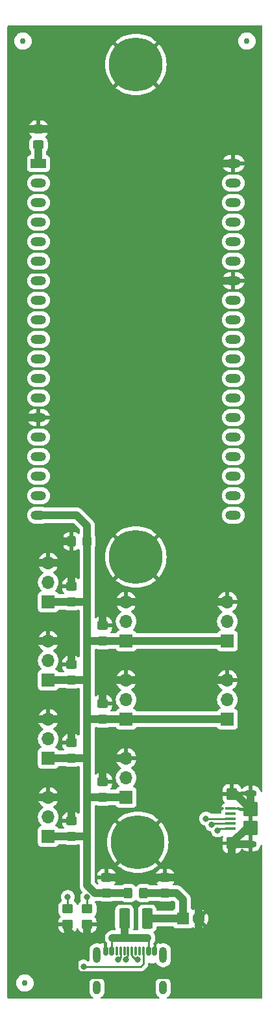
<source format=gbr>
%TF.GenerationSoftware,KiCad,Pcbnew,8.0.3*%
%TF.CreationDate,2025-06-12T19:15:32+02:00*%
%TF.ProjectId,7Analyzer,37416e61-6c79-47a6-9572-2e6b69636164,rev?*%
%TF.SameCoordinates,Original*%
%TF.FileFunction,Copper,L1,Top*%
%TF.FilePolarity,Positive*%
%FSLAX46Y46*%
G04 Gerber Fmt 4.6, Leading zero omitted, Abs format (unit mm)*
G04 Created by KiCad (PCBNEW 8.0.3) date 2025-06-12 19:15:32*
%MOMM*%
%LPD*%
G01*
G04 APERTURE LIST*
G04 Aperture macros list*
%AMRoundRect*
0 Rectangle with rounded corners*
0 $1 Rounding radius*
0 $2 $3 $4 $5 $6 $7 $8 $9 X,Y pos of 4 corners*
0 Add a 4 corners polygon primitive as box body*
4,1,4,$2,$3,$4,$5,$6,$7,$8,$9,$2,$3,0*
0 Add four circle primitives for the rounded corners*
1,1,$1+$1,$2,$3*
1,1,$1+$1,$4,$5*
1,1,$1+$1,$6,$7*
1,1,$1+$1,$8,$9*
0 Add four rect primitives between the rounded corners*
20,1,$1+$1,$2,$3,$4,$5,0*
20,1,$1+$1,$4,$5,$6,$7,0*
20,1,$1+$1,$6,$7,$8,$9,0*
20,1,$1+$1,$8,$9,$2,$3,0*%
G04 Aperture macros list end*
%TA.AperFunction,ComponentPad*%
%ADD10R,1.700000X1.700000*%
%TD*%
%TA.AperFunction,ComponentPad*%
%ADD11O,1.700000X1.700000*%
%TD*%
%TA.AperFunction,ComponentPad*%
%ADD12C,7.000000*%
%TD*%
%TA.AperFunction,ComponentPad*%
%ADD13R,2.000000X1.200000*%
%TD*%
%TA.AperFunction,ComponentPad*%
%ADD14O,2.000000X1.200000*%
%TD*%
%TA.AperFunction,SMDPad,CuDef*%
%ADD15RoundRect,0.250000X-0.325000X-0.450000X0.325000X-0.450000X0.325000X0.450000X-0.325000X0.450000X0*%
%TD*%
%TA.AperFunction,SMDPad,CuDef*%
%ADD16RoundRect,0.250000X-0.450000X0.325000X-0.450000X-0.325000X0.450000X-0.325000X0.450000X0.325000X0*%
%TD*%
%TA.AperFunction,SMDPad,CuDef*%
%ADD17RoundRect,0.250000X-0.450000X0.350000X-0.450000X-0.350000X0.450000X-0.350000X0.450000X0.350000X0*%
%TD*%
%TA.AperFunction,ComponentPad*%
%ADD18R,1.600000X1.600000*%
%TD*%
%TA.AperFunction,ComponentPad*%
%ADD19C,1.600000*%
%TD*%
%TA.AperFunction,SMDPad,CuDef*%
%ADD20RoundRect,0.250001X-0.462499X-1.074999X0.462499X-1.074999X0.462499X1.074999X-0.462499X1.074999X0*%
%TD*%
%TA.AperFunction,SMDPad,CuDef*%
%ADD21C,0.750000*%
%TD*%
%TA.AperFunction,SMDPad,CuDef*%
%ADD22RoundRect,0.100000X0.575000X-0.100000X0.575000X0.100000X-0.575000X0.100000X-0.575000X-0.100000X0*%
%TD*%
%TA.AperFunction,ComponentPad*%
%ADD23O,1.600000X0.900000*%
%TD*%
%TA.AperFunction,SMDPad,CuDef*%
%ADD24RoundRect,0.250000X0.450000X-0.550000X0.450000X0.550000X-0.450000X0.550000X-0.450000X-0.550000X0*%
%TD*%
%TA.AperFunction,SMDPad,CuDef*%
%ADD25RoundRect,0.250000X0.700000X-0.700000X0.700000X0.700000X-0.700000X0.700000X-0.700000X-0.700000X0*%
%TD*%
%TA.AperFunction,SMDPad,CuDef*%
%ADD26RoundRect,0.150000X-0.150000X-0.425000X0.150000X-0.425000X0.150000X0.425000X-0.150000X0.425000X0*%
%TD*%
%TA.AperFunction,SMDPad,CuDef*%
%ADD27RoundRect,0.075000X-0.075000X-0.500000X0.075000X-0.500000X0.075000X0.500000X-0.075000X0.500000X0*%
%TD*%
%TA.AperFunction,ComponentPad*%
%ADD28O,1.000000X2.100000*%
%TD*%
%TA.AperFunction,ComponentPad*%
%ADD29O,1.000000X1.800000*%
%TD*%
%TA.AperFunction,ViaPad*%
%ADD30C,0.800000*%
%TD*%
%TA.AperFunction,Conductor*%
%ADD31C,1.000000*%
%TD*%
%TA.AperFunction,Conductor*%
%ADD32C,0.250000*%
%TD*%
%TA.AperFunction,Conductor*%
%ADD33C,0.500000*%
%TD*%
G04 APERTURE END LIST*
D10*
%TO.P,J10,1*%
%TO.N,+5V*%
X27432000Y-102108000D03*
D11*
%TO.P,J10,2*%
%TO.N,/A21*%
X27432000Y-99568000D03*
%TO.P,J10,3*%
%TO.N,GND*%
X27432000Y-97028000D03*
%TD*%
D12*
%TO.P,J2,1*%
%TO.N,GND*%
X28702000Y-17018000D03*
%TD*%
D13*
%TO.P,U1,1,3V3*%
%TO.N,+3.3V*%
X16002000Y-29880560D03*
D14*
%TO.P,U1,2,CHIP_PU*%
%TO.N,unconnected-(U1-CHIP_PU-Pad2)*%
X16002000Y-32420560D03*
%TO.P,U1,3,SENSOR_VP/GPIO36/ADC1_CH0*%
%TO.N,unconnected-(U1-SENSOR_VP{slash}GPIO36{slash}ADC1_CH0-Pad3)*%
X16002000Y-34960560D03*
%TO.P,U1,4,SENSOR_VN/GPIO39/ADC1_CH3*%
%TO.N,unconnected-(U1-SENSOR_VN{slash}GPIO39{slash}ADC1_CH3-Pad4)*%
X16002000Y-37500560D03*
%TO.P,U1,5,VDET_1/GPIO34/ADC1_CH6*%
%TO.N,/A34*%
X16002000Y-40040560D03*
%TO.P,U1,6,VDET_2/GPIO35/ADC1_CH7*%
%TO.N,/A35*%
X16002000Y-42580560D03*
%TO.P,U1,7,32K_XP/GPIO32/ADC1_CH4*%
%TO.N,unconnected-(U1-32K_XP{slash}GPIO32{slash}ADC1_CH4-Pad7)*%
X16002000Y-45120560D03*
%TO.P,U1,8,32K_XN/GPIO33/ADC1_CH5*%
%TO.N,unconnected-(U1-32K_XN{slash}GPIO33{slash}ADC1_CH5-Pad8)*%
X16002000Y-47660560D03*
%TO.P,U1,9,DAC_1/ADC2_CH8/GPIO25*%
%TO.N,unconnected-(U1-DAC_1{slash}ADC2_CH8{slash}GPIO25-Pad9)*%
X16002000Y-50200560D03*
%TO.P,U1,10,DAC_2/ADC2_CH9/GPIO26*%
%TO.N,unconnected-(U1-DAC_2{slash}ADC2_CH9{slash}GPIO26-Pad10)*%
X16002000Y-52740560D03*
%TO.P,U1,11,ADC2_CH7/GPIO27*%
%TO.N,unconnected-(U1-ADC2_CH7{slash}GPIO27-Pad11)*%
X16002000Y-55280560D03*
%TO.P,U1,12,MTMS/GPIO14/ADC2_CH6*%
%TO.N,unconnected-(U1-MTMS{slash}GPIO14{slash}ADC2_CH6-Pad12)*%
X16002000Y-57820560D03*
%TO.P,U1,13,MTDI/GPIO12/ADC2_CH5*%
%TO.N,unconnected-(U1-MTDI{slash}GPIO12{slash}ADC2_CH5-Pad13)*%
X16002000Y-60360560D03*
%TO.P,U1,14,GND*%
%TO.N,GND*%
X16002000Y-62900560D03*
%TO.P,U1,15,MTCK/GPIO13/ADC2_CH4*%
%TO.N,unconnected-(U1-MTCK{slash}GPIO13{slash}ADC2_CH4-Pad15)*%
X16002000Y-65440560D03*
%TO.P,U1,16,SD_DATA2/GPIO9*%
%TO.N,unconnected-(U1-SD_DATA2{slash}GPIO9-Pad16)*%
X16002000Y-67980560D03*
%TO.P,U1,17,SD_DATA3/GPIO10*%
%TO.N,unconnected-(U1-SD_DATA3{slash}GPIO10-Pad17)*%
X16002000Y-70520560D03*
%TO.P,U1,18,CMD*%
%TO.N,unconnected-(U1-CMD-Pad18)*%
X16002000Y-73060560D03*
%TO.P,U1,19,5V*%
%TO.N,+5V*%
X16002000Y-75600560D03*
%TO.P,U1,20,SD_CLK/GPIO6*%
%TO.N,unconnected-(U1-SD_CLK{slash}GPIO6-Pad20)*%
X41398320Y-75597840D03*
%TO.P,U1,21,SD_DATA0/GPIO7*%
%TO.N,unconnected-(U1-SD_DATA0{slash}GPIO7-Pad21)*%
X41398320Y-73057840D03*
%TO.P,U1,22,SD_DATA1/GPIO8*%
%TO.N,unconnected-(U1-SD_DATA1{slash}GPIO8-Pad22)*%
X41402000Y-70520560D03*
%TO.P,U1,23,MTDO/GPIO15/ADC2_CH3*%
%TO.N,/A15*%
X41402000Y-67980560D03*
%TO.P,U1,24,ADC2_CH2/GPIO2*%
%TO.N,unconnected-(U1-ADC2_CH2{slash}GPIO2-Pad24)*%
X41402000Y-65440560D03*
%TO.P,U1,25,GPIO0/BOOT/ADC2_CH1*%
%TO.N,unconnected-(U1-GPIO0{slash}BOOT{slash}ADC2_CH1-Pad25)*%
X41402000Y-62900560D03*
%TO.P,U1,26,ADC2_CH0/GPIO4*%
%TO.N,unconnected-(U1-ADC2_CH0{slash}GPIO4-Pad26)*%
X41402000Y-60360560D03*
%TO.P,U1,27,GPIO16*%
%TO.N,/A16*%
X41402000Y-57820560D03*
%TO.P,U1,28,GPIO17*%
%TO.N,/A17*%
X41402000Y-55280560D03*
%TO.P,U1,29,GPIO5*%
%TO.N,unconnected-(U1-GPIO5-Pad29)*%
X41402000Y-52740560D03*
%TO.P,U1,30,GPIO18*%
%TO.N,/A18*%
X41402000Y-50200560D03*
%TO.P,U1,31,GPIO19*%
%TO.N,/A19*%
X41402000Y-47660560D03*
%TO.P,U1,32,GND*%
%TO.N,GND*%
X41402000Y-45120560D03*
%TO.P,U1,33,GPIO21*%
%TO.N,/A21*%
X41402000Y-42580560D03*
%TO.P,U1,34,U0RXD/GPIO3*%
%TO.N,unconnected-(U1-U0RXD{slash}GPIO3-Pad34)*%
X41402000Y-40040560D03*
%TO.P,U1,35,U0TXD/GPIO1*%
%TO.N,unconnected-(U1-U0TXD{slash}GPIO1-Pad35)*%
X41402000Y-37500560D03*
%TO.P,U1,36,GPIO22*%
%TO.N,unconnected-(U1-GPIO22-Pad36)*%
X41402000Y-34960560D03*
%TO.P,U1,37,GPIO23*%
%TO.N,/A23*%
X41402000Y-32420560D03*
%TO.P,U1,38,GND*%
%TO.N,GND*%
X41402000Y-29880560D03*
%TD*%
D10*
%TO.P,J9,1*%
%TO.N,+5V*%
X27432000Y-91933000D03*
D11*
%TO.P,J9,2*%
%TO.N,/A19*%
X27432000Y-89393000D03*
%TO.P,J9,3*%
%TO.N,GND*%
X27432000Y-86853000D03*
%TD*%
D15*
%TO.P,C11,1*%
%TO.N,GND*%
X20311000Y-78994000D03*
%TO.P,C11,2*%
%TO.N,+5V*%
X22361000Y-78994000D03*
%TD*%
D16*
%TO.P,C2,1*%
%TO.N,GND*%
X32512000Y-122673000D03*
%TO.P,C2,2*%
%TO.N,Net-(J13-VBUS)*%
X32512000Y-124723000D03*
%TD*%
D17*
%TO.P,R2,1*%
%TO.N,Net-(P1-VCONN)*%
X19812000Y-126762000D03*
%TO.P,R2,2*%
%TO.N,GND*%
X19812000Y-128762000D03*
%TD*%
D18*
%TO.P,C1,1*%
%TO.N,Net-(J13-VBUS)*%
X34858888Y-128016000D03*
D19*
%TO.P,C1,2*%
%TO.N,GND*%
X36858888Y-128016000D03*
%TD*%
D20*
%TO.P,F1,1*%
%TO.N,Net-(F1-Pad1)*%
X27214500Y-128016000D03*
%TO.P,F1,2*%
%TO.N,Net-(J13-VBUS)*%
X30189500Y-128016000D03*
%TD*%
D10*
%TO.P,J8,1*%
%TO.N,+5V*%
X17272000Y-117348000D03*
D11*
%TO.P,J8,2*%
%TO.N,/A18*%
X17272000Y-114808000D03*
%TO.P,J8,3*%
%TO.N,GND*%
X17272000Y-112268000D03*
%TD*%
D16*
%TO.P,C7,1*%
%TO.N,GND*%
X20320000Y-115307000D03*
%TO.P,C7,2*%
%TO.N,+5V*%
X20320000Y-117357000D03*
%TD*%
%TO.P,C12,1*%
%TO.N,GND*%
X16002000Y-25391000D03*
%TO.P,C12,2*%
%TO.N,+3.3V*%
X16002000Y-27441000D03*
%TD*%
D21*
%TO.P,FID1,*%
%TO.N,*%
X43180000Y-13970000D03*
%TD*%
D10*
%TO.P,J5,1*%
%TO.N,+5V*%
X17272000Y-86853000D03*
D11*
%TO.P,J5,2*%
%TO.N,/A15*%
X17272000Y-84313000D03*
%TO.P,J5,3*%
%TO.N,GND*%
X17272000Y-81773000D03*
%TD*%
D15*
%TO.P,L1,1,+*%
%TO.N,+5V*%
X27677000Y-124714000D03*
%TO.P,L1,2,-*%
%TO.N,Net-(J13-VBUS)*%
X29727000Y-124714000D03*
%TD*%
D16*
%TO.P,C8,1*%
%TO.N,GND*%
X24384000Y-89907000D03*
%TO.P,C8,2*%
%TO.N,+5V*%
X24384000Y-91957000D03*
%TD*%
%TO.P,C9,1*%
%TO.N,GND*%
X24384000Y-100067000D03*
%TO.P,C9,2*%
%TO.N,+5V*%
X24384000Y-102117000D03*
%TD*%
D22*
%TO.P,J13,1,VBUS*%
%TO.N,Net-(J13-VBUS)*%
X41013000Y-116326000D03*
%TO.P,J13,2,D-*%
%TO.N,Net-(J13-D-)*%
X41013000Y-115676000D03*
%TO.P,J13,3,D+*%
%TO.N,Net-(J13-D+)*%
X41013000Y-115026000D03*
%TO.P,J13,4,ID*%
%TO.N,unconnected-(J13-ID-Pad4)*%
X41013000Y-114376000D03*
%TO.P,J13,5,GND*%
%TO.N,GND*%
X41013000Y-113726000D03*
D23*
%TO.P,J13,6,Shield*%
X43688000Y-118326000D03*
D24*
X41238000Y-118226000D03*
D25*
X43688000Y-116226000D03*
X43688000Y-113826000D03*
D24*
X41238000Y-111826000D03*
D23*
X43688000Y-111726000D03*
%TD*%
D10*
%TO.P,J3,1*%
%TO.N,+5V*%
X40640000Y-91948000D03*
D11*
%TO.P,J3,2*%
%TO.N,/A34*%
X40640000Y-89408000D03*
%TO.P,J3,3*%
%TO.N,GND*%
X40640000Y-86868000D03*
%TD*%
D12*
%TO.P,J1,1*%
%TO.N,GND*%
X28702000Y-81026000D03*
%TD*%
D16*
%TO.P,C6,1*%
%TO.N,GND*%
X20320000Y-105147000D03*
%TO.P,C6,2*%
%TO.N,+5V*%
X20320000Y-107197000D03*
%TD*%
D21*
%TO.P,FID2,*%
%TO.N,*%
X13970000Y-13970000D03*
%TD*%
D10*
%TO.P,J11,1*%
%TO.N,+5V*%
X27432000Y-112268000D03*
D11*
%TO.P,J11,2*%
%TO.N,/A23*%
X27432000Y-109728000D03*
%TO.P,J11,3*%
%TO.N,GND*%
X27432000Y-107188000D03*
%TD*%
D16*
%TO.P,C3,1*%
%TO.N,GND*%
X24892000Y-122673000D03*
%TO.P,C3,2*%
%TO.N,+5V*%
X24892000Y-124723000D03*
%TD*%
D10*
%TO.P,J6,1*%
%TO.N,+5V*%
X17272000Y-97028000D03*
D11*
%TO.P,J6,2*%
%TO.N,/A16*%
X17272000Y-94488000D03*
%TO.P,J6,3*%
%TO.N,GND*%
X17272000Y-91948000D03*
%TD*%
D16*
%TO.P,C5,1*%
%TO.N,GND*%
X20320000Y-94987000D03*
%TO.P,C5,2*%
%TO.N,+5V*%
X20320000Y-97037000D03*
%TD*%
D12*
%TO.P,J12,1*%
%TO.N,GND*%
X28956000Y-118110000D03*
%TD*%
D10*
%TO.P,J7,1*%
%TO.N,+5V*%
X17272000Y-107188000D03*
D11*
%TO.P,J7,2*%
%TO.N,/A17*%
X17272000Y-104648000D03*
%TO.P,J7,3*%
%TO.N,GND*%
X17272000Y-102108000D03*
%TD*%
D10*
%TO.P,J4,1*%
%TO.N,+5V*%
X40640000Y-102108000D03*
D11*
%TO.P,J4,2*%
%TO.N,/A35*%
X40640000Y-99568000D03*
%TO.P,J4,3*%
%TO.N,GND*%
X40640000Y-97028000D03*
%TD*%
D16*
%TO.P,C10,1*%
%TO.N,GND*%
X24384000Y-110227000D03*
%TO.P,C10,2*%
%TO.N,+5V*%
X24384000Y-112277000D03*
%TD*%
D21*
%TO.P,FID3,*%
%TO.N,*%
X14224000Y-136398000D03*
%TD*%
D26*
%TO.P,P1,A1,GND*%
%TO.N,GND*%
X24740000Y-132210000D03*
%TO.P,P1,A4,VBUS*%
%TO.N,Net-(F1-Pad1)*%
X25540000Y-132210000D03*
D27*
%TO.P,P1,A5,CC*%
%TO.N,Net-(P1-CC)*%
X26690000Y-132210000D03*
%TO.P,P1,A6,D+*%
%TO.N,Net-(J13-D+)*%
X27690000Y-132210000D03*
%TO.P,P1,A7,D-*%
%TO.N,Net-(J13-D-)*%
X28190000Y-132210000D03*
%TO.P,P1,A8,SBU1*%
%TO.N,unconnected-(P1-SBU1-PadA8)*%
X29190000Y-132210000D03*
D26*
%TO.P,P1,A9,VBUS*%
%TO.N,Net-(F1-Pad1)*%
X30340000Y-132210000D03*
%TO.P,P1,A12,GND*%
%TO.N,GND*%
X31140000Y-132210000D03*
%TO.P,P1,B1,GND*%
X31140000Y-132210000D03*
%TO.P,P1,B4,VBUS*%
%TO.N,Net-(F1-Pad1)*%
X30340000Y-132210000D03*
D27*
%TO.P,P1,B5,VCONN*%
%TO.N,Net-(P1-VCONN)*%
X29690000Y-132210000D03*
%TO.P,P1,B6*%
%TO.N,N/C*%
X28690000Y-132210000D03*
%TO.P,P1,B7*%
X27190000Y-132210000D03*
%TO.P,P1,B8,SBU2*%
%TO.N,unconnected-(P1-SBU2-PadB8)*%
X26190000Y-132210000D03*
D26*
%TO.P,P1,B9,VBUS*%
%TO.N,Net-(F1-Pad1)*%
X25540000Y-132210000D03*
%TO.P,P1,B12,GND*%
%TO.N,GND*%
X24740000Y-132210000D03*
D28*
%TO.P,P1,S1,SHIELD*%
%TO.N,unconnected-(P1-SHIELD-PadS1)*%
X23620000Y-132785000D03*
D29*
X23620000Y-136965000D03*
D28*
X32260000Y-132785000D03*
D29*
X32260000Y-136965000D03*
%TD*%
D16*
%TO.P,C4,1*%
%TO.N,GND*%
X20320000Y-84827000D03*
%TO.P,C4,2*%
%TO.N,+5V*%
X20320000Y-86877000D03*
%TD*%
D17*
%TO.P,R1,1*%
%TO.N,Net-(P1-CC)*%
X22352000Y-126762000D03*
%TO.P,R1,2*%
%TO.N,GND*%
X22352000Y-128762000D03*
%TD*%
D30*
%TO.N,Net-(J13-VBUS)*%
X39370000Y-116552000D03*
%TO.N,Net-(P1-VCONN)*%
X21859818Y-134265000D03*
X19812000Y-125222000D03*
%TO.N,Net-(P1-CC)*%
X22336182Y-125237818D03*
X26415248Y-133371696D03*
%TO.N,Net-(J13-D+)*%
X27433199Y-133364341D03*
X37846000Y-115028000D03*
%TO.N,Net-(J13-D-)*%
X28951874Y-133365525D03*
X38608000Y-115790000D03*
%TD*%
D31*
%TO.N,Net-(J13-VBUS)*%
X29736000Y-124723000D02*
X29727000Y-124714000D01*
D32*
X41013000Y-116326000D02*
X39596000Y-116326000D01*
D31*
X32512000Y-124723000D02*
X29736000Y-124723000D01*
X34027000Y-124723000D02*
X32512000Y-124723000D01*
X34036000Y-124714000D02*
X34027000Y-124723000D01*
D32*
X39596000Y-116326000D02*
X39370000Y-116552000D01*
D31*
X30189500Y-128016000D02*
X34858888Y-128016000D01*
X34858888Y-125536888D02*
X34036000Y-124714000D01*
X34858888Y-128016000D02*
X34858888Y-125536888D01*
%TO.N,GND*%
X41238000Y-119601776D02*
X36858888Y-123980888D01*
X36858888Y-123980888D02*
X36858888Y-128016000D01*
X41238000Y-111826000D02*
X41688000Y-111826000D01*
X24800560Y-29880560D02*
X20311000Y-25391000D01*
X20320000Y-79003000D02*
X20311000Y-78994000D01*
X20320000Y-82804000D02*
X19304000Y-81788000D01*
X20744000Y-134790000D02*
X21336000Y-135382000D01*
X16002000Y-62900560D02*
X13553440Y-62900560D01*
X16002000Y-25391000D02*
X14487000Y-25391000D01*
X22352000Y-130556000D02*
X21590000Y-131318000D01*
X18958560Y-45120560D02*
X17780000Y-43942000D01*
D32*
X24740000Y-131166000D02*
X24130000Y-130556000D01*
D31*
X26153000Y-122673000D02*
X26416000Y-122936000D01*
X36604888Y-130556000D02*
X36858888Y-130810000D01*
X21353000Y-135365000D02*
X35831000Y-135365000D01*
X16256000Y-135382000D02*
X20152000Y-135382000D01*
X20152000Y-135382000D02*
X20744000Y-134790000D01*
X24892000Y-122673000D02*
X26153000Y-122673000D01*
X19558000Y-112268000D02*
X17272000Y-112268000D01*
X24130000Y-130556000D02*
X22352000Y-130556000D01*
X14487000Y-25391000D02*
X13462000Y-26416000D01*
D32*
X24740000Y-132210000D02*
X24740000Y-131166000D01*
D31*
X21336000Y-135382000D02*
X21353000Y-135365000D01*
X25146000Y-97028000D02*
X27432000Y-97028000D01*
D33*
X17780000Y-43942000D02*
X13462000Y-43942000D01*
D31*
X40625000Y-86853000D02*
X40640000Y-86868000D01*
X20320000Y-93218000D02*
X19050000Y-91948000D01*
X21590000Y-131318000D02*
X20744000Y-132164000D01*
X27432000Y-97028000D02*
X40640000Y-97028000D01*
D32*
X31140000Y-131420000D02*
X31140000Y-132210000D01*
D31*
X17272000Y-102108000D02*
X13462000Y-102108000D01*
X20320000Y-113030000D02*
X19558000Y-112268000D01*
X13462000Y-91948000D02*
X13462000Y-102108000D01*
X41238000Y-118226000D02*
X41238000Y-119601776D01*
X22352000Y-128762000D02*
X22352000Y-130556000D01*
X24384000Y-107950000D02*
X25146000Y-107188000D01*
X13462000Y-26416000D02*
X13462000Y-43942000D01*
X32512000Y-122673000D02*
X35551000Y-122673000D01*
X25161000Y-86853000D02*
X27432000Y-86853000D01*
X43688000Y-116226000D02*
X43238000Y-116226000D01*
X17272000Y-112268000D02*
X13462000Y-112268000D01*
X17272000Y-81773000D02*
X13731000Y-81773000D01*
X17272000Y-91948000D02*
X13462000Y-91948000D01*
X20311000Y-78994000D02*
X13462000Y-78994000D01*
X43688000Y-118326000D02*
X41338000Y-118326000D01*
D32*
X32004000Y-130556000D02*
X31140000Y-131420000D01*
D31*
X24384000Y-87630000D02*
X25161000Y-86853000D01*
X19304000Y-102108000D02*
X17272000Y-102108000D01*
X24384000Y-89907000D02*
X24384000Y-87630000D01*
X13462000Y-43942000D02*
X13462000Y-62992000D01*
X18527000Y-81773000D02*
X17272000Y-81773000D01*
X41402000Y-29880560D02*
X24800560Y-29880560D01*
X24384000Y-100067000D02*
X24384000Y-97790000D01*
X25146000Y-107188000D02*
X27432000Y-107188000D01*
X20320000Y-105147000D02*
X20320000Y-103124000D01*
X13462000Y-132588000D02*
X16256000Y-135382000D01*
D32*
X41013000Y-113726000D02*
X43588000Y-113726000D01*
D31*
X20320000Y-94987000D02*
X20320000Y-93218000D01*
X13462000Y-112268000D02*
X13462000Y-132588000D01*
X20320000Y-103124000D02*
X19304000Y-102108000D01*
X20311000Y-25391000D02*
X16002000Y-25391000D01*
X13462000Y-82042000D02*
X13462000Y-91948000D01*
X27432000Y-86853000D02*
X40625000Y-86853000D01*
X32512000Y-122673000D02*
X31505000Y-122673000D01*
X20320000Y-115307000D02*
X20320000Y-113030000D01*
X31505000Y-122673000D02*
X31242000Y-122936000D01*
X19812000Y-129540000D02*
X21590000Y-131318000D01*
X24384000Y-97790000D02*
X25146000Y-97028000D01*
X13462000Y-62992000D02*
X13462000Y-78994000D01*
X18542000Y-81788000D02*
X18527000Y-81773000D01*
X35831000Y-135365000D02*
X36858888Y-134337112D01*
X19304000Y-81788000D02*
X18542000Y-81788000D01*
X24384000Y-110227000D02*
X24384000Y-107950000D01*
X19812000Y-128762000D02*
X19812000Y-129540000D01*
D32*
X43588000Y-113726000D02*
X43688000Y-113826000D01*
D31*
X43238000Y-116226000D02*
X41238000Y-118226000D01*
X36858888Y-134337112D02*
X36858888Y-130810000D01*
X35551000Y-122673000D02*
X36858888Y-123980888D01*
X36604888Y-130556000D02*
X32004000Y-130556000D01*
X41402000Y-45120560D02*
X18958560Y-45120560D01*
X19050000Y-91948000D02*
X17272000Y-91948000D01*
X13462000Y-102108000D02*
X13462000Y-112268000D01*
X13553440Y-62900560D02*
X13462000Y-62992000D01*
X43688000Y-111726000D02*
X43688000Y-113826000D01*
X13462000Y-80010000D02*
X13462000Y-82042000D01*
X20320000Y-84827000D02*
X20320000Y-82804000D01*
X26416000Y-122936000D02*
X31242000Y-122936000D01*
X41688000Y-111826000D02*
X43688000Y-113826000D01*
X20744000Y-132164000D02*
X20744000Y-134790000D01*
X36858888Y-128016000D02*
X36858888Y-130810000D01*
X13462000Y-78994000D02*
X13462000Y-80010000D01*
X41338000Y-118326000D02*
X41238000Y-118226000D01*
X13731000Y-81773000D02*
X13462000Y-82042000D01*
%TO.N,+5V*%
X22352000Y-112268000D02*
X22352000Y-107188000D01*
X22352000Y-117348000D02*
X22352000Y-112268000D01*
X22361000Y-91957000D02*
X22352000Y-91948000D01*
X27432000Y-102108000D02*
X40640000Y-102108000D01*
X20320000Y-86877000D02*
X22343000Y-86877000D01*
X20320000Y-107197000D02*
X17281000Y-107197000D01*
X22343000Y-117357000D02*
X22352000Y-117348000D01*
X17281000Y-97037000D02*
X17272000Y-97028000D01*
X22352000Y-86868000D02*
X22352000Y-81026000D01*
X27432000Y-112268000D02*
X24393000Y-112268000D01*
X24384000Y-102117000D02*
X22361000Y-102117000D01*
X22361000Y-76971000D02*
X22361000Y-78994000D01*
X20320000Y-86877000D02*
X17296000Y-86877000D01*
X22352000Y-102108000D02*
X22352000Y-97028000D01*
X22352000Y-107188000D02*
X22352000Y-102108000D01*
X27432000Y-91933000D02*
X40625000Y-91933000D01*
X20320000Y-97037000D02*
X17281000Y-97037000D01*
X24384000Y-102117000D02*
X27423000Y-102117000D01*
X16002000Y-75600560D02*
X20990560Y-75600560D01*
X24384000Y-91957000D02*
X27408000Y-91957000D01*
X40625000Y-91933000D02*
X40640000Y-91948000D01*
X22352000Y-97028000D02*
X22352000Y-91948000D01*
X20320000Y-107197000D02*
X22343000Y-107197000D01*
X20320000Y-97037000D02*
X22343000Y-97037000D01*
X27423000Y-102117000D02*
X27432000Y-102108000D01*
X24901000Y-124714000D02*
X24892000Y-124723000D01*
X23377000Y-124723000D02*
X22352000Y-123698000D01*
X22343000Y-107197000D02*
X22352000Y-107188000D01*
X24384000Y-91957000D02*
X22361000Y-91957000D01*
X17281000Y-117357000D02*
X17272000Y-117348000D01*
X22352000Y-81026000D02*
X22361000Y-81017000D01*
X22361000Y-112277000D02*
X22352000Y-112268000D01*
X24892000Y-124723000D02*
X23377000Y-124723000D01*
X17296000Y-86877000D02*
X17272000Y-86853000D01*
X27677000Y-124714000D02*
X24901000Y-124714000D01*
X22361000Y-81017000D02*
X22361000Y-78994000D01*
X17281000Y-107197000D02*
X17272000Y-107188000D01*
X27408000Y-91957000D02*
X27432000Y-91933000D01*
X22343000Y-97037000D02*
X22352000Y-97028000D01*
X22352000Y-123698000D02*
X22352000Y-117348000D01*
X20320000Y-117357000D02*
X22343000Y-117357000D01*
X22361000Y-102117000D02*
X22352000Y-102108000D01*
X24393000Y-112268000D02*
X24384000Y-112277000D01*
X22352000Y-91948000D02*
X22352000Y-86868000D01*
X20320000Y-117357000D02*
X17281000Y-117357000D01*
X20990560Y-75600560D02*
X22361000Y-76971000D01*
X22343000Y-86877000D02*
X22352000Y-86868000D01*
X24384000Y-112277000D02*
X22361000Y-112277000D01*
D32*
%TO.N,Net-(P1-VCONN)*%
X29690000Y-133886000D02*
X29690000Y-132210000D01*
X21859818Y-134265000D02*
X29311000Y-134265000D01*
X19812000Y-126762000D02*
X19812000Y-125222000D01*
X29311000Y-134265000D02*
X29690000Y-133886000D01*
%TO.N,Net-(P1-CC)*%
X26690000Y-133096944D02*
X26690000Y-132210000D01*
X26415248Y-133371696D02*
X26690000Y-133096944D01*
X22336182Y-126746182D02*
X22352000Y-126762000D01*
X22336182Y-125237818D02*
X22336182Y-126746182D01*
D31*
%TO.N,+3.3V*%
X16002000Y-27441000D02*
X16002000Y-29880560D01*
D32*
%TO.N,Net-(J13-D+)*%
X37848000Y-115026000D02*
X41013000Y-115026000D01*
X27433199Y-133109565D02*
X27690000Y-132852764D01*
X27690000Y-132852764D02*
X27690000Y-132210000D01*
X37846000Y-115028000D02*
X37848000Y-115026000D01*
X27433199Y-133364341D02*
X27433199Y-133109565D01*
%TO.N,Net-(J13-D-)*%
X28190000Y-132852764D02*
X28702761Y-133365525D01*
X38722000Y-115676000D02*
X38608000Y-115790000D01*
X41013000Y-115676000D02*
X38722000Y-115676000D01*
X28702761Y-133365525D02*
X28951874Y-133365525D01*
X28190000Y-132210000D02*
X28190000Y-132852764D01*
D31*
%TO.N,Net-(F1-Pad1)*%
X27178000Y-130556000D02*
X25654000Y-130556000D01*
X27214500Y-130519500D02*
X27178000Y-130556000D01*
D32*
X30340000Y-130670000D02*
X30226000Y-130556000D01*
X25540000Y-132210000D02*
X25540000Y-130670000D01*
D31*
X27214500Y-128016000D02*
X27214500Y-130519500D01*
X30226000Y-130556000D02*
X27178000Y-130556000D01*
D32*
X30340000Y-132210000D02*
X30340000Y-130670000D01*
X25540000Y-130670000D02*
X25654000Y-130556000D01*
%TD*%
%TA.AperFunction,Conductor*%
%TO.N,GND*%
G36*
X45155039Y-11957685D02*
G01*
X45200794Y-12010489D01*
X45212000Y-12062000D01*
X45212000Y-111499563D01*
X45192315Y-111566602D01*
X45139511Y-111612357D01*
X45070353Y-111622301D01*
X45006797Y-111593276D01*
X44969023Y-111534498D01*
X44966383Y-111523754D01*
X44951493Y-111448902D01*
X44951491Y-111448894D01*
X44879880Y-111276008D01*
X44879875Y-111275999D01*
X44775913Y-111120410D01*
X44775910Y-111120406D01*
X44643593Y-110988089D01*
X44643589Y-110988086D01*
X44488000Y-110884124D01*
X44487991Y-110884119D01*
X44315105Y-110812508D01*
X44315097Y-110812506D01*
X44131570Y-110776000D01*
X43938000Y-110776000D01*
X43938000Y-111476000D01*
X43438000Y-111476000D01*
X43438000Y-110776000D01*
X43244430Y-110776000D01*
X43060902Y-110812506D01*
X43060894Y-110812508D01*
X42888008Y-110884119D01*
X42887999Y-110884124D01*
X42732410Y-110988086D01*
X42611891Y-111108605D01*
X42550568Y-111142089D01*
X42480876Y-111137105D01*
X42424943Y-111095233D01*
X42406504Y-111059926D01*
X42372359Y-110956882D01*
X42372356Y-110956875D01*
X42280315Y-110807654D01*
X42156345Y-110683684D01*
X42007124Y-110591643D01*
X42007119Y-110591641D01*
X41840697Y-110536494D01*
X41840690Y-110536493D01*
X41737986Y-110526000D01*
X41488000Y-110526000D01*
X41488000Y-111576000D01*
X42345000Y-111576000D01*
X42354976Y-111566023D01*
X42364685Y-111532961D01*
X42417489Y-111487206D01*
X42469000Y-111476000D01*
X43288272Y-111476000D01*
X43196386Y-111514060D01*
X43126060Y-111584386D01*
X43088000Y-111676272D01*
X43088000Y-111775728D01*
X43126060Y-111867614D01*
X43196386Y-111937940D01*
X43288272Y-111976000D01*
X42481000Y-111976000D01*
X42471023Y-111985976D01*
X42461315Y-112019039D01*
X42408511Y-112064794D01*
X42357000Y-112076000D01*
X40038001Y-112076000D01*
X40038001Y-112425986D01*
X40048494Y-112528697D01*
X40103641Y-112695119D01*
X40103643Y-112695124D01*
X40195684Y-112844345D01*
X40228926Y-112877587D01*
X40262411Y-112938910D01*
X40257427Y-113008602D01*
X40215555Y-113064535D01*
X40188698Y-113079829D01*
X40135412Y-113101900D01*
X40010075Y-113198075D01*
X39913899Y-113323413D01*
X39853444Y-113469368D01*
X39845987Y-113526000D01*
X40063697Y-113526000D01*
X40130736Y-113545685D01*
X40176491Y-113598489D01*
X40186435Y-113667647D01*
X40157410Y-113731203D01*
X40139184Y-113748376D01*
X40135160Y-113751463D01*
X40135159Y-113751464D01*
X40111644Y-113769508D01*
X40009715Y-113847720D01*
X39986875Y-113877487D01*
X39930447Y-113918690D01*
X39888500Y-113926000D01*
X39845990Y-113926000D01*
X39845988Y-113926001D01*
X39853441Y-113982622D01*
X39853445Y-113982634D01*
X39861837Y-114002895D01*
X39869304Y-114072364D01*
X39861838Y-114097794D01*
X39852956Y-114119238D01*
X39852955Y-114119239D01*
X39837500Y-114236638D01*
X39837500Y-114276500D01*
X39817815Y-114343539D01*
X39765011Y-114389294D01*
X39713500Y-114400500D01*
X38547947Y-114400500D01*
X38480908Y-114380815D01*
X38455800Y-114359476D01*
X38451871Y-114355112D01*
X38451869Y-114355111D01*
X38451867Y-114355108D01*
X38451864Y-114355106D01*
X38298734Y-114243851D01*
X38298729Y-114243848D01*
X38125807Y-114166857D01*
X38125802Y-114166855D01*
X37980001Y-114135865D01*
X37940646Y-114127500D01*
X37751354Y-114127500D01*
X37738788Y-114130171D01*
X37566197Y-114166855D01*
X37566192Y-114166857D01*
X37393270Y-114243848D01*
X37393265Y-114243851D01*
X37240129Y-114355111D01*
X37113466Y-114495785D01*
X37018821Y-114659715D01*
X37018818Y-114659722D01*
X36960327Y-114839740D01*
X36960326Y-114839744D01*
X36940540Y-115028000D01*
X36960326Y-115216256D01*
X36960327Y-115216259D01*
X37018818Y-115396277D01*
X37018821Y-115396284D01*
X37113467Y-115560216D01*
X37220782Y-115679401D01*
X37240129Y-115700888D01*
X37393265Y-115812148D01*
X37393270Y-115812151D01*
X37566191Y-115889142D01*
X37566193Y-115889142D01*
X37566197Y-115889144D01*
X37632781Y-115903296D01*
X37694260Y-115936488D01*
X37724929Y-115986268D01*
X37780818Y-116158277D01*
X37780821Y-116158284D01*
X37875467Y-116322216D01*
X37936449Y-116389943D01*
X38002129Y-116462888D01*
X38155265Y-116574148D01*
X38155270Y-116574151D01*
X38328191Y-116651142D01*
X38328193Y-116651142D01*
X38328197Y-116651144D01*
X38394781Y-116665296D01*
X38456260Y-116698488D01*
X38486929Y-116748268D01*
X38542818Y-116920277D01*
X38542821Y-116920284D01*
X38637467Y-117084216D01*
X38683793Y-117135666D01*
X38764129Y-117224888D01*
X38917265Y-117336148D01*
X38917270Y-117336151D01*
X39090192Y-117413142D01*
X39090197Y-117413144D01*
X39275354Y-117452500D01*
X39275355Y-117452500D01*
X39464644Y-117452500D01*
X39464646Y-117452500D01*
X39649803Y-117413144D01*
X39822730Y-117336151D01*
X39889931Y-117287326D01*
X39955736Y-117263846D01*
X40023790Y-117279671D01*
X40072485Y-117329776D01*
X40086361Y-117398254D01*
X40080522Y-117426647D01*
X40048495Y-117523298D01*
X40048493Y-117523309D01*
X40038000Y-117626013D01*
X40038000Y-117976000D01*
X42357000Y-117976000D01*
X42424039Y-117995685D01*
X42469794Y-118048489D01*
X42474327Y-118069327D01*
X42481000Y-118076000D01*
X43288272Y-118076000D01*
X43196386Y-118114060D01*
X43126060Y-118184386D01*
X43088000Y-118276272D01*
X43088000Y-118375728D01*
X43126060Y-118467614D01*
X43196386Y-118537940D01*
X43288272Y-118576000D01*
X42469000Y-118576000D01*
X42401961Y-118556315D01*
X42356206Y-118503511D01*
X42351672Y-118482672D01*
X42345000Y-118476000D01*
X41488000Y-118476000D01*
X41488000Y-119525999D01*
X41737972Y-119525999D01*
X41737986Y-119525998D01*
X41840697Y-119515505D01*
X42007119Y-119460358D01*
X42007124Y-119460356D01*
X42156345Y-119368315D01*
X42280315Y-119244345D01*
X42372356Y-119095124D01*
X42372359Y-119095117D01*
X42406504Y-118992073D01*
X42446276Y-118934628D01*
X42510791Y-118907804D01*
X42579567Y-118920119D01*
X42611891Y-118943395D01*
X42732406Y-119063910D01*
X42732410Y-119063913D01*
X42887999Y-119167875D01*
X42888008Y-119167880D01*
X43060894Y-119239491D01*
X43060902Y-119239493D01*
X43244428Y-119275999D01*
X43244431Y-119276000D01*
X43438000Y-119276000D01*
X43438000Y-118576000D01*
X43938000Y-118576000D01*
X43938000Y-119276000D01*
X44131569Y-119276000D01*
X44131571Y-119275999D01*
X44315097Y-119239493D01*
X44315105Y-119239491D01*
X44487991Y-119167880D01*
X44488000Y-119167875D01*
X44643589Y-119063913D01*
X44643593Y-119063910D01*
X44775910Y-118931593D01*
X44775913Y-118931589D01*
X44879875Y-118776000D01*
X44879880Y-118775991D01*
X44951491Y-118603105D01*
X44951493Y-118603097D01*
X44966383Y-118528245D01*
X44998768Y-118466334D01*
X45059483Y-118431760D01*
X45129253Y-118435499D01*
X45185925Y-118476365D01*
X45211506Y-118541384D01*
X45212000Y-118552436D01*
X45212000Y-138306000D01*
X45192315Y-138373039D01*
X45139511Y-138418794D01*
X45088000Y-138430000D01*
X32875741Y-138430000D01*
X32808702Y-138410315D01*
X32762947Y-138357511D01*
X32753003Y-138288353D01*
X32782028Y-138224797D01*
X32806850Y-138202898D01*
X32897782Y-138142139D01*
X33037136Y-138002785D01*
X33037139Y-138002782D01*
X33146632Y-137838914D01*
X33222051Y-137656835D01*
X33256197Y-137485173D01*
X33260500Y-137463543D01*
X33260500Y-136466456D01*
X33222052Y-136273170D01*
X33222051Y-136273169D01*
X33222051Y-136273165D01*
X33187729Y-136190304D01*
X33146635Y-136091092D01*
X33146628Y-136091079D01*
X33037139Y-135927218D01*
X33037136Y-135927214D01*
X32897785Y-135787863D01*
X32897781Y-135787860D01*
X32733920Y-135678371D01*
X32733907Y-135678364D01*
X32551839Y-135602950D01*
X32551829Y-135602947D01*
X32358543Y-135564500D01*
X32358541Y-135564500D01*
X32161459Y-135564500D01*
X32161457Y-135564500D01*
X31968170Y-135602947D01*
X31968160Y-135602950D01*
X31786092Y-135678364D01*
X31786079Y-135678371D01*
X31622218Y-135787860D01*
X31622214Y-135787863D01*
X31482863Y-135927214D01*
X31482860Y-135927218D01*
X31373371Y-136091079D01*
X31373364Y-136091092D01*
X31297950Y-136273160D01*
X31297947Y-136273170D01*
X31259500Y-136466456D01*
X31259500Y-136466459D01*
X31259500Y-137463541D01*
X31259500Y-137463543D01*
X31259499Y-137463543D01*
X31297947Y-137656829D01*
X31297950Y-137656839D01*
X31373364Y-137838907D01*
X31373371Y-137838920D01*
X31482860Y-138002781D01*
X31482863Y-138002785D01*
X31622217Y-138142139D01*
X31713150Y-138202898D01*
X31757955Y-138256510D01*
X31766662Y-138325835D01*
X31736508Y-138388862D01*
X31677065Y-138425582D01*
X31644259Y-138430000D01*
X24235741Y-138430000D01*
X24168702Y-138410315D01*
X24122947Y-138357511D01*
X24113003Y-138288353D01*
X24142028Y-138224797D01*
X24166850Y-138202898D01*
X24257782Y-138142139D01*
X24397136Y-138002785D01*
X24397139Y-138002782D01*
X24506632Y-137838914D01*
X24582051Y-137656835D01*
X24616197Y-137485173D01*
X24620500Y-137463543D01*
X24620500Y-136466456D01*
X24582052Y-136273170D01*
X24582051Y-136273169D01*
X24582051Y-136273165D01*
X24547729Y-136190304D01*
X24506635Y-136091092D01*
X24506628Y-136091079D01*
X24397139Y-135927218D01*
X24397136Y-135927214D01*
X24257785Y-135787863D01*
X24257781Y-135787860D01*
X24093920Y-135678371D01*
X24093907Y-135678364D01*
X23911839Y-135602950D01*
X23911829Y-135602947D01*
X23718543Y-135564500D01*
X23718541Y-135564500D01*
X23521459Y-135564500D01*
X23521457Y-135564500D01*
X23328170Y-135602947D01*
X23328160Y-135602950D01*
X23146092Y-135678364D01*
X23146079Y-135678371D01*
X22982218Y-135787860D01*
X22982214Y-135787863D01*
X22842863Y-135927214D01*
X22842860Y-135927218D01*
X22733371Y-136091079D01*
X22733364Y-136091092D01*
X22657950Y-136273160D01*
X22657947Y-136273170D01*
X22619500Y-136466456D01*
X22619500Y-136466459D01*
X22619500Y-137463541D01*
X22619500Y-137463543D01*
X22619499Y-137463543D01*
X22657947Y-137656829D01*
X22657950Y-137656839D01*
X22733364Y-137838907D01*
X22733371Y-137838920D01*
X22842860Y-138002781D01*
X22842863Y-138002785D01*
X22982217Y-138142139D01*
X23073150Y-138202898D01*
X23117955Y-138256510D01*
X23126662Y-138325835D01*
X23096508Y-138388862D01*
X23037065Y-138425582D01*
X23004259Y-138430000D01*
X12062000Y-138430000D01*
X11994961Y-138410315D01*
X11949206Y-138357511D01*
X11938000Y-138306000D01*
X11938000Y-136397999D01*
X13093678Y-136397999D01*
X13093678Y-136398000D01*
X13112923Y-136605691D01*
X13112923Y-136605693D01*
X13112924Y-136605696D01*
X13170006Y-136806319D01*
X13262981Y-136993038D01*
X13388682Y-137159493D01*
X13542829Y-137300016D01*
X13720172Y-137409823D01*
X13914673Y-137485173D01*
X14119707Y-137523500D01*
X14119710Y-137523500D01*
X14328290Y-137523500D01*
X14328293Y-137523500D01*
X14533327Y-137485173D01*
X14727828Y-137409823D01*
X14905171Y-137300016D01*
X15059318Y-137159493D01*
X15185019Y-136993038D01*
X15277994Y-136806319D01*
X15335076Y-136605696D01*
X15354322Y-136398000D01*
X15335076Y-136190304D01*
X15277994Y-135989681D01*
X15185019Y-135802962D01*
X15059318Y-135636507D01*
X15022506Y-135602949D01*
X14905172Y-135495985D01*
X14905171Y-135495984D01*
X14727828Y-135386177D01*
X14727827Y-135386176D01*
X14585609Y-135331081D01*
X14533327Y-135310827D01*
X14328293Y-135272500D01*
X14119707Y-135272500D01*
X13914673Y-135310827D01*
X13914670Y-135310827D01*
X13914670Y-135310828D01*
X13720172Y-135386176D01*
X13720171Y-135386177D01*
X13542827Y-135495985D01*
X13388683Y-135636505D01*
X13262981Y-135802961D01*
X13170007Y-135989677D01*
X13112923Y-136190308D01*
X13093678Y-136397999D01*
X11938000Y-136397999D01*
X11938000Y-129161986D01*
X18612001Y-129161986D01*
X18622494Y-129264697D01*
X18677641Y-129431119D01*
X18677643Y-129431124D01*
X18769684Y-129580345D01*
X18893654Y-129704315D01*
X19042875Y-129796356D01*
X19042880Y-129796358D01*
X19209302Y-129851505D01*
X19209309Y-129851506D01*
X19312019Y-129861999D01*
X19561999Y-129861999D01*
X19562000Y-129861998D01*
X19562000Y-129012000D01*
X18612001Y-129012000D01*
X18612001Y-129161986D01*
X11938000Y-129161986D01*
X11938000Y-79493986D01*
X19236001Y-79493986D01*
X19246494Y-79596697D01*
X19301641Y-79763119D01*
X19301643Y-79763124D01*
X19393684Y-79912345D01*
X19517654Y-80036315D01*
X19666875Y-80128356D01*
X19666880Y-80128358D01*
X19833302Y-80183505D01*
X19833309Y-80183506D01*
X19936019Y-80193999D01*
X20060999Y-80193999D01*
X20061000Y-80193998D01*
X20061000Y-79244000D01*
X19236001Y-79244000D01*
X19236001Y-79493986D01*
X11938000Y-79493986D01*
X11938000Y-78494013D01*
X19236000Y-78494013D01*
X19236000Y-78744000D01*
X20061000Y-78744000D01*
X20061000Y-77794000D01*
X19936027Y-77794000D01*
X19936012Y-77794001D01*
X19833302Y-77804494D01*
X19666880Y-77859641D01*
X19666875Y-77859643D01*
X19517654Y-77951684D01*
X19393684Y-78075654D01*
X19301643Y-78224875D01*
X19301641Y-78224880D01*
X19246494Y-78391302D01*
X19246493Y-78391309D01*
X19236000Y-78494013D01*
X11938000Y-78494013D01*
X11938000Y-75513949D01*
X14501500Y-75513949D01*
X14501500Y-75687170D01*
X14528166Y-75855537D01*
X14528598Y-75858261D01*
X14582127Y-76023005D01*
X14660768Y-76177348D01*
X14762586Y-76317488D01*
X14885072Y-76439974D01*
X15025212Y-76541792D01*
X15179555Y-76620433D01*
X15344299Y-76673962D01*
X15515389Y-76701060D01*
X15515390Y-76701060D01*
X16488610Y-76701060D01*
X16488611Y-76701060D01*
X16659701Y-76673962D01*
X16824445Y-76620433D01*
X16824449Y-76620431D01*
X16835941Y-76614576D01*
X16892237Y-76601060D01*
X20524778Y-76601060D01*
X20591817Y-76620745D01*
X20612459Y-76637379D01*
X21324181Y-77349101D01*
X21357666Y-77410424D01*
X21360500Y-77436782D01*
X21360500Y-77908477D01*
X21340815Y-77975516D01*
X21288011Y-78021271D01*
X21218853Y-78031215D01*
X21155297Y-78002190D01*
X21148819Y-77996158D01*
X21104345Y-77951684D01*
X20955124Y-77859643D01*
X20955119Y-77859641D01*
X20788697Y-77804494D01*
X20788690Y-77804493D01*
X20685986Y-77794000D01*
X20561000Y-77794000D01*
X20561000Y-80193999D01*
X20685972Y-80193999D01*
X20685986Y-80193998D01*
X20788697Y-80183505D01*
X20955119Y-80128358D01*
X20955124Y-80128356D01*
X21104345Y-80036315D01*
X21148819Y-79991842D01*
X21210142Y-79958357D01*
X21279834Y-79963341D01*
X21335767Y-80005213D01*
X21360184Y-80070677D01*
X21360500Y-80079523D01*
X21360500Y-80870001D01*
X21358117Y-80894194D01*
X21351500Y-80927457D01*
X21351500Y-83757303D01*
X21331815Y-83824342D01*
X21279011Y-83870097D01*
X21209853Y-83880041D01*
X21162404Y-83862842D01*
X21089128Y-83817645D01*
X21089119Y-83817641D01*
X20922697Y-83762494D01*
X20922690Y-83762493D01*
X20819986Y-83752000D01*
X20570000Y-83752000D01*
X20570000Y-84953000D01*
X20550315Y-85020039D01*
X20497511Y-85065794D01*
X20446000Y-85077000D01*
X19120001Y-85077000D01*
X19120001Y-85201986D01*
X19130494Y-85304697D01*
X19185641Y-85471119D01*
X19185643Y-85471124D01*
X19277684Y-85620345D01*
X19322158Y-85664819D01*
X19355643Y-85726142D01*
X19350659Y-85795834D01*
X19308787Y-85851767D01*
X19243323Y-85876184D01*
X19234477Y-85876500D01*
X18695094Y-85876500D01*
X18628055Y-85856815D01*
X18582300Y-85804011D01*
X18578912Y-85795834D01*
X18565796Y-85760669D01*
X18565793Y-85760664D01*
X18479547Y-85645455D01*
X18479544Y-85645452D01*
X18364335Y-85559206D01*
X18364328Y-85559202D01*
X18232917Y-85510189D01*
X18176983Y-85468318D01*
X18152566Y-85402853D01*
X18167418Y-85334580D01*
X18188563Y-85306332D01*
X18310495Y-85184401D01*
X18446035Y-84990830D01*
X18545903Y-84776663D01*
X18607063Y-84548408D01*
X18615497Y-84452013D01*
X19120000Y-84452013D01*
X19120000Y-84577000D01*
X20070000Y-84577000D01*
X20070000Y-83752000D01*
X19820029Y-83752000D01*
X19820012Y-83752001D01*
X19717302Y-83762494D01*
X19550880Y-83817641D01*
X19550875Y-83817643D01*
X19401654Y-83909684D01*
X19277684Y-84033654D01*
X19185643Y-84182875D01*
X19185641Y-84182880D01*
X19130494Y-84349302D01*
X19130493Y-84349309D01*
X19120000Y-84452013D01*
X18615497Y-84452013D01*
X18627659Y-84313000D01*
X18607063Y-84077592D01*
X18545903Y-83849337D01*
X18446035Y-83635171D01*
X18310495Y-83441599D01*
X18310494Y-83441597D01*
X18143402Y-83274506D01*
X18143401Y-83274505D01*
X17957405Y-83144269D01*
X17913781Y-83089692D01*
X17906588Y-83020193D01*
X17938110Y-82957839D01*
X17957405Y-82941119D01*
X18143082Y-82811105D01*
X18310105Y-82644082D01*
X18445600Y-82450578D01*
X18545429Y-82236492D01*
X18545432Y-82236486D01*
X18602636Y-82023000D01*
X17705012Y-82023000D01*
X17737925Y-81965993D01*
X17772000Y-81838826D01*
X17772000Y-81707174D01*
X17737925Y-81580007D01*
X17705012Y-81523000D01*
X18602636Y-81523000D01*
X18602635Y-81522999D01*
X18545432Y-81309513D01*
X18545429Y-81309507D01*
X18445600Y-81095422D01*
X18445599Y-81095420D01*
X18310113Y-80901926D01*
X18310108Y-80901920D01*
X18143082Y-80734894D01*
X17949578Y-80599399D01*
X17735492Y-80499570D01*
X17735486Y-80499567D01*
X17522000Y-80442364D01*
X17522000Y-81339988D01*
X17464993Y-81307075D01*
X17337826Y-81273000D01*
X17206174Y-81273000D01*
X17079007Y-81307075D01*
X17022000Y-81339988D01*
X17022000Y-80442364D01*
X17021999Y-80442364D01*
X16808513Y-80499567D01*
X16808507Y-80499570D01*
X16594422Y-80599399D01*
X16594420Y-80599400D01*
X16400926Y-80734886D01*
X16400920Y-80734891D01*
X16233891Y-80901920D01*
X16233886Y-80901926D01*
X16098400Y-81095420D01*
X16098399Y-81095422D01*
X15998570Y-81309507D01*
X15998567Y-81309513D01*
X15941364Y-81522999D01*
X15941364Y-81523000D01*
X16838988Y-81523000D01*
X16806075Y-81580007D01*
X16772000Y-81707174D01*
X16772000Y-81838826D01*
X16806075Y-81965993D01*
X16838988Y-82023000D01*
X15941364Y-82023000D01*
X15998567Y-82236486D01*
X15998570Y-82236492D01*
X16098399Y-82450578D01*
X16233894Y-82644082D01*
X16400917Y-82811105D01*
X16586595Y-82941119D01*
X16630219Y-82995696D01*
X16637412Y-83065195D01*
X16605890Y-83127549D01*
X16586595Y-83144269D01*
X16400594Y-83274508D01*
X16233505Y-83441597D01*
X16097965Y-83635169D01*
X16097964Y-83635171D01*
X15998098Y-83849335D01*
X15998094Y-83849344D01*
X15936938Y-84077586D01*
X15936936Y-84077596D01*
X15916341Y-84312999D01*
X15916341Y-84313000D01*
X15936936Y-84548403D01*
X15936938Y-84548413D01*
X15998094Y-84776655D01*
X15998096Y-84776659D01*
X15998097Y-84776663D01*
X16036200Y-84858374D01*
X16097965Y-84990830D01*
X16097967Y-84990834D01*
X16118417Y-85020039D01*
X16233501Y-85184396D01*
X16233506Y-85184402D01*
X16355430Y-85306326D01*
X16388915Y-85367649D01*
X16383931Y-85437341D01*
X16342059Y-85493274D01*
X16311083Y-85510189D01*
X16179669Y-85559203D01*
X16179664Y-85559206D01*
X16064455Y-85645452D01*
X16064452Y-85645455D01*
X15978206Y-85760664D01*
X15978202Y-85760671D01*
X15927908Y-85895517D01*
X15921501Y-85955116D01*
X15921500Y-85955135D01*
X15921500Y-87750870D01*
X15921501Y-87750876D01*
X15927908Y-87810483D01*
X15978202Y-87945328D01*
X15978206Y-87945335D01*
X16064452Y-88060544D01*
X16064455Y-88060547D01*
X16179664Y-88146793D01*
X16179671Y-88146797D01*
X16314517Y-88197091D01*
X16314516Y-88197091D01*
X16321444Y-88197835D01*
X16374127Y-88203500D01*
X18169872Y-88203499D01*
X18229483Y-88197091D01*
X18364331Y-88146796D01*
X18479546Y-88060546D01*
X18565796Y-87945331D01*
X18565797Y-87945326D01*
X18567578Y-87942068D01*
X18570208Y-87939437D01*
X18571112Y-87938231D01*
X18571285Y-87938360D01*
X18616986Y-87892665D01*
X18676408Y-87877500D01*
X19503202Y-87877500D01*
X19543204Y-87886368D01*
X19543810Y-87884542D01*
X19550665Y-87886813D01*
X19550666Y-87886814D01*
X19717203Y-87941999D01*
X19819991Y-87952500D01*
X20820008Y-87952499D01*
X20820016Y-87952498D01*
X20820019Y-87952498D01*
X20890139Y-87945335D01*
X20922797Y-87941999D01*
X21089334Y-87886814D01*
X21089334Y-87886813D01*
X21096190Y-87884542D01*
X21096795Y-87886368D01*
X21136798Y-87877500D01*
X21227500Y-87877500D01*
X21294539Y-87897185D01*
X21340294Y-87949989D01*
X21351500Y-88001500D01*
X21351500Y-93917303D01*
X21331815Y-93984342D01*
X21279011Y-94030097D01*
X21209853Y-94040041D01*
X21162404Y-94022842D01*
X21089128Y-93977645D01*
X21089119Y-93977641D01*
X20922697Y-93922494D01*
X20922690Y-93922493D01*
X20819986Y-93912000D01*
X20570000Y-93912000D01*
X20570000Y-95113000D01*
X20550315Y-95180039D01*
X20497511Y-95225794D01*
X20446000Y-95237000D01*
X19120001Y-95237000D01*
X19120001Y-95361986D01*
X19130494Y-95464697D01*
X19185641Y-95631119D01*
X19185643Y-95631124D01*
X19277684Y-95780345D01*
X19322158Y-95824819D01*
X19355643Y-95886142D01*
X19350659Y-95955834D01*
X19308787Y-96011767D01*
X19243323Y-96036184D01*
X19234477Y-96036500D01*
X18689499Y-96036500D01*
X18622460Y-96016815D01*
X18576705Y-95964011D01*
X18573317Y-95955834D01*
X18572673Y-95954107D01*
X18565796Y-95935669D01*
X18565794Y-95935667D01*
X18565794Y-95935665D01*
X18479547Y-95820455D01*
X18479544Y-95820452D01*
X18364335Y-95734206D01*
X18364328Y-95734202D01*
X18232917Y-95685189D01*
X18176983Y-95643318D01*
X18152566Y-95577853D01*
X18167418Y-95509580D01*
X18188563Y-95481332D01*
X18310495Y-95359401D01*
X18446035Y-95165830D01*
X18545903Y-94951663D01*
X18607063Y-94723408D01*
X18616809Y-94612013D01*
X19120000Y-94612013D01*
X19120000Y-94737000D01*
X20070000Y-94737000D01*
X20070000Y-93912000D01*
X19820029Y-93912000D01*
X19820012Y-93912001D01*
X19717302Y-93922494D01*
X19550880Y-93977641D01*
X19550875Y-93977643D01*
X19401654Y-94069684D01*
X19277684Y-94193654D01*
X19185643Y-94342875D01*
X19185641Y-94342880D01*
X19130494Y-94509302D01*
X19130493Y-94509309D01*
X19120000Y-94612013D01*
X18616809Y-94612013D01*
X18627659Y-94488000D01*
X18607063Y-94252592D01*
X18545903Y-94024337D01*
X18446035Y-93810171D01*
X18310495Y-93616599D01*
X18310494Y-93616597D01*
X18143402Y-93449506D01*
X18143401Y-93449505D01*
X17957405Y-93319269D01*
X17913781Y-93264692D01*
X17906588Y-93195193D01*
X17938110Y-93132839D01*
X17957405Y-93116119D01*
X18143082Y-92986105D01*
X18310105Y-92819082D01*
X18445600Y-92625578D01*
X18545429Y-92411492D01*
X18545432Y-92411486D01*
X18602636Y-92198000D01*
X17705012Y-92198000D01*
X17737925Y-92140993D01*
X17772000Y-92013826D01*
X17772000Y-91882174D01*
X17737925Y-91755007D01*
X17705012Y-91698000D01*
X18602636Y-91698000D01*
X18602635Y-91697999D01*
X18545432Y-91484513D01*
X18545429Y-91484507D01*
X18445600Y-91270422D01*
X18445599Y-91270420D01*
X18310113Y-91076926D01*
X18310108Y-91076920D01*
X18143082Y-90909894D01*
X17949578Y-90774399D01*
X17735492Y-90674570D01*
X17735486Y-90674567D01*
X17522000Y-90617364D01*
X17522000Y-91514988D01*
X17464993Y-91482075D01*
X17337826Y-91448000D01*
X17206174Y-91448000D01*
X17079007Y-91482075D01*
X17022000Y-91514988D01*
X17022000Y-90617364D01*
X17021999Y-90617364D01*
X16808513Y-90674567D01*
X16808507Y-90674570D01*
X16594422Y-90774399D01*
X16594420Y-90774400D01*
X16400926Y-90909886D01*
X16400920Y-90909891D01*
X16233891Y-91076920D01*
X16233886Y-91076926D01*
X16098400Y-91270420D01*
X16098399Y-91270422D01*
X15998570Y-91484507D01*
X15998567Y-91484513D01*
X15941364Y-91697999D01*
X15941364Y-91698000D01*
X16838988Y-91698000D01*
X16806075Y-91755007D01*
X16772000Y-91882174D01*
X16772000Y-92013826D01*
X16806075Y-92140993D01*
X16838988Y-92198000D01*
X15941364Y-92198000D01*
X15998567Y-92411486D01*
X15998570Y-92411492D01*
X16098399Y-92625578D01*
X16233894Y-92819082D01*
X16400917Y-92986105D01*
X16586595Y-93116119D01*
X16630219Y-93170696D01*
X16637412Y-93240195D01*
X16605890Y-93302549D01*
X16586595Y-93319269D01*
X16400594Y-93449508D01*
X16233505Y-93616597D01*
X16097965Y-93810169D01*
X16097964Y-93810171D01*
X15998098Y-94024335D01*
X15998094Y-94024344D01*
X15936938Y-94252586D01*
X15936936Y-94252596D01*
X15916341Y-94487999D01*
X15916341Y-94488000D01*
X15936936Y-94723403D01*
X15936938Y-94723413D01*
X15998094Y-94951655D01*
X15998096Y-94951659D01*
X15998097Y-94951663D01*
X16073330Y-95113000D01*
X16097965Y-95165830D01*
X16097967Y-95165834D01*
X16206281Y-95320521D01*
X16233501Y-95359396D01*
X16233506Y-95359402D01*
X16355430Y-95481326D01*
X16388915Y-95542649D01*
X16383931Y-95612341D01*
X16342059Y-95668274D01*
X16311083Y-95685189D01*
X16179669Y-95734203D01*
X16179664Y-95734206D01*
X16064455Y-95820452D01*
X16064452Y-95820455D01*
X15978206Y-95935664D01*
X15978202Y-95935671D01*
X15927908Y-96070517D01*
X15921501Y-96130116D01*
X15921500Y-96130135D01*
X15921500Y-97925870D01*
X15921501Y-97925876D01*
X15927908Y-97985483D01*
X15978202Y-98120328D01*
X15978206Y-98120335D01*
X16064452Y-98235544D01*
X16064455Y-98235547D01*
X16179664Y-98321793D01*
X16179671Y-98321797D01*
X16314517Y-98372091D01*
X16314516Y-98372091D01*
X16321444Y-98372835D01*
X16374127Y-98378500D01*
X18169872Y-98378499D01*
X18229483Y-98372091D01*
X18364331Y-98321796D01*
X18479546Y-98235546D01*
X18565796Y-98120331D01*
X18565797Y-98120327D01*
X18565800Y-98120323D01*
X18566606Y-98118163D01*
X18567987Y-98116317D01*
X18570047Y-98112546D01*
X18570589Y-98112842D01*
X18608479Y-98062230D01*
X18673944Y-98037816D01*
X18682786Y-98037500D01*
X19503202Y-98037500D01*
X19543204Y-98046368D01*
X19543810Y-98044542D01*
X19550665Y-98046813D01*
X19550666Y-98046814D01*
X19717203Y-98101999D01*
X19819991Y-98112500D01*
X20820008Y-98112499D01*
X20820016Y-98112498D01*
X20820019Y-98112498D01*
X20876302Y-98106748D01*
X20922797Y-98101999D01*
X21089334Y-98046814D01*
X21089334Y-98046813D01*
X21096190Y-98044542D01*
X21096795Y-98046368D01*
X21136798Y-98037500D01*
X21227500Y-98037500D01*
X21294539Y-98057185D01*
X21340294Y-98109989D01*
X21351500Y-98161500D01*
X21351500Y-104077303D01*
X21331815Y-104144342D01*
X21279011Y-104190097D01*
X21209853Y-104200041D01*
X21162404Y-104182842D01*
X21089128Y-104137645D01*
X21089119Y-104137641D01*
X20922697Y-104082494D01*
X20922690Y-104082493D01*
X20819986Y-104072000D01*
X20570000Y-104072000D01*
X20570000Y-105273000D01*
X20550315Y-105340039D01*
X20497511Y-105385794D01*
X20446000Y-105397000D01*
X19120001Y-105397000D01*
X19120001Y-105521986D01*
X19130494Y-105624697D01*
X19185641Y-105791119D01*
X19185643Y-105791124D01*
X19277684Y-105940345D01*
X19322158Y-105984819D01*
X19355643Y-106046142D01*
X19350659Y-106115834D01*
X19308787Y-106171767D01*
X19243323Y-106196184D01*
X19234477Y-106196500D01*
X18689499Y-106196500D01*
X18622460Y-106176815D01*
X18576705Y-106124011D01*
X18573317Y-106115834D01*
X18572673Y-106114107D01*
X18565796Y-106095669D01*
X18565794Y-106095667D01*
X18565794Y-106095665D01*
X18479547Y-105980455D01*
X18479544Y-105980452D01*
X18364335Y-105894206D01*
X18364328Y-105894202D01*
X18232917Y-105845189D01*
X18176983Y-105803318D01*
X18152566Y-105737853D01*
X18167418Y-105669580D01*
X18188563Y-105641332D01*
X18310495Y-105519401D01*
X18446035Y-105325830D01*
X18545903Y-105111663D01*
X18607063Y-104883408D01*
X18616809Y-104772013D01*
X19120000Y-104772013D01*
X19120000Y-104897000D01*
X20070000Y-104897000D01*
X20070000Y-104072000D01*
X19820029Y-104072000D01*
X19820012Y-104072001D01*
X19717302Y-104082494D01*
X19550880Y-104137641D01*
X19550875Y-104137643D01*
X19401654Y-104229684D01*
X19277684Y-104353654D01*
X19185643Y-104502875D01*
X19185641Y-104502880D01*
X19130494Y-104669302D01*
X19130493Y-104669309D01*
X19120000Y-104772013D01*
X18616809Y-104772013D01*
X18627659Y-104648000D01*
X18607063Y-104412592D01*
X18545903Y-104184337D01*
X18446035Y-103970171D01*
X18310495Y-103776599D01*
X18310494Y-103776597D01*
X18143402Y-103609506D01*
X18143401Y-103609505D01*
X17957405Y-103479269D01*
X17913781Y-103424692D01*
X17906588Y-103355193D01*
X17938110Y-103292839D01*
X17957405Y-103276119D01*
X18143082Y-103146105D01*
X18310105Y-102979082D01*
X18445600Y-102785578D01*
X18545429Y-102571492D01*
X18545432Y-102571486D01*
X18602636Y-102358000D01*
X17705012Y-102358000D01*
X17737925Y-102300993D01*
X17772000Y-102173826D01*
X17772000Y-102042174D01*
X17737925Y-101915007D01*
X17705012Y-101858000D01*
X18602636Y-101858000D01*
X18602635Y-101857999D01*
X18545432Y-101644513D01*
X18545429Y-101644507D01*
X18445600Y-101430422D01*
X18445599Y-101430420D01*
X18310113Y-101236926D01*
X18310108Y-101236920D01*
X18143082Y-101069894D01*
X17949578Y-100934399D01*
X17735492Y-100834570D01*
X17735486Y-100834567D01*
X17522000Y-100777364D01*
X17522000Y-101674988D01*
X17464993Y-101642075D01*
X17337826Y-101608000D01*
X17206174Y-101608000D01*
X17079007Y-101642075D01*
X17022000Y-101674988D01*
X17022000Y-100777364D01*
X17021999Y-100777364D01*
X16808513Y-100834567D01*
X16808507Y-100834570D01*
X16594422Y-100934399D01*
X16594420Y-100934400D01*
X16400926Y-101069886D01*
X16400920Y-101069891D01*
X16233891Y-101236920D01*
X16233886Y-101236926D01*
X16098400Y-101430420D01*
X16098399Y-101430422D01*
X15998570Y-101644507D01*
X15998567Y-101644513D01*
X15941364Y-101857999D01*
X15941364Y-101858000D01*
X16838988Y-101858000D01*
X16806075Y-101915007D01*
X16772000Y-102042174D01*
X16772000Y-102173826D01*
X16806075Y-102300993D01*
X16838988Y-102358000D01*
X15941364Y-102358000D01*
X15998567Y-102571486D01*
X15998570Y-102571492D01*
X16098399Y-102785578D01*
X16233894Y-102979082D01*
X16400917Y-103146105D01*
X16586595Y-103276119D01*
X16630219Y-103330696D01*
X16637412Y-103400195D01*
X16605890Y-103462549D01*
X16586595Y-103479269D01*
X16400594Y-103609508D01*
X16233505Y-103776597D01*
X16097965Y-103970169D01*
X16097964Y-103970171D01*
X15998098Y-104184335D01*
X15998094Y-104184344D01*
X15936938Y-104412586D01*
X15936936Y-104412596D01*
X15916341Y-104647999D01*
X15916341Y-104648000D01*
X15936936Y-104883403D01*
X15936938Y-104883413D01*
X15998094Y-105111655D01*
X15998096Y-105111659D01*
X15998097Y-105111663D01*
X16073330Y-105273000D01*
X16097965Y-105325830D01*
X16097967Y-105325834D01*
X16206281Y-105480521D01*
X16233501Y-105519396D01*
X16233506Y-105519402D01*
X16355430Y-105641326D01*
X16388915Y-105702649D01*
X16383931Y-105772341D01*
X16342059Y-105828274D01*
X16311083Y-105845189D01*
X16179669Y-105894203D01*
X16179664Y-105894206D01*
X16064455Y-105980452D01*
X16064452Y-105980455D01*
X15978206Y-106095664D01*
X15978202Y-106095671D01*
X15927908Y-106230517D01*
X15921501Y-106290116D01*
X15921500Y-106290135D01*
X15921500Y-108085870D01*
X15921501Y-108085876D01*
X15927908Y-108145483D01*
X15978202Y-108280328D01*
X15978206Y-108280335D01*
X16064452Y-108395544D01*
X16064455Y-108395547D01*
X16179664Y-108481793D01*
X16179671Y-108481797D01*
X16314517Y-108532091D01*
X16314516Y-108532091D01*
X16321444Y-108532835D01*
X16374127Y-108538500D01*
X18169872Y-108538499D01*
X18229483Y-108532091D01*
X18364331Y-108481796D01*
X18479546Y-108395546D01*
X18565796Y-108280331D01*
X18565797Y-108280327D01*
X18565800Y-108280323D01*
X18566606Y-108278163D01*
X18567987Y-108276317D01*
X18570047Y-108272546D01*
X18570589Y-108272842D01*
X18608479Y-108222230D01*
X18673944Y-108197816D01*
X18682786Y-108197500D01*
X19503202Y-108197500D01*
X19543204Y-108206368D01*
X19543810Y-108204542D01*
X19550665Y-108206813D01*
X19550666Y-108206814D01*
X19717203Y-108261999D01*
X19819991Y-108272500D01*
X20820008Y-108272499D01*
X20820016Y-108272498D01*
X20820019Y-108272498D01*
X20876302Y-108266748D01*
X20922797Y-108261999D01*
X21089334Y-108206814D01*
X21089334Y-108206813D01*
X21096190Y-108204542D01*
X21096795Y-108206368D01*
X21136798Y-108197500D01*
X21227500Y-108197500D01*
X21294539Y-108217185D01*
X21340294Y-108269989D01*
X21351500Y-108321500D01*
X21351500Y-114237303D01*
X21331815Y-114304342D01*
X21279011Y-114350097D01*
X21209853Y-114360041D01*
X21162404Y-114342842D01*
X21089128Y-114297645D01*
X21089119Y-114297641D01*
X20922697Y-114242494D01*
X20922690Y-114242493D01*
X20819986Y-114232000D01*
X20570000Y-114232000D01*
X20570000Y-115433000D01*
X20550315Y-115500039D01*
X20497511Y-115545794D01*
X20446000Y-115557000D01*
X19120001Y-115557000D01*
X19120001Y-115681986D01*
X19130494Y-115784697D01*
X19185641Y-115951119D01*
X19185643Y-115951124D01*
X19277684Y-116100345D01*
X19322158Y-116144819D01*
X19355643Y-116206142D01*
X19350659Y-116275834D01*
X19308787Y-116331767D01*
X19243323Y-116356184D01*
X19234477Y-116356500D01*
X18689499Y-116356500D01*
X18622460Y-116336815D01*
X18576705Y-116284011D01*
X18573317Y-116275834D01*
X18572673Y-116274107D01*
X18565796Y-116255669D01*
X18565794Y-116255667D01*
X18565794Y-116255665D01*
X18479547Y-116140455D01*
X18479544Y-116140452D01*
X18364335Y-116054206D01*
X18364328Y-116054202D01*
X18232917Y-116005189D01*
X18176983Y-115963318D01*
X18152566Y-115897853D01*
X18167418Y-115829580D01*
X18188563Y-115801332D01*
X18310495Y-115679401D01*
X18446035Y-115485830D01*
X18545903Y-115271663D01*
X18607063Y-115043408D01*
X18616809Y-114932013D01*
X19120000Y-114932013D01*
X19120000Y-115057000D01*
X20070000Y-115057000D01*
X20070000Y-114232000D01*
X19820029Y-114232000D01*
X19820012Y-114232001D01*
X19717302Y-114242494D01*
X19550880Y-114297641D01*
X19550875Y-114297643D01*
X19401654Y-114389684D01*
X19277684Y-114513654D01*
X19185643Y-114662875D01*
X19185641Y-114662880D01*
X19130494Y-114829302D01*
X19130493Y-114829309D01*
X19120000Y-114932013D01*
X18616809Y-114932013D01*
X18627659Y-114808000D01*
X18607063Y-114572592D01*
X18545903Y-114344337D01*
X18446035Y-114130171D01*
X18438381Y-114119239D01*
X18310494Y-113936597D01*
X18143402Y-113769506D01*
X18143401Y-113769505D01*
X17957405Y-113639269D01*
X17913781Y-113584692D01*
X17906588Y-113515193D01*
X17938110Y-113452839D01*
X17957405Y-113436119D01*
X18143082Y-113306105D01*
X18310105Y-113139082D01*
X18445600Y-112945578D01*
X18545429Y-112731492D01*
X18545432Y-112731486D01*
X18602636Y-112518000D01*
X17705012Y-112518000D01*
X17737925Y-112460993D01*
X17772000Y-112333826D01*
X17772000Y-112202174D01*
X17737925Y-112075007D01*
X17705012Y-112018000D01*
X18602636Y-112018000D01*
X18602635Y-112017999D01*
X18545432Y-111804513D01*
X18545429Y-111804507D01*
X18445600Y-111590422D01*
X18445599Y-111590420D01*
X18310113Y-111396926D01*
X18310108Y-111396920D01*
X18143082Y-111229894D01*
X17949578Y-111094399D01*
X17735492Y-110994570D01*
X17735486Y-110994567D01*
X17522000Y-110937364D01*
X17522000Y-111834988D01*
X17464993Y-111802075D01*
X17337826Y-111768000D01*
X17206174Y-111768000D01*
X17079007Y-111802075D01*
X17022000Y-111834988D01*
X17022000Y-110937364D01*
X17021999Y-110937364D01*
X16808513Y-110994567D01*
X16808507Y-110994570D01*
X16594422Y-111094399D01*
X16594420Y-111094400D01*
X16400926Y-111229886D01*
X16400920Y-111229891D01*
X16233891Y-111396920D01*
X16233886Y-111396926D01*
X16098400Y-111590420D01*
X16098399Y-111590422D01*
X15998570Y-111804507D01*
X15998567Y-111804513D01*
X15941364Y-112017999D01*
X15941364Y-112018000D01*
X16838988Y-112018000D01*
X16806075Y-112075007D01*
X16772000Y-112202174D01*
X16772000Y-112333826D01*
X16806075Y-112460993D01*
X16838988Y-112518000D01*
X15941364Y-112518000D01*
X15998567Y-112731486D01*
X15998570Y-112731492D01*
X16098399Y-112945578D01*
X16233894Y-113139082D01*
X16400917Y-113306105D01*
X16586595Y-113436119D01*
X16630219Y-113490696D01*
X16637412Y-113560195D01*
X16605890Y-113622549D01*
X16586595Y-113639269D01*
X16400594Y-113769508D01*
X16233505Y-113936597D01*
X16097965Y-114130169D01*
X16097964Y-114130171D01*
X15998098Y-114344335D01*
X15998094Y-114344344D01*
X15936938Y-114572586D01*
X15936936Y-114572596D01*
X15916341Y-114807999D01*
X15916341Y-114808000D01*
X15936936Y-115043403D01*
X15936938Y-115043413D01*
X15998094Y-115271655D01*
X15998096Y-115271659D01*
X15998097Y-115271663D01*
X16003273Y-115282762D01*
X16097965Y-115485830D01*
X16097967Y-115485834D01*
X16156458Y-115569367D01*
X16233501Y-115679396D01*
X16233506Y-115679402D01*
X16355430Y-115801326D01*
X16388915Y-115862649D01*
X16383931Y-115932341D01*
X16342059Y-115988274D01*
X16311083Y-116005189D01*
X16179669Y-116054203D01*
X16179664Y-116054206D01*
X16064455Y-116140452D01*
X16064452Y-116140455D01*
X15978206Y-116255664D01*
X15978202Y-116255671D01*
X15927908Y-116390517D01*
X15921501Y-116450116D01*
X15921500Y-116450135D01*
X15921500Y-118245870D01*
X15921501Y-118245876D01*
X15927908Y-118305483D01*
X15978202Y-118440328D01*
X15978206Y-118440335D01*
X16064452Y-118555544D01*
X16064455Y-118555547D01*
X16179664Y-118641793D01*
X16179671Y-118641797D01*
X16314517Y-118692091D01*
X16314516Y-118692091D01*
X16321444Y-118692835D01*
X16374127Y-118698500D01*
X18169872Y-118698499D01*
X18229483Y-118692091D01*
X18364331Y-118641796D01*
X18479546Y-118555546D01*
X18565796Y-118440331D01*
X18565797Y-118440327D01*
X18565800Y-118440323D01*
X18566606Y-118438163D01*
X18567987Y-118436317D01*
X18570047Y-118432546D01*
X18570589Y-118432842D01*
X18608479Y-118382230D01*
X18673944Y-118357816D01*
X18682786Y-118357500D01*
X19503202Y-118357500D01*
X19543204Y-118366368D01*
X19543810Y-118364542D01*
X19550665Y-118366813D01*
X19550666Y-118366814D01*
X19717203Y-118421999D01*
X19819991Y-118432500D01*
X20820008Y-118432499D01*
X20820016Y-118432498D01*
X20820019Y-118432498D01*
X20876302Y-118426748D01*
X20922797Y-118421999D01*
X21089334Y-118366814D01*
X21089334Y-118366813D01*
X21096190Y-118364542D01*
X21096795Y-118366368D01*
X21136798Y-118357500D01*
X21227500Y-118357500D01*
X21294539Y-118377185D01*
X21340294Y-118429989D01*
X21351500Y-118481500D01*
X21351500Y-123796541D01*
X21351500Y-123796543D01*
X21351499Y-123796543D01*
X21389947Y-123989829D01*
X21389950Y-123989839D01*
X21465364Y-124171907D01*
X21465371Y-124171920D01*
X21574860Y-124335781D01*
X21574863Y-124335785D01*
X21682021Y-124442943D01*
X21715506Y-124504266D01*
X21710522Y-124573958D01*
X21686491Y-124613595D01*
X21603648Y-124705603D01*
X21509003Y-124869533D01*
X21509000Y-124869540D01*
X21450509Y-125049558D01*
X21450508Y-125049562D01*
X21430722Y-125237818D01*
X21450508Y-125426074D01*
X21450509Y-125426077D01*
X21509003Y-125606104D01*
X21519674Y-125624587D01*
X21536145Y-125692487D01*
X21513292Y-125758514D01*
X21477384Y-125792123D01*
X21433344Y-125819287D01*
X21309289Y-125943342D01*
X21217187Y-126092663D01*
X21217185Y-126092668D01*
X21199706Y-126145418D01*
X21159933Y-126202863D01*
X21095417Y-126229686D01*
X21026641Y-126217371D01*
X20975442Y-126169828D01*
X20964294Y-126145418D01*
X20946814Y-126092666D01*
X20854712Y-125943344D01*
X20730656Y-125819288D01*
X20668215Y-125780774D01*
X20621491Y-125728827D01*
X20610270Y-125659864D01*
X20625926Y-125613238D01*
X20639179Y-125590284D01*
X20697674Y-125410256D01*
X20717460Y-125222000D01*
X20697674Y-125033744D01*
X20639179Y-124853716D01*
X20544533Y-124689784D01*
X20417871Y-124549112D01*
X20417870Y-124549111D01*
X20264734Y-124437851D01*
X20264729Y-124437848D01*
X20091807Y-124360857D01*
X20091802Y-124360855D01*
X19946001Y-124329865D01*
X19906646Y-124321500D01*
X19717354Y-124321500D01*
X19684897Y-124328398D01*
X19532197Y-124360855D01*
X19532192Y-124360857D01*
X19359270Y-124437848D01*
X19359265Y-124437851D01*
X19206129Y-124549111D01*
X19079466Y-124689785D01*
X18984821Y-124853715D01*
X18984818Y-124853722D01*
X18970072Y-124899107D01*
X18926326Y-125033744D01*
X18906540Y-125222000D01*
X18926326Y-125410256D01*
X18926327Y-125410259D01*
X18984818Y-125590277D01*
X18984822Y-125590286D01*
X18998073Y-125613238D01*
X19014544Y-125681138D01*
X18991691Y-125747165D01*
X18955783Y-125780774D01*
X18893344Y-125819287D01*
X18769289Y-125943342D01*
X18677187Y-126092663D01*
X18677186Y-126092666D01*
X18622001Y-126259203D01*
X18622001Y-126259204D01*
X18622000Y-126259204D01*
X18611500Y-126361983D01*
X18611500Y-127162001D01*
X18611501Y-127162019D01*
X18622000Y-127264796D01*
X18622001Y-127264799D01*
X18651616Y-127354169D01*
X18677186Y-127431334D01*
X18762519Y-127569682D01*
X18769289Y-127580657D01*
X18863304Y-127674672D01*
X18896789Y-127735995D01*
X18891805Y-127805687D01*
X18863305Y-127850034D01*
X18769682Y-127943657D01*
X18677643Y-128092875D01*
X18677641Y-128092880D01*
X18622494Y-128259302D01*
X18622493Y-128259309D01*
X18612000Y-128362013D01*
X18612000Y-128512000D01*
X19938000Y-128512000D01*
X20005039Y-128531685D01*
X20050794Y-128584489D01*
X20062000Y-128636000D01*
X20062000Y-129861999D01*
X20311972Y-129861999D01*
X20311986Y-129861998D01*
X20414697Y-129851505D01*
X20581119Y-129796358D01*
X20581124Y-129796356D01*
X20730345Y-129704315D01*
X20854315Y-129580345D01*
X20946356Y-129431124D01*
X20946356Y-129431122D01*
X20964292Y-129376995D01*
X21004064Y-129319549D01*
X21068579Y-129292725D01*
X21137355Y-129305039D01*
X21188556Y-129352581D01*
X21199704Y-129376992D01*
X21217638Y-129431113D01*
X21217643Y-129431124D01*
X21309684Y-129580345D01*
X21433654Y-129704315D01*
X21582875Y-129796356D01*
X21582880Y-129796358D01*
X21749302Y-129851505D01*
X21749309Y-129851506D01*
X21852019Y-129861999D01*
X22101999Y-129861999D01*
X22602000Y-129861999D01*
X22851972Y-129861999D01*
X22851986Y-129861998D01*
X22954697Y-129851505D01*
X23121119Y-129796358D01*
X23121124Y-129796356D01*
X23270345Y-129704315D01*
X23394315Y-129580345D01*
X23486356Y-129431124D01*
X23486358Y-129431119D01*
X23541505Y-129264697D01*
X23541506Y-129264690D01*
X23551999Y-129161986D01*
X23552000Y-129161973D01*
X23552000Y-129012000D01*
X22602000Y-129012000D01*
X22602000Y-129861999D01*
X22101999Y-129861999D01*
X22102000Y-129861998D01*
X22102000Y-128636000D01*
X22121685Y-128568961D01*
X22174489Y-128523206D01*
X22226000Y-128512000D01*
X23551999Y-128512000D01*
X23551999Y-128362028D01*
X23551998Y-128362013D01*
X23541505Y-128259302D01*
X23486358Y-128092880D01*
X23486356Y-128092875D01*
X23394315Y-127943654D01*
X23300695Y-127850034D01*
X23267210Y-127788711D01*
X23272194Y-127719019D01*
X23300691Y-127674676D01*
X23394712Y-127580656D01*
X23486814Y-127431334D01*
X23541999Y-127264797D01*
X23552500Y-127162009D01*
X23552499Y-126361992D01*
X23541999Y-126259203D01*
X23486814Y-126092666D01*
X23394712Y-125943344D01*
X23386549Y-125935181D01*
X23353064Y-125873858D01*
X23358048Y-125804166D01*
X23399920Y-125748233D01*
X23465384Y-125723816D01*
X23474230Y-125723500D01*
X23475540Y-125723500D01*
X24075202Y-125723500D01*
X24115204Y-125732368D01*
X24115810Y-125730542D01*
X24122665Y-125732813D01*
X24122666Y-125732814D01*
X24289203Y-125787999D01*
X24391991Y-125798500D01*
X25392008Y-125798499D01*
X25392016Y-125798498D01*
X25392019Y-125798498D01*
X25454425Y-125792123D01*
X25494797Y-125787999D01*
X25661334Y-125732814D01*
X25661343Y-125732808D01*
X25667882Y-125729760D01*
X25668407Y-125730887D01*
X25726192Y-125714500D01*
X26789770Y-125714500D01*
X26856809Y-125734185D01*
X26877451Y-125750819D01*
X26883344Y-125756712D01*
X27032666Y-125848814D01*
X27199203Y-125903999D01*
X27301991Y-125914500D01*
X28052008Y-125914499D01*
X28052016Y-125914498D01*
X28052019Y-125914498D01*
X28108302Y-125908748D01*
X28154797Y-125903999D01*
X28321334Y-125848814D01*
X28470656Y-125756712D01*
X28594712Y-125632656D01*
X28596461Y-125629819D01*
X28598169Y-125628283D01*
X28599193Y-125626989D01*
X28599414Y-125627163D01*
X28648406Y-125583096D01*
X28717368Y-125571872D01*
X28781451Y-125599713D01*
X28807537Y-125629817D01*
X28809288Y-125632656D01*
X28933344Y-125756712D01*
X29082666Y-125848814D01*
X29249203Y-125903999D01*
X29351991Y-125914500D01*
X30102008Y-125914499D01*
X30102016Y-125914498D01*
X30102019Y-125914498D01*
X30158302Y-125908748D01*
X30204797Y-125903999D01*
X30371334Y-125848814D01*
X30520656Y-125756712D01*
X30520662Y-125756705D01*
X30526319Y-125752234D01*
X30527863Y-125754186D01*
X30578872Y-125726334D01*
X30605230Y-125723500D01*
X31695202Y-125723500D01*
X31735204Y-125732368D01*
X31735810Y-125730542D01*
X31742665Y-125732813D01*
X31742666Y-125732814D01*
X31909203Y-125787999D01*
X32011991Y-125798500D01*
X33012008Y-125798499D01*
X33012016Y-125798498D01*
X33012019Y-125798498D01*
X33074425Y-125792123D01*
X33114797Y-125787999D01*
X33281334Y-125732814D01*
X33281334Y-125732813D01*
X33288190Y-125730542D01*
X33288795Y-125732368D01*
X33328798Y-125723500D01*
X33579218Y-125723500D01*
X33646257Y-125743185D01*
X33666899Y-125759819D01*
X33822069Y-125914989D01*
X33855554Y-125976312D01*
X33858388Y-126002670D01*
X33858388Y-126678819D01*
X33838703Y-126745858D01*
X33808700Y-126778085D01*
X33701342Y-126858453D01*
X33620975Y-126965811D01*
X33565041Y-127007682D01*
X33521708Y-127015500D01*
X31526500Y-127015500D01*
X31459461Y-126995815D01*
X31413706Y-126943011D01*
X31403069Y-126894119D01*
X31402844Y-126894130D01*
X31402821Y-126894133D01*
X31402820Y-126894131D01*
X31402660Y-126894140D01*
X31402533Y-126891653D01*
X31402500Y-126891500D01*
X31402500Y-126890997D01*
X31402499Y-126890984D01*
X31401976Y-126885868D01*
X31391999Y-126788203D01*
X31336814Y-126621666D01*
X31244711Y-126472345D01*
X31120655Y-126348289D01*
X31120651Y-126348286D01*
X30971337Y-126256187D01*
X30971335Y-126256186D01*
X30854198Y-126217371D01*
X30804797Y-126201001D01*
X30804795Y-126201000D01*
X30702015Y-126190500D01*
X30702008Y-126190500D01*
X29676992Y-126190500D01*
X29676984Y-126190500D01*
X29574204Y-126201000D01*
X29574203Y-126201001D01*
X29407664Y-126256186D01*
X29407662Y-126256187D01*
X29258348Y-126348286D01*
X29258344Y-126348289D01*
X29134289Y-126472344D01*
X29134286Y-126472348D01*
X29042187Y-126621662D01*
X29042186Y-126621664D01*
X28987001Y-126788203D01*
X28987000Y-126788204D01*
X28976500Y-126890984D01*
X28976500Y-129141015D01*
X28987000Y-129243795D01*
X29000022Y-129283093D01*
X29036276Y-129392499D01*
X29038678Y-129462324D01*
X29002946Y-129522366D01*
X28940426Y-129553559D01*
X28918570Y-129555500D01*
X28485430Y-129555500D01*
X28418391Y-129535815D01*
X28372636Y-129483011D01*
X28362692Y-129413853D01*
X28367721Y-129392505D01*
X28416999Y-129243797D01*
X28427500Y-129141008D01*
X28427500Y-126890992D01*
X28416999Y-126788203D01*
X28361814Y-126621666D01*
X28269711Y-126472345D01*
X28145655Y-126348289D01*
X28145651Y-126348286D01*
X27996337Y-126256187D01*
X27996335Y-126256186D01*
X27879198Y-126217371D01*
X27829797Y-126201001D01*
X27829795Y-126201000D01*
X27727015Y-126190500D01*
X27727008Y-126190500D01*
X26701992Y-126190500D01*
X26701984Y-126190500D01*
X26599204Y-126201000D01*
X26599203Y-126201001D01*
X26432664Y-126256186D01*
X26432662Y-126256187D01*
X26283348Y-126348286D01*
X26283344Y-126348289D01*
X26159289Y-126472344D01*
X26159286Y-126472348D01*
X26067187Y-126621662D01*
X26067186Y-126621664D01*
X26012001Y-126788203D01*
X26012000Y-126788204D01*
X26001500Y-126890984D01*
X26001500Y-129141015D01*
X26012000Y-129243795D01*
X26025022Y-129283093D01*
X26061276Y-129392499D01*
X26063678Y-129462324D01*
X26027946Y-129522366D01*
X25965426Y-129553559D01*
X25943570Y-129555500D01*
X25555457Y-129555500D01*
X25362170Y-129593947D01*
X25362160Y-129593950D01*
X25180092Y-129669364D01*
X25180079Y-129669371D01*
X25016218Y-129778860D01*
X25016214Y-129778863D01*
X24876863Y-129918214D01*
X24876860Y-129918218D01*
X24767371Y-130082079D01*
X24767364Y-130082092D01*
X24691950Y-130264160D01*
X24691947Y-130264170D01*
X24653500Y-130457456D01*
X24653500Y-130457459D01*
X24653500Y-130654541D01*
X24653500Y-130654543D01*
X24653499Y-130654543D01*
X24691947Y-130847829D01*
X24691950Y-130847839D01*
X24767364Y-131029907D01*
X24767371Y-131029920D01*
X24876860Y-131193781D01*
X24878173Y-131195094D01*
X24878641Y-131195952D01*
X24880726Y-131198492D01*
X24880244Y-131198887D01*
X24911664Y-131256414D01*
X24914500Y-131282783D01*
X24914500Y-131289191D01*
X24894815Y-131356230D01*
X24878181Y-131376872D01*
X24871923Y-131383129D01*
X24871917Y-131383137D01*
X24788255Y-131524603D01*
X24788254Y-131524606D01*
X24742402Y-131682426D01*
X24742401Y-131682432D01*
X24739990Y-131713076D01*
X24715106Y-131778365D01*
X24658875Y-131819835D01*
X24589149Y-131824322D01*
X24528067Y-131790400D01*
X24507012Y-131761797D01*
X24504640Y-131757359D01*
X24490000Y-131698909D01*
X24490000Y-131137703D01*
X24487503Y-131137900D01*
X24329806Y-131183716D01*
X24329803Y-131183717D01*
X24188449Y-131267313D01*
X24188444Y-131267317D01*
X24162030Y-131293731D01*
X24100706Y-131327215D01*
X24031015Y-131322229D01*
X24026898Y-131320609D01*
X23911839Y-131272950D01*
X23911829Y-131272947D01*
X23718543Y-131234500D01*
X23718541Y-131234500D01*
X23521459Y-131234500D01*
X23521457Y-131234500D01*
X23328170Y-131272947D01*
X23328160Y-131272950D01*
X23146092Y-131348364D01*
X23146079Y-131348371D01*
X22982218Y-131457860D01*
X22982214Y-131457863D01*
X22842863Y-131597214D01*
X22842860Y-131597218D01*
X22733371Y-131761079D01*
X22733364Y-131761092D01*
X22657950Y-131943160D01*
X22657947Y-131943170D01*
X22619500Y-132136456D01*
X22619500Y-133433545D01*
X22620545Y-133438798D01*
X22614318Y-133508389D01*
X22571455Y-133563567D01*
X22505565Y-133586811D01*
X22437568Y-133570743D01*
X22426043Y-133563307D01*
X22312552Y-133480851D01*
X22312547Y-133480848D01*
X22139625Y-133403857D01*
X22139620Y-133403855D01*
X21993819Y-133372865D01*
X21954464Y-133364500D01*
X21765172Y-133364500D01*
X21732715Y-133371398D01*
X21580015Y-133403855D01*
X21580010Y-133403857D01*
X21407088Y-133480848D01*
X21407083Y-133480851D01*
X21253947Y-133592111D01*
X21127284Y-133732785D01*
X21032639Y-133896715D01*
X21032636Y-133896722D01*
X20976841Y-134068444D01*
X20974144Y-134076744D01*
X20954358Y-134265000D01*
X20974144Y-134453256D01*
X20974145Y-134453259D01*
X21032636Y-134633277D01*
X21032639Y-134633284D01*
X21127285Y-134797216D01*
X21248219Y-134931526D01*
X21253947Y-134937888D01*
X21407083Y-135049148D01*
X21407088Y-135049151D01*
X21580010Y-135126142D01*
X21580015Y-135126144D01*
X21765172Y-135165500D01*
X21765173Y-135165500D01*
X21954462Y-135165500D01*
X21954464Y-135165500D01*
X22139621Y-135126144D01*
X22312548Y-135049151D01*
X22465689Y-134937888D01*
X22468606Y-134934647D01*
X22471418Y-134931526D01*
X22530905Y-134894879D01*
X22563566Y-134890500D01*
X29372607Y-134890500D01*
X29433029Y-134878481D01*
X29493452Y-134866463D01*
X29543496Y-134845734D01*
X29607286Y-134819312D01*
X29658509Y-134785084D01*
X29709733Y-134750858D01*
X29796858Y-134663733D01*
X29796859Y-134663731D01*
X29803925Y-134656665D01*
X29803928Y-134656661D01*
X30088729Y-134371860D01*
X30088733Y-134371858D01*
X30175858Y-134284733D01*
X30244311Y-134182286D01*
X30244312Y-134182285D01*
X30244313Y-134182282D01*
X30244315Y-134182279D01*
X30255206Y-134155982D01*
X30279999Y-134096128D01*
X30291463Y-134068452D01*
X30298517Y-134032986D01*
X30305636Y-133997199D01*
X30305636Y-133997196D01*
X30315500Y-133947607D01*
X30315500Y-133867257D01*
X30335185Y-133800218D01*
X30387989Y-133754463D01*
X30457147Y-133744519D01*
X30501499Y-133759870D01*
X30547077Y-133786185D01*
X30607859Y-133821278D01*
X30607860Y-133821278D01*
X30607865Y-133821281D01*
X30754234Y-133860500D01*
X30754236Y-133860500D01*
X30905764Y-133860500D01*
X30905766Y-133860500D01*
X31052135Y-133821281D01*
X31183365Y-133745515D01*
X31183366Y-133745513D01*
X31190403Y-133741451D01*
X31191749Y-133743783D01*
X31244553Y-133723357D01*
X31313001Y-133737381D01*
X31363001Y-133786185D01*
X31369458Y-133799474D01*
X31373367Y-133808913D01*
X31373371Y-133808920D01*
X31482860Y-133972781D01*
X31482863Y-133972785D01*
X31622214Y-134112136D01*
X31622218Y-134112139D01*
X31786079Y-134221628D01*
X31786092Y-134221635D01*
X31938426Y-134284733D01*
X31968165Y-134297051D01*
X31968169Y-134297051D01*
X31968170Y-134297052D01*
X32161456Y-134335500D01*
X32161459Y-134335500D01*
X32358543Y-134335500D01*
X32488582Y-134309632D01*
X32551835Y-134297051D01*
X32733914Y-134221632D01*
X32897782Y-134112139D01*
X33037139Y-133972782D01*
X33146632Y-133808914D01*
X33222051Y-133626835D01*
X33245612Y-133508389D01*
X33260500Y-133433543D01*
X33260500Y-132136456D01*
X33222052Y-131943170D01*
X33222051Y-131943169D01*
X33222051Y-131943165D01*
X33222049Y-131943160D01*
X33146635Y-131761092D01*
X33146628Y-131761079D01*
X33037139Y-131597218D01*
X33037136Y-131597214D01*
X32897785Y-131457863D01*
X32897781Y-131457860D01*
X32733920Y-131348371D01*
X32733907Y-131348364D01*
X32551839Y-131272950D01*
X32551829Y-131272947D01*
X32358543Y-131234500D01*
X32358541Y-131234500D01*
X32161459Y-131234500D01*
X32161457Y-131234500D01*
X31968170Y-131272947D01*
X31968165Y-131272949D01*
X31853100Y-131320609D01*
X31783631Y-131328077D01*
X31721152Y-131296801D01*
X31717968Y-131293728D01*
X31691561Y-131267321D01*
X31691552Y-131267314D01*
X31550196Y-131183717D01*
X31550193Y-131183716D01*
X31392494Y-131137900D01*
X31392497Y-131137900D01*
X31390000Y-131137703D01*
X31390000Y-131698909D01*
X31375350Y-131757378D01*
X31372977Y-131761816D01*
X31324007Y-131811653D01*
X31255867Y-131827104D01*
X31190191Y-131803263D01*
X31147830Y-131747699D01*
X31140009Y-131713073D01*
X31138894Y-131698909D01*
X31137598Y-131682431D01*
X31091744Y-131524602D01*
X31008081Y-131383135D01*
X31008079Y-131383133D01*
X31008076Y-131383129D01*
X31001819Y-131376872D01*
X30968334Y-131315549D01*
X30965500Y-131289191D01*
X30965500Y-131282783D01*
X30985185Y-131215744D01*
X31001827Y-131195094D01*
X31003139Y-131193782D01*
X31112632Y-131029914D01*
X31188051Y-130847835D01*
X31226500Y-130654541D01*
X31226500Y-130457459D01*
X31226500Y-130457456D01*
X31188052Y-130264170D01*
X31188051Y-130264169D01*
X31188051Y-130264165D01*
X31188049Y-130264160D01*
X31112635Y-130082092D01*
X31112628Y-130082079D01*
X30999755Y-129913153D01*
X31001374Y-129912071D01*
X30977576Y-129856047D01*
X30989362Y-129787179D01*
X31035642Y-129736147D01*
X31120655Y-129683711D01*
X31244711Y-129559655D01*
X31336814Y-129410334D01*
X31391999Y-129243797D01*
X31402500Y-129141008D01*
X31402500Y-129140500D01*
X31402530Y-129140394D01*
X31402660Y-129137860D01*
X31402820Y-129137868D01*
X31402821Y-129137867D01*
X31402844Y-129137869D01*
X31403266Y-129137890D01*
X31422185Y-129073461D01*
X31474989Y-129027706D01*
X31526500Y-129016500D01*
X33521708Y-129016500D01*
X33588747Y-129036185D01*
X33620973Y-129066187D01*
X33701342Y-129173546D01*
X33747531Y-129208123D01*
X33816552Y-129259793D01*
X33816559Y-129259797D01*
X33951405Y-129310091D01*
X33951404Y-129310091D01*
X33958332Y-129310835D01*
X34011015Y-129316500D01*
X35706760Y-129316499D01*
X35766371Y-129310091D01*
X35901219Y-129259796D01*
X36016434Y-129173546D01*
X36023238Y-129164455D01*
X36079168Y-129122584D01*
X36148859Y-129117597D01*
X36193628Y-129137188D01*
X36206400Y-129146130D01*
X36206406Y-129146134D01*
X36412561Y-129242265D01*
X36412570Y-129242269D01*
X36632277Y-129301139D01*
X36632288Y-129301141D01*
X36858886Y-129320966D01*
X36858890Y-129320966D01*
X37085487Y-129301141D01*
X37085498Y-129301139D01*
X37305205Y-129242269D01*
X37305219Y-129242264D01*
X37511366Y-129146136D01*
X37584359Y-129095024D01*
X36905335Y-128416000D01*
X36911549Y-128416000D01*
X37013282Y-128388741D01*
X37104494Y-128336080D01*
X37178968Y-128261606D01*
X37231629Y-128170394D01*
X37258888Y-128068661D01*
X37258888Y-128062447D01*
X37937912Y-128741471D01*
X37989024Y-128668478D01*
X38085152Y-128462331D01*
X38085157Y-128462317D01*
X38144027Y-128242610D01*
X38144029Y-128242599D01*
X38163854Y-128016002D01*
X38163854Y-128015997D01*
X38144029Y-127789400D01*
X38144027Y-127789389D01*
X38085157Y-127569682D01*
X38085152Y-127569668D01*
X37989024Y-127363521D01*
X37989020Y-127363513D01*
X37937913Y-127290526D01*
X37258888Y-127969551D01*
X37258888Y-127963339D01*
X37231629Y-127861606D01*
X37178968Y-127770394D01*
X37104494Y-127695920D01*
X37013282Y-127643259D01*
X36911549Y-127616000D01*
X36905335Y-127616000D01*
X37584360Y-126936974D01*
X37511366Y-126885863D01*
X37305219Y-126789735D01*
X37305205Y-126789730D01*
X37085498Y-126730860D01*
X37085487Y-126730858D01*
X36858890Y-126711034D01*
X36858886Y-126711034D01*
X36632288Y-126730858D01*
X36632277Y-126730860D01*
X36412570Y-126789730D01*
X36412561Y-126789734D01*
X36206400Y-126885868D01*
X36206395Y-126885871D01*
X36193624Y-126894813D01*
X36127417Y-126917138D01*
X36059651Y-126900124D01*
X36023240Y-126867546D01*
X36016434Y-126858454D01*
X35962935Y-126818405D01*
X35909076Y-126778085D01*
X35867206Y-126722151D01*
X35859388Y-126678819D01*
X35859388Y-125438345D01*
X35859387Y-125438343D01*
X35859220Y-125437505D01*
X35849945Y-125390872D01*
X35820939Y-125245052D01*
X35785872Y-125160394D01*
X35745520Y-125062974D01*
X35725989Y-125033744D01*
X35636028Y-124899107D01*
X35590636Y-124853715D01*
X35496670Y-124759749D01*
X35496669Y-124759748D01*
X35097776Y-124360855D01*
X34673784Y-123936863D01*
X34673780Y-123936860D01*
X34509920Y-123827372D01*
X34509910Y-123827367D01*
X34327836Y-123751949D01*
X34327828Y-123751947D01*
X34134543Y-123713500D01*
X34134540Y-123713500D01*
X33937460Y-123713500D01*
X33937459Y-123713500D01*
X33919619Y-123717048D01*
X33904193Y-123720117D01*
X33880002Y-123722500D01*
X33597523Y-123722500D01*
X33530484Y-123702815D01*
X33484729Y-123650011D01*
X33474785Y-123580853D01*
X33503810Y-123517297D01*
X33509842Y-123510819D01*
X33554315Y-123466345D01*
X33646356Y-123317124D01*
X33646358Y-123317119D01*
X33701505Y-123150697D01*
X33701506Y-123150690D01*
X33711999Y-123047986D01*
X33712000Y-123047973D01*
X33712000Y-122923000D01*
X31312001Y-122923000D01*
X31312001Y-123047986D01*
X31322494Y-123150697D01*
X31377641Y-123317119D01*
X31377643Y-123317124D01*
X31469684Y-123466345D01*
X31514158Y-123510819D01*
X31547643Y-123572142D01*
X31542659Y-123641834D01*
X31500787Y-123697767D01*
X31435323Y-123722184D01*
X31426477Y-123722500D01*
X30623230Y-123722500D01*
X30556191Y-123702815D01*
X30535549Y-123686181D01*
X30520657Y-123671289D01*
X30520656Y-123671288D01*
X30371334Y-123579186D01*
X30204797Y-123524001D01*
X30204795Y-123524000D01*
X30102010Y-123513500D01*
X29351998Y-123513500D01*
X29351980Y-123513501D01*
X29249203Y-123524000D01*
X29249200Y-123524001D01*
X29082668Y-123579185D01*
X29082663Y-123579187D01*
X28933342Y-123671289D01*
X28809285Y-123795346D01*
X28807537Y-123798182D01*
X28805829Y-123799717D01*
X28804807Y-123801011D01*
X28804585Y-123800836D01*
X28755589Y-123844905D01*
X28686626Y-123856126D01*
X28622544Y-123828282D01*
X28596463Y-123798182D01*
X28594714Y-123795346D01*
X28470657Y-123671289D01*
X28470656Y-123671288D01*
X28321334Y-123579186D01*
X28154797Y-123524001D01*
X28154795Y-123524000D01*
X28052010Y-123513500D01*
X27301998Y-123513500D01*
X27301980Y-123513501D01*
X27199203Y-123524000D01*
X27199200Y-123524001D01*
X27032668Y-123579185D01*
X27032663Y-123579187D01*
X26883342Y-123671289D01*
X26877451Y-123677181D01*
X26816128Y-123710666D01*
X26789770Y-123713500D01*
X25986523Y-123713500D01*
X25919484Y-123693815D01*
X25873729Y-123641011D01*
X25863785Y-123571853D01*
X25892810Y-123508297D01*
X25898842Y-123501819D01*
X25934315Y-123466345D01*
X26026356Y-123317124D01*
X26026358Y-123317119D01*
X26081505Y-123150697D01*
X26081506Y-123150690D01*
X26091999Y-123047986D01*
X26092000Y-123047973D01*
X26092000Y-122923000D01*
X23692001Y-122923000D01*
X23692001Y-123047986D01*
X23702494Y-123150697D01*
X23757641Y-123317119D01*
X23757643Y-123317124D01*
X23798853Y-123383935D01*
X23817293Y-123451328D01*
X23796370Y-123517991D01*
X23742728Y-123562761D01*
X23673398Y-123571422D01*
X23610390Y-123541226D01*
X23605633Y-123536713D01*
X23388819Y-123319899D01*
X23355334Y-123258576D01*
X23352500Y-123232218D01*
X23352500Y-122298013D01*
X23692000Y-122298013D01*
X23692000Y-122423000D01*
X24642000Y-122423000D01*
X25142000Y-122423000D01*
X26091999Y-122423000D01*
X26091999Y-122298028D01*
X26091998Y-122298013D01*
X31312000Y-122298013D01*
X31312000Y-122423000D01*
X32262000Y-122423000D01*
X32762000Y-122423000D01*
X33711999Y-122423000D01*
X33711999Y-122298028D01*
X33711998Y-122298013D01*
X33701505Y-122195302D01*
X33646358Y-122028880D01*
X33646356Y-122028875D01*
X33554315Y-121879654D01*
X33430345Y-121755684D01*
X33281124Y-121663643D01*
X33281119Y-121663641D01*
X33114697Y-121608494D01*
X33114690Y-121608493D01*
X33011986Y-121598000D01*
X32762000Y-121598000D01*
X32762000Y-122423000D01*
X32262000Y-122423000D01*
X32262000Y-121598000D01*
X32012029Y-121598000D01*
X32012012Y-121598001D01*
X31909302Y-121608494D01*
X31742880Y-121663641D01*
X31742875Y-121663643D01*
X31593654Y-121755684D01*
X31469684Y-121879654D01*
X31377643Y-122028875D01*
X31377641Y-122028880D01*
X31322494Y-122195302D01*
X31322493Y-122195309D01*
X31312000Y-122298013D01*
X26091998Y-122298013D01*
X26081505Y-122195302D01*
X26026358Y-122028880D01*
X26026356Y-122028875D01*
X25934315Y-121879654D01*
X25810345Y-121755684D01*
X25661124Y-121663643D01*
X25661119Y-121663641D01*
X25494697Y-121608494D01*
X25494690Y-121608493D01*
X25391986Y-121598000D01*
X25142000Y-121598000D01*
X25142000Y-122423000D01*
X24642000Y-122423000D01*
X24642000Y-121598000D01*
X24392029Y-121598000D01*
X24392012Y-121598001D01*
X24289302Y-121608494D01*
X24122880Y-121663641D01*
X24122875Y-121663643D01*
X23973654Y-121755684D01*
X23849684Y-121879654D01*
X23757643Y-122028875D01*
X23757641Y-122028880D01*
X23702494Y-122195302D01*
X23702493Y-122195309D01*
X23692000Y-122298013D01*
X23352500Y-122298013D01*
X23352500Y-118110000D01*
X24951176Y-118110000D01*
X24970461Y-118502550D01*
X25028129Y-118891308D01*
X25123625Y-119272549D01*
X25256016Y-119642559D01*
X25256023Y-119642575D01*
X25424062Y-119997864D01*
X25626109Y-120334958D01*
X25860228Y-120650632D01*
X25956068Y-120756376D01*
X25956069Y-120756376D01*
X27554380Y-119158064D01*
X27637457Y-119266331D01*
X27799669Y-119428543D01*
X27907934Y-119511617D01*
X26309622Y-121109929D01*
X26309622Y-121109930D01*
X26415367Y-121205771D01*
X26731041Y-121439890D01*
X27068135Y-121641937D01*
X27423424Y-121809976D01*
X27423440Y-121809983D01*
X27793450Y-121942374D01*
X28174691Y-122037870D01*
X28563449Y-122095538D01*
X28956000Y-122114823D01*
X29348550Y-122095538D01*
X29737308Y-122037870D01*
X30118549Y-121942374D01*
X30488559Y-121809983D01*
X30488575Y-121809976D01*
X30843864Y-121641937D01*
X31180958Y-121439890D01*
X31496632Y-121205770D01*
X31602376Y-121109929D01*
X30004065Y-119511618D01*
X30112331Y-119428543D01*
X30274543Y-119266331D01*
X30357618Y-119158065D01*
X31955929Y-120756376D01*
X32051770Y-120650632D01*
X32285890Y-120334958D01*
X32487937Y-119997864D01*
X32655976Y-119642575D01*
X32655983Y-119642559D01*
X32788374Y-119272549D01*
X32883870Y-118891308D01*
X32893560Y-118825986D01*
X40038001Y-118825986D01*
X40048494Y-118928697D01*
X40103641Y-119095119D01*
X40103643Y-119095124D01*
X40195684Y-119244345D01*
X40319654Y-119368315D01*
X40468875Y-119460356D01*
X40468880Y-119460358D01*
X40635302Y-119515505D01*
X40635309Y-119515506D01*
X40738019Y-119525999D01*
X40987999Y-119525999D01*
X40988000Y-119525998D01*
X40988000Y-118476000D01*
X40038001Y-118476000D01*
X40038001Y-118825986D01*
X32893560Y-118825986D01*
X32941538Y-118502550D01*
X32960823Y-118110000D01*
X32941538Y-117717449D01*
X32883870Y-117328691D01*
X32788374Y-116947450D01*
X32655983Y-116577440D01*
X32655976Y-116577424D01*
X32487937Y-116222135D01*
X32285890Y-115885041D01*
X32051771Y-115569367D01*
X31955930Y-115463622D01*
X31955929Y-115463622D01*
X30357617Y-117061934D01*
X30274543Y-116953669D01*
X30112331Y-116791457D01*
X30004065Y-116708381D01*
X31602376Y-115110069D01*
X31602376Y-115110068D01*
X31496632Y-115014228D01*
X31180958Y-114780109D01*
X30843864Y-114578062D01*
X30488575Y-114410023D01*
X30488559Y-114410016D01*
X30118549Y-114277625D01*
X29737308Y-114182129D01*
X29348550Y-114124461D01*
X28956000Y-114105176D01*
X28563449Y-114124461D01*
X28174691Y-114182129D01*
X27793450Y-114277625D01*
X27423440Y-114410016D01*
X27423424Y-114410023D01*
X27068135Y-114578062D01*
X26731041Y-114780109D01*
X26415368Y-115014228D01*
X26309622Y-115110069D01*
X27907934Y-116708381D01*
X27799669Y-116791457D01*
X27637457Y-116953669D01*
X27554381Y-117061934D01*
X25956069Y-115463622D01*
X25860228Y-115569368D01*
X25626109Y-115885041D01*
X25424062Y-116222135D01*
X25256023Y-116577424D01*
X25256016Y-116577440D01*
X25123625Y-116947450D01*
X25028129Y-117328691D01*
X24970461Y-117717449D01*
X24951176Y-118110000D01*
X23352500Y-118110000D01*
X23352500Y-113401500D01*
X23372185Y-113334461D01*
X23424989Y-113288706D01*
X23476500Y-113277500D01*
X23567202Y-113277500D01*
X23607204Y-113286368D01*
X23607810Y-113284542D01*
X23614665Y-113286813D01*
X23614666Y-113286814D01*
X23781203Y-113341999D01*
X23883991Y-113352500D01*
X24884008Y-113352499D01*
X24884016Y-113352498D01*
X24884019Y-113352498D01*
X24940302Y-113346748D01*
X24986797Y-113341999D01*
X25153334Y-113286814D01*
X25153343Y-113286808D01*
X25159882Y-113283760D01*
X25160407Y-113284887D01*
X25218192Y-113268500D01*
X26017859Y-113268500D01*
X26084898Y-113288185D01*
X26130653Y-113340989D01*
X26134030Y-113349140D01*
X26138204Y-113360331D01*
X26138205Y-113360332D01*
X26138206Y-113360335D01*
X26224452Y-113475544D01*
X26224455Y-113475547D01*
X26339664Y-113561793D01*
X26339671Y-113561797D01*
X26474517Y-113612091D01*
X26474516Y-113612091D01*
X26481444Y-113612835D01*
X26534127Y-113618500D01*
X28329872Y-113618499D01*
X28389483Y-113612091D01*
X28524331Y-113561796D01*
X28639546Y-113475546D01*
X28725796Y-113360331D01*
X28776091Y-113225483D01*
X28782500Y-113165873D01*
X28782499Y-111370128D01*
X28776091Y-111310517D01*
X28763403Y-111276500D01*
X28744573Y-111226013D01*
X40038000Y-111226013D01*
X40038000Y-111576000D01*
X40988000Y-111576000D01*
X40988000Y-110526000D01*
X40738029Y-110526000D01*
X40738012Y-110526001D01*
X40635302Y-110536494D01*
X40468880Y-110591641D01*
X40468875Y-110591643D01*
X40319654Y-110683684D01*
X40195684Y-110807654D01*
X40103643Y-110956875D01*
X40103641Y-110956880D01*
X40048494Y-111123302D01*
X40048493Y-111123309D01*
X40038000Y-111226013D01*
X28744573Y-111226013D01*
X28725797Y-111175671D01*
X28725793Y-111175664D01*
X28639547Y-111060455D01*
X28639544Y-111060452D01*
X28524335Y-110974206D01*
X28524328Y-110974202D01*
X28392917Y-110925189D01*
X28336983Y-110883318D01*
X28312566Y-110817853D01*
X28327418Y-110749580D01*
X28348563Y-110721332D01*
X28470495Y-110599401D01*
X28606035Y-110405830D01*
X28705903Y-110191663D01*
X28767063Y-109963408D01*
X28787659Y-109728000D01*
X28767063Y-109492592D01*
X28705903Y-109264337D01*
X28606035Y-109050171D01*
X28470495Y-108856599D01*
X28470494Y-108856597D01*
X28303402Y-108689506D01*
X28303401Y-108689505D01*
X28117405Y-108559269D01*
X28073781Y-108504692D01*
X28066588Y-108435193D01*
X28098110Y-108372839D01*
X28117405Y-108356119D01*
X28303082Y-108226105D01*
X28470105Y-108059082D01*
X28605600Y-107865578D01*
X28705429Y-107651492D01*
X28705432Y-107651486D01*
X28762636Y-107438000D01*
X27865012Y-107438000D01*
X27897925Y-107380993D01*
X27932000Y-107253826D01*
X27932000Y-107122174D01*
X27897925Y-106995007D01*
X27865012Y-106938000D01*
X28762636Y-106938000D01*
X28762635Y-106937999D01*
X28705432Y-106724513D01*
X28705429Y-106724507D01*
X28605600Y-106510422D01*
X28605599Y-106510420D01*
X28470113Y-106316926D01*
X28470108Y-106316920D01*
X28303082Y-106149894D01*
X28109578Y-106014399D01*
X27895492Y-105914570D01*
X27895486Y-105914567D01*
X27682000Y-105857364D01*
X27682000Y-106754988D01*
X27624993Y-106722075D01*
X27497826Y-106688000D01*
X27366174Y-106688000D01*
X27239007Y-106722075D01*
X27182000Y-106754988D01*
X27182000Y-105857364D01*
X27181999Y-105857364D01*
X26968513Y-105914567D01*
X26968507Y-105914570D01*
X26754422Y-106014399D01*
X26754420Y-106014400D01*
X26560926Y-106149886D01*
X26560920Y-106149891D01*
X26393891Y-106316920D01*
X26393886Y-106316926D01*
X26258400Y-106510420D01*
X26258399Y-106510422D01*
X26158570Y-106724507D01*
X26158567Y-106724513D01*
X26101364Y-106937999D01*
X26101364Y-106938000D01*
X26998988Y-106938000D01*
X26966075Y-106995007D01*
X26932000Y-107122174D01*
X26932000Y-107253826D01*
X26966075Y-107380993D01*
X26998988Y-107438000D01*
X26101364Y-107438000D01*
X26158567Y-107651486D01*
X26158570Y-107651492D01*
X26258399Y-107865578D01*
X26393894Y-108059082D01*
X26560917Y-108226105D01*
X26746595Y-108356119D01*
X26790219Y-108410696D01*
X26797412Y-108480195D01*
X26765890Y-108542549D01*
X26746595Y-108559269D01*
X26560594Y-108689508D01*
X26393505Y-108856597D01*
X26257965Y-109050169D01*
X26257964Y-109050171D01*
X26158098Y-109264335D01*
X26158094Y-109264344D01*
X26096938Y-109492586D01*
X26096936Y-109492596D01*
X26076341Y-109727999D01*
X26076341Y-109728000D01*
X26096936Y-109963403D01*
X26096938Y-109963413D01*
X26158094Y-110191655D01*
X26158096Y-110191659D01*
X26158097Y-110191663D01*
X26233330Y-110353000D01*
X26257965Y-110405830D01*
X26257967Y-110405834D01*
X26342109Y-110526000D01*
X26393501Y-110599396D01*
X26393506Y-110599402D01*
X26515430Y-110721326D01*
X26548915Y-110782649D01*
X26543931Y-110852341D01*
X26502059Y-110908274D01*
X26471083Y-110925189D01*
X26339669Y-110974203D01*
X26339664Y-110974206D01*
X26224455Y-111060452D01*
X26224452Y-111060455D01*
X26138206Y-111175664D01*
X26138204Y-111175668D01*
X26138204Y-111175669D01*
X26134039Y-111186834D01*
X26092171Y-111242766D01*
X26026707Y-111267184D01*
X26017859Y-111267500D01*
X25478523Y-111267500D01*
X25411484Y-111247815D01*
X25365729Y-111195011D01*
X25355785Y-111125853D01*
X25384810Y-111062297D01*
X25390842Y-111055819D01*
X25426315Y-111020345D01*
X25518356Y-110871124D01*
X25518358Y-110871119D01*
X25573505Y-110704697D01*
X25573506Y-110704690D01*
X25583999Y-110601986D01*
X25584000Y-110601973D01*
X25584000Y-110477000D01*
X24258000Y-110477000D01*
X24190961Y-110457315D01*
X24145206Y-110404511D01*
X24134000Y-110353000D01*
X24134000Y-109977000D01*
X24634000Y-109977000D01*
X25583999Y-109977000D01*
X25583999Y-109852028D01*
X25583998Y-109852013D01*
X25573505Y-109749302D01*
X25518358Y-109582880D01*
X25518356Y-109582875D01*
X25426315Y-109433654D01*
X25302345Y-109309684D01*
X25153124Y-109217643D01*
X25153119Y-109217641D01*
X24986697Y-109162494D01*
X24986690Y-109162493D01*
X24883986Y-109152000D01*
X24634000Y-109152000D01*
X24634000Y-109977000D01*
X24134000Y-109977000D01*
X24134000Y-109152000D01*
X23884029Y-109152000D01*
X23884012Y-109152001D01*
X23781302Y-109162494D01*
X23614880Y-109217641D01*
X23614871Y-109217645D01*
X23541596Y-109262842D01*
X23474204Y-109281282D01*
X23407540Y-109260359D01*
X23362771Y-109206717D01*
X23352500Y-109157303D01*
X23352500Y-103241500D01*
X23372185Y-103174461D01*
X23424989Y-103128706D01*
X23476500Y-103117500D01*
X23567202Y-103117500D01*
X23607204Y-103126368D01*
X23607810Y-103124542D01*
X23614665Y-103126813D01*
X23614666Y-103126814D01*
X23781203Y-103181999D01*
X23883991Y-103192500D01*
X24884008Y-103192499D01*
X24884016Y-103192498D01*
X24884019Y-103192498D01*
X24940302Y-103186748D01*
X24986797Y-103181999D01*
X25153334Y-103126814D01*
X25153334Y-103126813D01*
X25160190Y-103124542D01*
X25160795Y-103126368D01*
X25200798Y-103117500D01*
X26021214Y-103117500D01*
X26088253Y-103137185D01*
X26134008Y-103189989D01*
X26137394Y-103198163D01*
X26138199Y-103200323D01*
X26138206Y-103200335D01*
X26224452Y-103315544D01*
X26224455Y-103315547D01*
X26339664Y-103401793D01*
X26339671Y-103401797D01*
X26474517Y-103452091D01*
X26474516Y-103452091D01*
X26481444Y-103452835D01*
X26534127Y-103458500D01*
X28329872Y-103458499D01*
X28389483Y-103452091D01*
X28524331Y-103401796D01*
X28639546Y-103315546D01*
X28725796Y-103200331D01*
X28729960Y-103189165D01*
X28771829Y-103133234D01*
X28837293Y-103108816D01*
X28846141Y-103108500D01*
X39225859Y-103108500D01*
X39292898Y-103128185D01*
X39338653Y-103180989D01*
X39342030Y-103189140D01*
X39346204Y-103200331D01*
X39346205Y-103200332D01*
X39346206Y-103200335D01*
X39432452Y-103315544D01*
X39432455Y-103315547D01*
X39547664Y-103401793D01*
X39547671Y-103401797D01*
X39682517Y-103452091D01*
X39682516Y-103452091D01*
X39689444Y-103452835D01*
X39742127Y-103458500D01*
X41537872Y-103458499D01*
X41597483Y-103452091D01*
X41732331Y-103401796D01*
X41847546Y-103315546D01*
X41933796Y-103200331D01*
X41984091Y-103065483D01*
X41990500Y-103005873D01*
X41990499Y-101210128D01*
X41984091Y-101150517D01*
X41971403Y-101116500D01*
X41933797Y-101015671D01*
X41933793Y-101015664D01*
X41847547Y-100900455D01*
X41847544Y-100900452D01*
X41732335Y-100814206D01*
X41732328Y-100814202D01*
X41600917Y-100765189D01*
X41544983Y-100723318D01*
X41520566Y-100657853D01*
X41535418Y-100589580D01*
X41556563Y-100561332D01*
X41678495Y-100439401D01*
X41814035Y-100245830D01*
X41913903Y-100031663D01*
X41975063Y-99803408D01*
X41995659Y-99568000D01*
X41975063Y-99332592D01*
X41913903Y-99104337D01*
X41814035Y-98890171D01*
X41678495Y-98696599D01*
X41678494Y-98696597D01*
X41511402Y-98529506D01*
X41511401Y-98529505D01*
X41325405Y-98399269D01*
X41281781Y-98344692D01*
X41274588Y-98275193D01*
X41306110Y-98212839D01*
X41325405Y-98196119D01*
X41511082Y-98066105D01*
X41678105Y-97899082D01*
X41813600Y-97705578D01*
X41913429Y-97491492D01*
X41913432Y-97491486D01*
X41970636Y-97278000D01*
X41073012Y-97278000D01*
X41105925Y-97220993D01*
X41140000Y-97093826D01*
X41140000Y-96962174D01*
X41105925Y-96835007D01*
X41073012Y-96778000D01*
X41970636Y-96778000D01*
X41970635Y-96777999D01*
X41913432Y-96564513D01*
X41913429Y-96564507D01*
X41813600Y-96350422D01*
X41813599Y-96350420D01*
X41678113Y-96156926D01*
X41678108Y-96156920D01*
X41511082Y-95989894D01*
X41317578Y-95854399D01*
X41103492Y-95754570D01*
X41103486Y-95754567D01*
X40890000Y-95697364D01*
X40890000Y-96594988D01*
X40832993Y-96562075D01*
X40705826Y-96528000D01*
X40574174Y-96528000D01*
X40447007Y-96562075D01*
X40390000Y-96594988D01*
X40390000Y-95697364D01*
X40389999Y-95697364D01*
X40176513Y-95754567D01*
X40176507Y-95754570D01*
X39962422Y-95854399D01*
X39962420Y-95854400D01*
X39768926Y-95989886D01*
X39768920Y-95989891D01*
X39601891Y-96156920D01*
X39601886Y-96156926D01*
X39466400Y-96350420D01*
X39466399Y-96350422D01*
X39366570Y-96564507D01*
X39366567Y-96564513D01*
X39309364Y-96777999D01*
X39309364Y-96778000D01*
X40206988Y-96778000D01*
X40174075Y-96835007D01*
X40140000Y-96962174D01*
X40140000Y-97093826D01*
X40174075Y-97220993D01*
X40206988Y-97278000D01*
X39309364Y-97278000D01*
X39366567Y-97491486D01*
X39366570Y-97491492D01*
X39466399Y-97705578D01*
X39601894Y-97899082D01*
X39768917Y-98066105D01*
X39954595Y-98196119D01*
X39998219Y-98250696D01*
X40005412Y-98320195D01*
X39973890Y-98382549D01*
X39954595Y-98399269D01*
X39768594Y-98529508D01*
X39601505Y-98696597D01*
X39465965Y-98890169D01*
X39465964Y-98890171D01*
X39366098Y-99104335D01*
X39366094Y-99104344D01*
X39304938Y-99332586D01*
X39304936Y-99332596D01*
X39284341Y-99567999D01*
X39284341Y-99568000D01*
X39304936Y-99803403D01*
X39304938Y-99803413D01*
X39366094Y-100031655D01*
X39366096Y-100031659D01*
X39366097Y-100031663D01*
X39441330Y-100193000D01*
X39465965Y-100245830D01*
X39465967Y-100245834D01*
X39574281Y-100400521D01*
X39601501Y-100439396D01*
X39601506Y-100439402D01*
X39723430Y-100561326D01*
X39756915Y-100622649D01*
X39751931Y-100692341D01*
X39710059Y-100748274D01*
X39679083Y-100765189D01*
X39547669Y-100814203D01*
X39547664Y-100814206D01*
X39432455Y-100900452D01*
X39432452Y-100900455D01*
X39346206Y-101015664D01*
X39346204Y-101015668D01*
X39346204Y-101015669D01*
X39342039Y-101026834D01*
X39300171Y-101082766D01*
X39234707Y-101107184D01*
X39225859Y-101107500D01*
X28846141Y-101107500D01*
X28779102Y-101087815D01*
X28733347Y-101035011D01*
X28729969Y-101026859D01*
X28725796Y-101015669D01*
X28725793Y-101015665D01*
X28725793Y-101015664D01*
X28639547Y-100900455D01*
X28639544Y-100900452D01*
X28524335Y-100814206D01*
X28524328Y-100814202D01*
X28392917Y-100765189D01*
X28336983Y-100723318D01*
X28312566Y-100657853D01*
X28327418Y-100589580D01*
X28348563Y-100561332D01*
X28470495Y-100439401D01*
X28606035Y-100245830D01*
X28705903Y-100031663D01*
X28767063Y-99803408D01*
X28787659Y-99568000D01*
X28767063Y-99332592D01*
X28705903Y-99104337D01*
X28606035Y-98890171D01*
X28470495Y-98696599D01*
X28470494Y-98696597D01*
X28303402Y-98529506D01*
X28303401Y-98529505D01*
X28117405Y-98399269D01*
X28073781Y-98344692D01*
X28066588Y-98275193D01*
X28098110Y-98212839D01*
X28117405Y-98196119D01*
X28303082Y-98066105D01*
X28470105Y-97899082D01*
X28605600Y-97705578D01*
X28705429Y-97491492D01*
X28705432Y-97491486D01*
X28762636Y-97278000D01*
X27865012Y-97278000D01*
X27897925Y-97220993D01*
X27932000Y-97093826D01*
X27932000Y-96962174D01*
X27897925Y-96835007D01*
X27865012Y-96778000D01*
X28762636Y-96778000D01*
X28762635Y-96777999D01*
X28705432Y-96564513D01*
X28705429Y-96564507D01*
X28605600Y-96350422D01*
X28605599Y-96350420D01*
X28470113Y-96156926D01*
X28470108Y-96156920D01*
X28303082Y-95989894D01*
X28109578Y-95854399D01*
X27895492Y-95754570D01*
X27895486Y-95754567D01*
X27682000Y-95697364D01*
X27682000Y-96594988D01*
X27624993Y-96562075D01*
X27497826Y-96528000D01*
X27366174Y-96528000D01*
X27239007Y-96562075D01*
X27182000Y-96594988D01*
X27182000Y-95697364D01*
X27181999Y-95697364D01*
X26968513Y-95754567D01*
X26968507Y-95754570D01*
X26754422Y-95854399D01*
X26754420Y-95854400D01*
X26560926Y-95989886D01*
X26560920Y-95989891D01*
X26393891Y-96156920D01*
X26393886Y-96156926D01*
X26258400Y-96350420D01*
X26258399Y-96350422D01*
X26158570Y-96564507D01*
X26158567Y-96564513D01*
X26101364Y-96777999D01*
X26101364Y-96778000D01*
X26998988Y-96778000D01*
X26966075Y-96835007D01*
X26932000Y-96962174D01*
X26932000Y-97093826D01*
X26966075Y-97220993D01*
X26998988Y-97278000D01*
X26101364Y-97278000D01*
X26158567Y-97491486D01*
X26158570Y-97491492D01*
X26258399Y-97705578D01*
X26393894Y-97899082D01*
X26560917Y-98066105D01*
X26746595Y-98196119D01*
X26790219Y-98250696D01*
X26797412Y-98320195D01*
X26765890Y-98382549D01*
X26746595Y-98399269D01*
X26560594Y-98529508D01*
X26393505Y-98696597D01*
X26257965Y-98890169D01*
X26257964Y-98890171D01*
X26158098Y-99104335D01*
X26158094Y-99104344D01*
X26096938Y-99332586D01*
X26096936Y-99332596D01*
X26076341Y-99567999D01*
X26076341Y-99568000D01*
X26096936Y-99803403D01*
X26096938Y-99803413D01*
X26158094Y-100031655D01*
X26158096Y-100031659D01*
X26158097Y-100031663D01*
X26233330Y-100193000D01*
X26257965Y-100245830D01*
X26257967Y-100245834D01*
X26366281Y-100400521D01*
X26393501Y-100439396D01*
X26393506Y-100439402D01*
X26515430Y-100561326D01*
X26548915Y-100622649D01*
X26543931Y-100692341D01*
X26502059Y-100748274D01*
X26471083Y-100765189D01*
X26339669Y-100814203D01*
X26339664Y-100814206D01*
X26224455Y-100900452D01*
X26224452Y-100900455D01*
X26138205Y-101015665D01*
X26130683Y-101035834D01*
X26088811Y-101091767D01*
X26023347Y-101116184D01*
X26014501Y-101116500D01*
X25469523Y-101116500D01*
X25402484Y-101096815D01*
X25356729Y-101044011D01*
X25346785Y-100974853D01*
X25375810Y-100911297D01*
X25381842Y-100904819D01*
X25426315Y-100860345D01*
X25518356Y-100711124D01*
X25518358Y-100711119D01*
X25573505Y-100544697D01*
X25573506Y-100544690D01*
X25583999Y-100441986D01*
X25584000Y-100441973D01*
X25584000Y-100317000D01*
X24258000Y-100317000D01*
X24190961Y-100297315D01*
X24145206Y-100244511D01*
X24134000Y-100193000D01*
X24134000Y-99817000D01*
X24634000Y-99817000D01*
X25583999Y-99817000D01*
X25583999Y-99692028D01*
X25583998Y-99692013D01*
X25573505Y-99589302D01*
X25518358Y-99422880D01*
X25518356Y-99422875D01*
X25426315Y-99273654D01*
X25302345Y-99149684D01*
X25153124Y-99057643D01*
X25153119Y-99057641D01*
X24986697Y-99002494D01*
X24986690Y-99002493D01*
X24883986Y-98992000D01*
X24634000Y-98992000D01*
X24634000Y-99817000D01*
X24134000Y-99817000D01*
X24134000Y-98992000D01*
X23884029Y-98992000D01*
X23884012Y-98992001D01*
X23781302Y-99002494D01*
X23614880Y-99057641D01*
X23614871Y-99057645D01*
X23541596Y-99102842D01*
X23474204Y-99121282D01*
X23407540Y-99100359D01*
X23362771Y-99046717D01*
X23352500Y-98997303D01*
X23352500Y-93081500D01*
X23372185Y-93014461D01*
X23424989Y-92968706D01*
X23476500Y-92957500D01*
X23567202Y-92957500D01*
X23607204Y-92966368D01*
X23607810Y-92964542D01*
X23614665Y-92966813D01*
X23614666Y-92966814D01*
X23781203Y-93021999D01*
X23883991Y-93032500D01*
X24884008Y-93032499D01*
X24884016Y-93032498D01*
X24884019Y-93032498D01*
X24954139Y-93025335D01*
X24986797Y-93021999D01*
X25153334Y-92966814D01*
X25153334Y-92966813D01*
X25160190Y-92964542D01*
X25160795Y-92966368D01*
X25200798Y-92957500D01*
X26027592Y-92957500D01*
X26094631Y-92977185D01*
X26132865Y-93018248D01*
X26132888Y-93018231D01*
X26133046Y-93018442D01*
X26136422Y-93022068D01*
X26138206Y-93025335D01*
X26224452Y-93140544D01*
X26224455Y-93140547D01*
X26339664Y-93226793D01*
X26339671Y-93226797D01*
X26474517Y-93277091D01*
X26474516Y-93277091D01*
X26481444Y-93277835D01*
X26534127Y-93283500D01*
X28329872Y-93283499D01*
X28389483Y-93277091D01*
X28524331Y-93226796D01*
X28639546Y-93140546D01*
X28725796Y-93025331D01*
X28729960Y-93014165D01*
X28771829Y-92958234D01*
X28837293Y-92933816D01*
X28846141Y-92933500D01*
X39220263Y-92933500D01*
X39287302Y-92953185D01*
X39333057Y-93005989D01*
X39336445Y-93014167D01*
X39346202Y-93040328D01*
X39346206Y-93040335D01*
X39432452Y-93155544D01*
X39432455Y-93155547D01*
X39547664Y-93241793D01*
X39547671Y-93241797D01*
X39682517Y-93292091D01*
X39682516Y-93292091D01*
X39689444Y-93292835D01*
X39742127Y-93298500D01*
X41537872Y-93298499D01*
X41597483Y-93292091D01*
X41732331Y-93241796D01*
X41847546Y-93155546D01*
X41933796Y-93040331D01*
X41984091Y-92905483D01*
X41990500Y-92845873D01*
X41990499Y-91050128D01*
X41984091Y-90990517D01*
X41971403Y-90956500D01*
X41933797Y-90855671D01*
X41933793Y-90855664D01*
X41847547Y-90740455D01*
X41847544Y-90740452D01*
X41732335Y-90654206D01*
X41732328Y-90654202D01*
X41600917Y-90605189D01*
X41544983Y-90563318D01*
X41520566Y-90497853D01*
X41535418Y-90429580D01*
X41556563Y-90401332D01*
X41678495Y-90279401D01*
X41814035Y-90085830D01*
X41913903Y-89871663D01*
X41975063Y-89643408D01*
X41995659Y-89408000D01*
X41975063Y-89172592D01*
X41913903Y-88944337D01*
X41814035Y-88730171D01*
X41678495Y-88536599D01*
X41678494Y-88536597D01*
X41511402Y-88369506D01*
X41511401Y-88369505D01*
X41325405Y-88239269D01*
X41281781Y-88184692D01*
X41274588Y-88115193D01*
X41306110Y-88052839D01*
X41325405Y-88036119D01*
X41511082Y-87906105D01*
X41678105Y-87739082D01*
X41813600Y-87545578D01*
X41913429Y-87331492D01*
X41913432Y-87331486D01*
X41970636Y-87118000D01*
X41073012Y-87118000D01*
X41105925Y-87060993D01*
X41140000Y-86933826D01*
X41140000Y-86802174D01*
X41105925Y-86675007D01*
X41073012Y-86618000D01*
X41970636Y-86618000D01*
X41970635Y-86617999D01*
X41913432Y-86404513D01*
X41913429Y-86404507D01*
X41813600Y-86190422D01*
X41813599Y-86190420D01*
X41678113Y-85996926D01*
X41678108Y-85996920D01*
X41511082Y-85829894D01*
X41317578Y-85694399D01*
X41103492Y-85594570D01*
X41103486Y-85594567D01*
X40890000Y-85537364D01*
X40890000Y-86434988D01*
X40832993Y-86402075D01*
X40705826Y-86368000D01*
X40574174Y-86368000D01*
X40447007Y-86402075D01*
X40390000Y-86434988D01*
X40390000Y-85537364D01*
X40389999Y-85537364D01*
X40176513Y-85594567D01*
X40176507Y-85594570D01*
X39962422Y-85694399D01*
X39962420Y-85694400D01*
X39768926Y-85829886D01*
X39768920Y-85829891D01*
X39601891Y-85996920D01*
X39601886Y-85996926D01*
X39466400Y-86190420D01*
X39466399Y-86190422D01*
X39366570Y-86404507D01*
X39366567Y-86404513D01*
X39309364Y-86617999D01*
X39309364Y-86618000D01*
X40206988Y-86618000D01*
X40174075Y-86675007D01*
X40140000Y-86802174D01*
X40140000Y-86933826D01*
X40174075Y-87060993D01*
X40206988Y-87118000D01*
X39309364Y-87118000D01*
X39366567Y-87331486D01*
X39366570Y-87331492D01*
X39466399Y-87545578D01*
X39601894Y-87739082D01*
X39768917Y-87906105D01*
X39954595Y-88036119D01*
X39998219Y-88090696D01*
X40005412Y-88160195D01*
X39973890Y-88222549D01*
X39954595Y-88239269D01*
X39768594Y-88369508D01*
X39601505Y-88536597D01*
X39465965Y-88730169D01*
X39465964Y-88730171D01*
X39366098Y-88944335D01*
X39366094Y-88944344D01*
X39304938Y-89172586D01*
X39304936Y-89172596D01*
X39284341Y-89407999D01*
X39284341Y-89408000D01*
X39304936Y-89643403D01*
X39304938Y-89643413D01*
X39366094Y-89871655D01*
X39366096Y-89871659D01*
X39366097Y-89871663D01*
X39441330Y-90033000D01*
X39465965Y-90085830D01*
X39465967Y-90085834D01*
X39574281Y-90240521D01*
X39601501Y-90279396D01*
X39601506Y-90279402D01*
X39723430Y-90401326D01*
X39756915Y-90462649D01*
X39751931Y-90532341D01*
X39710059Y-90588274D01*
X39679083Y-90605189D01*
X39547669Y-90654203D01*
X39547664Y-90654206D01*
X39432455Y-90740452D01*
X39432452Y-90740455D01*
X39346206Y-90855664D01*
X39341953Y-90863454D01*
X39339811Y-90862284D01*
X39305757Y-90907771D01*
X39240291Y-90932185D01*
X39231452Y-90932500D01*
X28846141Y-90932500D01*
X28779102Y-90912815D01*
X28733347Y-90860011D01*
X28729969Y-90851859D01*
X28725796Y-90840669D01*
X28725793Y-90840665D01*
X28725793Y-90840664D01*
X28639547Y-90725455D01*
X28639544Y-90725452D01*
X28524335Y-90639206D01*
X28524328Y-90639202D01*
X28392917Y-90590189D01*
X28336983Y-90548318D01*
X28312566Y-90482853D01*
X28327418Y-90414580D01*
X28348563Y-90386332D01*
X28470495Y-90264401D01*
X28606035Y-90070830D01*
X28705903Y-89856663D01*
X28767063Y-89628408D01*
X28787659Y-89393000D01*
X28767063Y-89157592D01*
X28705903Y-88929337D01*
X28606035Y-88715171D01*
X28470495Y-88521599D01*
X28470494Y-88521597D01*
X28303402Y-88354506D01*
X28303401Y-88354505D01*
X28117405Y-88224269D01*
X28073781Y-88169692D01*
X28066588Y-88100193D01*
X28098110Y-88037839D01*
X28117405Y-88021119D01*
X28303082Y-87891105D01*
X28470105Y-87724082D01*
X28605600Y-87530578D01*
X28705429Y-87316492D01*
X28705432Y-87316486D01*
X28762636Y-87103000D01*
X27865012Y-87103000D01*
X27897925Y-87045993D01*
X27932000Y-86918826D01*
X27932000Y-86787174D01*
X27897925Y-86660007D01*
X27865012Y-86603000D01*
X28762636Y-86603000D01*
X28762635Y-86602999D01*
X28705432Y-86389513D01*
X28705429Y-86389507D01*
X28605600Y-86175422D01*
X28605599Y-86175420D01*
X28470113Y-85981926D01*
X28470108Y-85981920D01*
X28303082Y-85814894D01*
X28109578Y-85679399D01*
X27895492Y-85579570D01*
X27895486Y-85579567D01*
X27682000Y-85522364D01*
X27682000Y-86419988D01*
X27624993Y-86387075D01*
X27497826Y-86353000D01*
X27366174Y-86353000D01*
X27239007Y-86387075D01*
X27182000Y-86419988D01*
X27182000Y-85522364D01*
X27181999Y-85522364D01*
X26968513Y-85579567D01*
X26968507Y-85579570D01*
X26754422Y-85679399D01*
X26754420Y-85679400D01*
X26560926Y-85814886D01*
X26560920Y-85814891D01*
X26393891Y-85981920D01*
X26393886Y-85981926D01*
X26258400Y-86175420D01*
X26258399Y-86175422D01*
X26158570Y-86389507D01*
X26158567Y-86389513D01*
X26101364Y-86602999D01*
X26101364Y-86603000D01*
X26998988Y-86603000D01*
X26966075Y-86660007D01*
X26932000Y-86787174D01*
X26932000Y-86918826D01*
X26966075Y-87045993D01*
X26998988Y-87103000D01*
X26101364Y-87103000D01*
X26158567Y-87316486D01*
X26158570Y-87316492D01*
X26258399Y-87530578D01*
X26393894Y-87724082D01*
X26560917Y-87891105D01*
X26746595Y-88021119D01*
X26790219Y-88075696D01*
X26797412Y-88145195D01*
X26765890Y-88207549D01*
X26746595Y-88224269D01*
X26560594Y-88354508D01*
X26393505Y-88521597D01*
X26257965Y-88715169D01*
X26257964Y-88715171D01*
X26158098Y-88929335D01*
X26158094Y-88929344D01*
X26096938Y-89157586D01*
X26096936Y-89157596D01*
X26076341Y-89392999D01*
X26076341Y-89393000D01*
X26096936Y-89628403D01*
X26096938Y-89628413D01*
X26158094Y-89856655D01*
X26158096Y-89856659D01*
X26158097Y-89856663D01*
X26240325Y-90033000D01*
X26257965Y-90070830D01*
X26257967Y-90070834D01*
X26304518Y-90137315D01*
X26393501Y-90264396D01*
X26393506Y-90264402D01*
X26515430Y-90386326D01*
X26548915Y-90447649D01*
X26543931Y-90517341D01*
X26502059Y-90573274D01*
X26471083Y-90590189D01*
X26339669Y-90639203D01*
X26339664Y-90639206D01*
X26224455Y-90725452D01*
X26224452Y-90725455D01*
X26138206Y-90840664D01*
X26138203Y-90840669D01*
X26125088Y-90875834D01*
X26083216Y-90931767D01*
X26017752Y-90956184D01*
X26008906Y-90956500D01*
X25469523Y-90956500D01*
X25402484Y-90936815D01*
X25356729Y-90884011D01*
X25346785Y-90814853D01*
X25375810Y-90751297D01*
X25381842Y-90744819D01*
X25426315Y-90700345D01*
X25518356Y-90551124D01*
X25518358Y-90551119D01*
X25573505Y-90384697D01*
X25573506Y-90384690D01*
X25583999Y-90281986D01*
X25584000Y-90281973D01*
X25584000Y-90157000D01*
X24258000Y-90157000D01*
X24190961Y-90137315D01*
X24145206Y-90084511D01*
X24134000Y-90033000D01*
X24134000Y-89657000D01*
X24634000Y-89657000D01*
X25583999Y-89657000D01*
X25583999Y-89532028D01*
X25583998Y-89532013D01*
X25573505Y-89429302D01*
X25518358Y-89262880D01*
X25518356Y-89262875D01*
X25426315Y-89113654D01*
X25302345Y-88989684D01*
X25153124Y-88897643D01*
X25153119Y-88897641D01*
X24986697Y-88842494D01*
X24986690Y-88842493D01*
X24883986Y-88832000D01*
X24634000Y-88832000D01*
X24634000Y-89657000D01*
X24134000Y-89657000D01*
X24134000Y-88832000D01*
X23884029Y-88832000D01*
X23884012Y-88832001D01*
X23781302Y-88842494D01*
X23614880Y-88897641D01*
X23614871Y-88897645D01*
X23541596Y-88942842D01*
X23474204Y-88961282D01*
X23407540Y-88940359D01*
X23362771Y-88886717D01*
X23352500Y-88837303D01*
X23352500Y-81172998D01*
X23354883Y-81148805D01*
X23361500Y-81115541D01*
X23361500Y-81026000D01*
X24697176Y-81026000D01*
X24716461Y-81418550D01*
X24774129Y-81807308D01*
X24869625Y-82188549D01*
X25002016Y-82558559D01*
X25002023Y-82558575D01*
X25170062Y-82913864D01*
X25372109Y-83250958D01*
X25606228Y-83566632D01*
X25702068Y-83672376D01*
X25702069Y-83672376D01*
X27300381Y-82074064D01*
X27383457Y-82182331D01*
X27545669Y-82344543D01*
X27653934Y-82427617D01*
X26055622Y-84025929D01*
X26055622Y-84025930D01*
X26161367Y-84121771D01*
X26477041Y-84355890D01*
X26814135Y-84557937D01*
X27169424Y-84725976D01*
X27169440Y-84725983D01*
X27539450Y-84858374D01*
X27920691Y-84953870D01*
X28309449Y-85011538D01*
X28702000Y-85030823D01*
X29094550Y-85011538D01*
X29483308Y-84953870D01*
X29864549Y-84858374D01*
X30234559Y-84725983D01*
X30234575Y-84725976D01*
X30589864Y-84557937D01*
X30926958Y-84355890D01*
X31242632Y-84121770D01*
X31348376Y-84025929D01*
X29750065Y-82427618D01*
X29858331Y-82344543D01*
X30020543Y-82182331D01*
X30103618Y-82074065D01*
X31701929Y-83672376D01*
X31797770Y-83566632D01*
X32031890Y-83250958D01*
X32233937Y-82913864D01*
X32401976Y-82558575D01*
X32401983Y-82558559D01*
X32534374Y-82188549D01*
X32629870Y-81807308D01*
X32687538Y-81418550D01*
X32706823Y-81026000D01*
X32687538Y-80633449D01*
X32629870Y-80244691D01*
X32534374Y-79863450D01*
X32401983Y-79493440D01*
X32401976Y-79493424D01*
X32233937Y-79138135D01*
X32031890Y-78801041D01*
X31797771Y-78485367D01*
X31701930Y-78379622D01*
X31701929Y-78379622D01*
X30103617Y-79977934D01*
X30020543Y-79869669D01*
X29858331Y-79707457D01*
X29750065Y-79624381D01*
X31348376Y-78026069D01*
X31348376Y-78026068D01*
X31242632Y-77930228D01*
X30926958Y-77696109D01*
X30589864Y-77494062D01*
X30234575Y-77326023D01*
X30234559Y-77326016D01*
X29864549Y-77193625D01*
X29483308Y-77098129D01*
X29094550Y-77040461D01*
X28702000Y-77021176D01*
X28309449Y-77040461D01*
X27920691Y-77098129D01*
X27539450Y-77193625D01*
X27169440Y-77326016D01*
X27169424Y-77326023D01*
X26814135Y-77494062D01*
X26477041Y-77696109D01*
X26161368Y-77930228D01*
X26055622Y-78026069D01*
X27653934Y-79624381D01*
X27545669Y-79707457D01*
X27383457Y-79869669D01*
X27300381Y-79977934D01*
X25702069Y-78379622D01*
X25606228Y-78485368D01*
X25372109Y-78801041D01*
X25170062Y-79138135D01*
X25002023Y-79493424D01*
X25002016Y-79493440D01*
X24869625Y-79863450D01*
X24774129Y-80244691D01*
X24716461Y-80633449D01*
X24697176Y-81026000D01*
X23361500Y-81026000D01*
X23361500Y-79810798D01*
X23370368Y-79770795D01*
X23368542Y-79770190D01*
X23370814Y-79763334D01*
X23425999Y-79596797D01*
X23436500Y-79494009D01*
X23436499Y-78493992D01*
X23425999Y-78391203D01*
X23370814Y-78224666D01*
X23370813Y-78224664D01*
X23368542Y-78217811D01*
X23370364Y-78217207D01*
X23361500Y-78177202D01*
X23361500Y-76872456D01*
X23361499Y-76872454D01*
X23323052Y-76679170D01*
X23323050Y-76679163D01*
X23319771Y-76671247D01*
X23319768Y-76671240D01*
X23274773Y-76562611D01*
X23247632Y-76497086D01*
X23207652Y-76437251D01*
X23138139Y-76333217D01*
X22995686Y-76190764D01*
X22995655Y-76190735D01*
X22316149Y-75511229D01*
X39897820Y-75511229D01*
X39897820Y-75684451D01*
X39924918Y-75855541D01*
X39978447Y-76020285D01*
X40057088Y-76174628D01*
X40158906Y-76314768D01*
X40281392Y-76437254D01*
X40421532Y-76539072D01*
X40575875Y-76617713D01*
X40740619Y-76671242D01*
X40911709Y-76698340D01*
X40911710Y-76698340D01*
X41884930Y-76698340D01*
X41884931Y-76698340D01*
X42056021Y-76671242D01*
X42220765Y-76617713D01*
X42375108Y-76539072D01*
X42515248Y-76437254D01*
X42637734Y-76314768D01*
X42739552Y-76174628D01*
X42818193Y-76020285D01*
X42871722Y-75855541D01*
X42898820Y-75684451D01*
X42898820Y-75511229D01*
X42871722Y-75340139D01*
X42818193Y-75175395D01*
X42739552Y-75021052D01*
X42637734Y-74880912D01*
X42515248Y-74758426D01*
X42375108Y-74656608D01*
X42220765Y-74577967D01*
X42056021Y-74524438D01*
X42056019Y-74524437D01*
X42056018Y-74524437D01*
X41902104Y-74500060D01*
X41884931Y-74497340D01*
X40911709Y-74497340D01*
X40894536Y-74500060D01*
X40740622Y-74524437D01*
X40575872Y-74577968D01*
X40421531Y-74656608D01*
X40342638Y-74713928D01*
X40281392Y-74758426D01*
X40281390Y-74758428D01*
X40281389Y-74758428D01*
X40158908Y-74880909D01*
X40158908Y-74880910D01*
X40158906Y-74880912D01*
X40156930Y-74883632D01*
X40057088Y-75021051D01*
X39978448Y-75175392D01*
X39924917Y-75340142D01*
X39897820Y-75511229D01*
X22316149Y-75511229D01*
X21772039Y-74967119D01*
X21772019Y-74967097D01*
X21628345Y-74823423D01*
X21628341Y-74823420D01*
X21464477Y-74713929D01*
X21326090Y-74656608D01*
X21326087Y-74656606D01*
X21282398Y-74638509D01*
X21282389Y-74638506D01*
X21185748Y-74619284D01*
X21089104Y-74600060D01*
X21089101Y-74600060D01*
X16892237Y-74600060D01*
X16835941Y-74586544D01*
X16824449Y-74580688D01*
X16742073Y-74553922D01*
X16659701Y-74527158D01*
X16659699Y-74527157D01*
X16659698Y-74527157D01*
X16528271Y-74506341D01*
X16488611Y-74500060D01*
X15515389Y-74500060D01*
X15475728Y-74506341D01*
X15344302Y-74527157D01*
X15179552Y-74580688D01*
X15025211Y-74659328D01*
X14950062Y-74713928D01*
X14885072Y-74761146D01*
X14885070Y-74761148D01*
X14885069Y-74761148D01*
X14762588Y-74883629D01*
X14762588Y-74883630D01*
X14762586Y-74883632D01*
X14718859Y-74943816D01*
X14660768Y-75023771D01*
X14582128Y-75178112D01*
X14528597Y-75342862D01*
X14501500Y-75513949D01*
X11938000Y-75513949D01*
X11938000Y-72973949D01*
X14501500Y-72973949D01*
X14501500Y-73147170D01*
X14528166Y-73315537D01*
X14528598Y-73318261D01*
X14582127Y-73483005D01*
X14660768Y-73637348D01*
X14762586Y-73777488D01*
X14885072Y-73899974D01*
X15025212Y-74001792D01*
X15179555Y-74080433D01*
X15344299Y-74133962D01*
X15515389Y-74161060D01*
X15515390Y-74161060D01*
X16488610Y-74161060D01*
X16488611Y-74161060D01*
X16659701Y-74133962D01*
X16824445Y-74080433D01*
X16978788Y-74001792D01*
X17118928Y-73899974D01*
X17241414Y-73777488D01*
X17343232Y-73637348D01*
X17421873Y-73483005D01*
X17475402Y-73318261D01*
X17502500Y-73147171D01*
X17502500Y-72973949D01*
X17502069Y-72971229D01*
X39897820Y-72971229D01*
X39897820Y-73144451D01*
X39924918Y-73315541D01*
X39978447Y-73480285D01*
X40057088Y-73634628D01*
X40158906Y-73774768D01*
X40281392Y-73897254D01*
X40421532Y-73999072D01*
X40575875Y-74077713D01*
X40740619Y-74131242D01*
X40911709Y-74158340D01*
X40911710Y-74158340D01*
X41884930Y-74158340D01*
X41884931Y-74158340D01*
X42056021Y-74131242D01*
X42220765Y-74077713D01*
X42375108Y-73999072D01*
X42515248Y-73897254D01*
X42637734Y-73774768D01*
X42739552Y-73634628D01*
X42818193Y-73480285D01*
X42871722Y-73315541D01*
X42898820Y-73144451D01*
X42898820Y-72971229D01*
X42871722Y-72800139D01*
X42818193Y-72635395D01*
X42739552Y-72481052D01*
X42637734Y-72340912D01*
X42515248Y-72218426D01*
X42375108Y-72116608D01*
X42220765Y-72037967D01*
X42056021Y-71984438D01*
X42056019Y-71984437D01*
X42056018Y-71984437D01*
X41902104Y-71960060D01*
X41884931Y-71957340D01*
X40911709Y-71957340D01*
X40894536Y-71960060D01*
X40740622Y-71984437D01*
X40575872Y-72037968D01*
X40421531Y-72116608D01*
X40341576Y-72174699D01*
X40281392Y-72218426D01*
X40281390Y-72218428D01*
X40281389Y-72218428D01*
X40158908Y-72340909D01*
X40158908Y-72340910D01*
X40158906Y-72340912D01*
X40156930Y-72343632D01*
X40057088Y-72481051D01*
X39978448Y-72635392D01*
X39924917Y-72800142D01*
X39897820Y-72971229D01*
X17502069Y-72971229D01*
X17475402Y-72802859D01*
X17421873Y-72638115D01*
X17343232Y-72483772D01*
X17241414Y-72343632D01*
X17118928Y-72221146D01*
X16978788Y-72119328D01*
X16824445Y-72040687D01*
X16659701Y-71987158D01*
X16659699Y-71987157D01*
X16659698Y-71987157D01*
X16528271Y-71966341D01*
X16488611Y-71960060D01*
X15515389Y-71960060D01*
X15475728Y-71966341D01*
X15344302Y-71987157D01*
X15179552Y-72040688D01*
X15025211Y-72119328D01*
X14945256Y-72177419D01*
X14885072Y-72221146D01*
X14885070Y-72221148D01*
X14885069Y-72221148D01*
X14762588Y-72343629D01*
X14762588Y-72343630D01*
X14762586Y-72343632D01*
X14718859Y-72403816D01*
X14660768Y-72483771D01*
X14582128Y-72638112D01*
X14528597Y-72802862D01*
X14501500Y-72973949D01*
X11938000Y-72973949D01*
X11938000Y-70433949D01*
X14501500Y-70433949D01*
X14501500Y-70607171D01*
X14528598Y-70778261D01*
X14582127Y-70943005D01*
X14660768Y-71097348D01*
X14762586Y-71237488D01*
X14885072Y-71359974D01*
X15025212Y-71461792D01*
X15179555Y-71540433D01*
X15344299Y-71593962D01*
X15515389Y-71621060D01*
X15515390Y-71621060D01*
X16488610Y-71621060D01*
X16488611Y-71621060D01*
X16659701Y-71593962D01*
X16824445Y-71540433D01*
X16978788Y-71461792D01*
X17118928Y-71359974D01*
X17241414Y-71237488D01*
X17343232Y-71097348D01*
X17421873Y-70943005D01*
X17475402Y-70778261D01*
X17502500Y-70607171D01*
X17502500Y-70433949D01*
X39901500Y-70433949D01*
X39901500Y-70607171D01*
X39928598Y-70778261D01*
X39982127Y-70943005D01*
X40060768Y-71097348D01*
X40162586Y-71237488D01*
X40285072Y-71359974D01*
X40425212Y-71461792D01*
X40579555Y-71540433D01*
X40744299Y-71593962D01*
X40915389Y-71621060D01*
X40915390Y-71621060D01*
X41888610Y-71621060D01*
X41888611Y-71621060D01*
X42059701Y-71593962D01*
X42224445Y-71540433D01*
X42378788Y-71461792D01*
X42518928Y-71359974D01*
X42641414Y-71237488D01*
X42743232Y-71097348D01*
X42821873Y-70943005D01*
X42875402Y-70778261D01*
X42902500Y-70607171D01*
X42902500Y-70433949D01*
X42875402Y-70262859D01*
X42821873Y-70098115D01*
X42743232Y-69943772D01*
X42641414Y-69803632D01*
X42518928Y-69681146D01*
X42378788Y-69579328D01*
X42224445Y-69500687D01*
X42059701Y-69447158D01*
X42059699Y-69447157D01*
X42059698Y-69447157D01*
X41928271Y-69426341D01*
X41888611Y-69420060D01*
X40915389Y-69420060D01*
X40875728Y-69426341D01*
X40744302Y-69447157D01*
X40579552Y-69500688D01*
X40425211Y-69579328D01*
X40345256Y-69637419D01*
X40285072Y-69681146D01*
X40285070Y-69681148D01*
X40285069Y-69681148D01*
X40162588Y-69803629D01*
X40162588Y-69803630D01*
X40162586Y-69803632D01*
X40118859Y-69863816D01*
X40060768Y-69943771D01*
X39982128Y-70098112D01*
X39928597Y-70262862D01*
X39901500Y-70433949D01*
X17502500Y-70433949D01*
X17475402Y-70262859D01*
X17421873Y-70098115D01*
X17343232Y-69943772D01*
X17241414Y-69803632D01*
X17118928Y-69681146D01*
X16978788Y-69579328D01*
X16824445Y-69500687D01*
X16659701Y-69447158D01*
X16659699Y-69447157D01*
X16659698Y-69447157D01*
X16528271Y-69426341D01*
X16488611Y-69420060D01*
X15515389Y-69420060D01*
X15475728Y-69426341D01*
X15344302Y-69447157D01*
X15179552Y-69500688D01*
X15025211Y-69579328D01*
X14945256Y-69637419D01*
X14885072Y-69681146D01*
X14885070Y-69681148D01*
X14885069Y-69681148D01*
X14762588Y-69803629D01*
X14762588Y-69803630D01*
X14762586Y-69803632D01*
X14718859Y-69863816D01*
X14660768Y-69943771D01*
X14582128Y-70098112D01*
X14528597Y-70262862D01*
X14501500Y-70433949D01*
X11938000Y-70433949D01*
X11938000Y-67893949D01*
X14501500Y-67893949D01*
X14501500Y-68067171D01*
X14528598Y-68238261D01*
X14582127Y-68403005D01*
X14660768Y-68557348D01*
X14762586Y-68697488D01*
X14885072Y-68819974D01*
X15025212Y-68921792D01*
X15179555Y-69000433D01*
X15344299Y-69053962D01*
X15515389Y-69081060D01*
X15515390Y-69081060D01*
X16488610Y-69081060D01*
X16488611Y-69081060D01*
X16659701Y-69053962D01*
X16824445Y-69000433D01*
X16978788Y-68921792D01*
X17118928Y-68819974D01*
X17241414Y-68697488D01*
X17343232Y-68557348D01*
X17421873Y-68403005D01*
X17475402Y-68238261D01*
X17502500Y-68067171D01*
X17502500Y-67893949D01*
X39901500Y-67893949D01*
X39901500Y-68067171D01*
X39928598Y-68238261D01*
X39982127Y-68403005D01*
X40060768Y-68557348D01*
X40162586Y-68697488D01*
X40285072Y-68819974D01*
X40425212Y-68921792D01*
X40579555Y-69000433D01*
X40744299Y-69053962D01*
X40915389Y-69081060D01*
X40915390Y-69081060D01*
X41888610Y-69081060D01*
X41888611Y-69081060D01*
X42059701Y-69053962D01*
X42224445Y-69000433D01*
X42378788Y-68921792D01*
X42518928Y-68819974D01*
X42641414Y-68697488D01*
X42743232Y-68557348D01*
X42821873Y-68403005D01*
X42875402Y-68238261D01*
X42902500Y-68067171D01*
X42902500Y-67893949D01*
X42875402Y-67722859D01*
X42821873Y-67558115D01*
X42743232Y-67403772D01*
X42641414Y-67263632D01*
X42518928Y-67141146D01*
X42378788Y-67039328D01*
X42224445Y-66960687D01*
X42059701Y-66907158D01*
X42059699Y-66907157D01*
X42059698Y-66907157D01*
X41928271Y-66886341D01*
X41888611Y-66880060D01*
X40915389Y-66880060D01*
X40875728Y-66886341D01*
X40744302Y-66907157D01*
X40579552Y-66960688D01*
X40425211Y-67039328D01*
X40345256Y-67097419D01*
X40285072Y-67141146D01*
X40285070Y-67141148D01*
X40285069Y-67141148D01*
X40162588Y-67263629D01*
X40162588Y-67263630D01*
X40162586Y-67263632D01*
X40118859Y-67323816D01*
X40060768Y-67403771D01*
X39982128Y-67558112D01*
X39928597Y-67722862D01*
X39901500Y-67893949D01*
X17502500Y-67893949D01*
X17475402Y-67722859D01*
X17421873Y-67558115D01*
X17343232Y-67403772D01*
X17241414Y-67263632D01*
X17118928Y-67141146D01*
X16978788Y-67039328D01*
X16824445Y-66960687D01*
X16659701Y-66907158D01*
X16659699Y-66907157D01*
X16659698Y-66907157D01*
X16528271Y-66886341D01*
X16488611Y-66880060D01*
X15515389Y-66880060D01*
X15475728Y-66886341D01*
X15344302Y-66907157D01*
X15179552Y-66960688D01*
X15025211Y-67039328D01*
X14945256Y-67097419D01*
X14885072Y-67141146D01*
X14885070Y-67141148D01*
X14885069Y-67141148D01*
X14762588Y-67263629D01*
X14762588Y-67263630D01*
X14762586Y-67263632D01*
X14718859Y-67323816D01*
X14660768Y-67403771D01*
X14582128Y-67558112D01*
X14528597Y-67722862D01*
X14501500Y-67893949D01*
X11938000Y-67893949D01*
X11938000Y-65353949D01*
X14501500Y-65353949D01*
X14501500Y-65527171D01*
X14528598Y-65698261D01*
X14582127Y-65863005D01*
X14660768Y-66017348D01*
X14762586Y-66157488D01*
X14885072Y-66279974D01*
X15025212Y-66381792D01*
X15179555Y-66460433D01*
X15344299Y-66513962D01*
X15515389Y-66541060D01*
X15515390Y-66541060D01*
X16488610Y-66541060D01*
X16488611Y-66541060D01*
X16659701Y-66513962D01*
X16824445Y-66460433D01*
X16978788Y-66381792D01*
X17118928Y-66279974D01*
X17241414Y-66157488D01*
X17343232Y-66017348D01*
X17421873Y-65863005D01*
X17475402Y-65698261D01*
X17502500Y-65527171D01*
X17502500Y-65353949D01*
X39901500Y-65353949D01*
X39901500Y-65527171D01*
X39928598Y-65698261D01*
X39982127Y-65863005D01*
X40060768Y-66017348D01*
X40162586Y-66157488D01*
X40285072Y-66279974D01*
X40425212Y-66381792D01*
X40579555Y-66460433D01*
X40744299Y-66513962D01*
X40915389Y-66541060D01*
X40915390Y-66541060D01*
X41888610Y-66541060D01*
X41888611Y-66541060D01*
X42059701Y-66513962D01*
X42224445Y-66460433D01*
X42378788Y-66381792D01*
X42518928Y-66279974D01*
X42641414Y-66157488D01*
X42743232Y-66017348D01*
X42821873Y-65863005D01*
X42875402Y-65698261D01*
X42902500Y-65527171D01*
X42902500Y-65353949D01*
X42875402Y-65182859D01*
X42821873Y-65018115D01*
X42743232Y-64863772D01*
X42641414Y-64723632D01*
X42518928Y-64601146D01*
X42378788Y-64499328D01*
X42224445Y-64420687D01*
X42059701Y-64367158D01*
X42059699Y-64367157D01*
X42059698Y-64367157D01*
X41928271Y-64346341D01*
X41888611Y-64340060D01*
X40915389Y-64340060D01*
X40875728Y-64346341D01*
X40744302Y-64367157D01*
X40579552Y-64420688D01*
X40425211Y-64499328D01*
X40345256Y-64557419D01*
X40285072Y-64601146D01*
X40285070Y-64601148D01*
X40285069Y-64601148D01*
X40162588Y-64723629D01*
X40162588Y-64723630D01*
X40162586Y-64723632D01*
X40118859Y-64783816D01*
X40060768Y-64863771D01*
X39982128Y-65018112D01*
X39928597Y-65182862D01*
X39901500Y-65353949D01*
X17502500Y-65353949D01*
X17475402Y-65182859D01*
X17421873Y-65018115D01*
X17343232Y-64863772D01*
X17241414Y-64723632D01*
X17118928Y-64601146D01*
X16978788Y-64499328D01*
X16824445Y-64420687D01*
X16659701Y-64367158D01*
X16659699Y-64367157D01*
X16659698Y-64367157D01*
X16528271Y-64346341D01*
X16488611Y-64340060D01*
X15515389Y-64340060D01*
X15475728Y-64346341D01*
X15344302Y-64367157D01*
X15179552Y-64420688D01*
X15025211Y-64499328D01*
X14945256Y-64557419D01*
X14885072Y-64601146D01*
X14885070Y-64601148D01*
X14885069Y-64601148D01*
X14762588Y-64723629D01*
X14762588Y-64723630D01*
X14762586Y-64723632D01*
X14718859Y-64783816D01*
X14660768Y-64863771D01*
X14582128Y-65018112D01*
X14528597Y-65182862D01*
X14501500Y-65353949D01*
X11938000Y-65353949D01*
X11938000Y-62650559D01*
X14527884Y-62650559D01*
X14527885Y-62650560D01*
X15686314Y-62650560D01*
X15681920Y-62654954D01*
X15629259Y-62746166D01*
X15602000Y-62847899D01*
X15602000Y-62953221D01*
X15629259Y-63054954D01*
X15681920Y-63146166D01*
X15686314Y-63150560D01*
X14527885Y-63150560D01*
X14529085Y-63158144D01*
X14582591Y-63322815D01*
X14661195Y-63477084D01*
X14762967Y-63617162D01*
X14885397Y-63739592D01*
X15025475Y-63841364D01*
X15179742Y-63919968D01*
X15344415Y-63973474D01*
X15515429Y-64000560D01*
X15752000Y-64000560D01*
X15752000Y-63216246D01*
X15756394Y-63220640D01*
X15847606Y-63273301D01*
X15949339Y-63300560D01*
X16054661Y-63300560D01*
X16156394Y-63273301D01*
X16247606Y-63220640D01*
X16252000Y-63216246D01*
X16252000Y-64000560D01*
X16488571Y-64000560D01*
X16659584Y-63973474D01*
X16824257Y-63919968D01*
X16978524Y-63841364D01*
X17118602Y-63739592D01*
X17241032Y-63617162D01*
X17342804Y-63477084D01*
X17421408Y-63322815D01*
X17474914Y-63158144D01*
X17476115Y-63150560D01*
X16317686Y-63150560D01*
X16322080Y-63146166D01*
X16374741Y-63054954D01*
X16402000Y-62953221D01*
X16402000Y-62847899D01*
X16392903Y-62813949D01*
X39901500Y-62813949D01*
X39901500Y-62987171D01*
X39928598Y-63158261D01*
X39982127Y-63323005D01*
X40060768Y-63477348D01*
X40162586Y-63617488D01*
X40285072Y-63739974D01*
X40425212Y-63841792D01*
X40579555Y-63920433D01*
X40744299Y-63973962D01*
X40915389Y-64001060D01*
X40915390Y-64001060D01*
X41888610Y-64001060D01*
X41888611Y-64001060D01*
X42059701Y-63973962D01*
X42224445Y-63920433D01*
X42378788Y-63841792D01*
X42518928Y-63739974D01*
X42641414Y-63617488D01*
X42743232Y-63477348D01*
X42821873Y-63323005D01*
X42875402Y-63158261D01*
X42902500Y-62987171D01*
X42902500Y-62813949D01*
X42875402Y-62642859D01*
X42821873Y-62478115D01*
X42743232Y-62323772D01*
X42641414Y-62183632D01*
X42518928Y-62061146D01*
X42378788Y-61959328D01*
X42224445Y-61880687D01*
X42059701Y-61827158D01*
X42059699Y-61827157D01*
X42059698Y-61827157D01*
X41928271Y-61806341D01*
X41888611Y-61800060D01*
X40915389Y-61800060D01*
X40875728Y-61806341D01*
X40744302Y-61827157D01*
X40579552Y-61880688D01*
X40425211Y-61959328D01*
X40345256Y-62017419D01*
X40285072Y-62061146D01*
X40285070Y-62061148D01*
X40285069Y-62061148D01*
X40162588Y-62183629D01*
X40162588Y-62183630D01*
X40162586Y-62183632D01*
X40162350Y-62183957D01*
X40060768Y-62323771D01*
X39982128Y-62478112D01*
X39928597Y-62642862D01*
X39927378Y-62650559D01*
X39901500Y-62813949D01*
X16392903Y-62813949D01*
X16374741Y-62746166D01*
X16322080Y-62654954D01*
X16317686Y-62650560D01*
X17476115Y-62650560D01*
X17476115Y-62650559D01*
X17474914Y-62642975D01*
X17421408Y-62478304D01*
X17342804Y-62324035D01*
X17241032Y-62183957D01*
X17118602Y-62061527D01*
X16978524Y-61959755D01*
X16824257Y-61881151D01*
X16659584Y-61827645D01*
X16488571Y-61800560D01*
X16252000Y-61800560D01*
X16252000Y-62584874D01*
X16247606Y-62580480D01*
X16156394Y-62527819D01*
X16054661Y-62500560D01*
X15949339Y-62500560D01*
X15847606Y-62527819D01*
X15756394Y-62580480D01*
X15752000Y-62584874D01*
X15752000Y-61800560D01*
X15515429Y-61800560D01*
X15344415Y-61827645D01*
X15179742Y-61881151D01*
X15025475Y-61959755D01*
X14885397Y-62061527D01*
X14762967Y-62183957D01*
X14661195Y-62324035D01*
X14582591Y-62478304D01*
X14529085Y-62642975D01*
X14527884Y-62650559D01*
X11938000Y-62650559D01*
X11938000Y-60273949D01*
X14501500Y-60273949D01*
X14501500Y-60447171D01*
X14528598Y-60618261D01*
X14582127Y-60783005D01*
X14660768Y-60937348D01*
X14762586Y-61077488D01*
X14885072Y-61199974D01*
X15025212Y-61301792D01*
X15179555Y-61380433D01*
X15344299Y-61433962D01*
X15515389Y-61461060D01*
X15515390Y-61461060D01*
X16488610Y-61461060D01*
X16488611Y-61461060D01*
X16659701Y-61433962D01*
X16824445Y-61380433D01*
X16978788Y-61301792D01*
X17118928Y-61199974D01*
X17241414Y-61077488D01*
X17343232Y-60937348D01*
X17421873Y-60783005D01*
X17475402Y-60618261D01*
X17502500Y-60447171D01*
X17502500Y-60273949D01*
X39901500Y-60273949D01*
X39901500Y-60447171D01*
X39928598Y-60618261D01*
X39982127Y-60783005D01*
X40060768Y-60937348D01*
X40162586Y-61077488D01*
X40285072Y-61199974D01*
X40425212Y-61301792D01*
X40579555Y-61380433D01*
X40744299Y-61433962D01*
X40915389Y-61461060D01*
X40915390Y-61461060D01*
X41888610Y-61461060D01*
X41888611Y-61461060D01*
X42059701Y-61433962D01*
X42224445Y-61380433D01*
X42378788Y-61301792D01*
X42518928Y-61199974D01*
X42641414Y-61077488D01*
X42743232Y-60937348D01*
X42821873Y-60783005D01*
X42875402Y-60618261D01*
X42902500Y-60447171D01*
X42902500Y-60273949D01*
X42875402Y-60102859D01*
X42821873Y-59938115D01*
X42743232Y-59783772D01*
X42641414Y-59643632D01*
X42518928Y-59521146D01*
X42378788Y-59419328D01*
X42224445Y-59340687D01*
X42059701Y-59287158D01*
X42059699Y-59287157D01*
X42059698Y-59287157D01*
X41928271Y-59266341D01*
X41888611Y-59260060D01*
X40915389Y-59260060D01*
X40875728Y-59266341D01*
X40744302Y-59287157D01*
X40579552Y-59340688D01*
X40425211Y-59419328D01*
X40345256Y-59477419D01*
X40285072Y-59521146D01*
X40285070Y-59521148D01*
X40285069Y-59521148D01*
X40162588Y-59643629D01*
X40162588Y-59643630D01*
X40162586Y-59643632D01*
X40118859Y-59703816D01*
X40060768Y-59783771D01*
X39982128Y-59938112D01*
X39928597Y-60102862D01*
X39901500Y-60273949D01*
X17502500Y-60273949D01*
X17475402Y-60102859D01*
X17421873Y-59938115D01*
X17343232Y-59783772D01*
X17241414Y-59643632D01*
X17118928Y-59521146D01*
X16978788Y-59419328D01*
X16824445Y-59340687D01*
X16659701Y-59287158D01*
X16659699Y-59287157D01*
X16659698Y-59287157D01*
X16528271Y-59266341D01*
X16488611Y-59260060D01*
X15515389Y-59260060D01*
X15475728Y-59266341D01*
X15344302Y-59287157D01*
X15179552Y-59340688D01*
X15025211Y-59419328D01*
X14945256Y-59477419D01*
X14885072Y-59521146D01*
X14885070Y-59521148D01*
X14885069Y-59521148D01*
X14762588Y-59643629D01*
X14762588Y-59643630D01*
X14762586Y-59643632D01*
X14718859Y-59703816D01*
X14660768Y-59783771D01*
X14582128Y-59938112D01*
X14528597Y-60102862D01*
X14501500Y-60273949D01*
X11938000Y-60273949D01*
X11938000Y-57733949D01*
X14501500Y-57733949D01*
X14501500Y-57907171D01*
X14528598Y-58078261D01*
X14582127Y-58243005D01*
X14660768Y-58397348D01*
X14762586Y-58537488D01*
X14885072Y-58659974D01*
X15025212Y-58761792D01*
X15179555Y-58840433D01*
X15344299Y-58893962D01*
X15515389Y-58921060D01*
X15515390Y-58921060D01*
X16488610Y-58921060D01*
X16488611Y-58921060D01*
X16659701Y-58893962D01*
X16824445Y-58840433D01*
X16978788Y-58761792D01*
X17118928Y-58659974D01*
X17241414Y-58537488D01*
X17343232Y-58397348D01*
X17421873Y-58243005D01*
X17475402Y-58078261D01*
X17502500Y-57907171D01*
X17502500Y-57733949D01*
X39901500Y-57733949D01*
X39901500Y-57907171D01*
X39928598Y-58078261D01*
X39982127Y-58243005D01*
X40060768Y-58397348D01*
X40162586Y-58537488D01*
X40285072Y-58659974D01*
X40425212Y-58761792D01*
X40579555Y-58840433D01*
X40744299Y-58893962D01*
X40915389Y-58921060D01*
X40915390Y-58921060D01*
X41888610Y-58921060D01*
X41888611Y-58921060D01*
X42059701Y-58893962D01*
X42224445Y-58840433D01*
X42378788Y-58761792D01*
X42518928Y-58659974D01*
X42641414Y-58537488D01*
X42743232Y-58397348D01*
X42821873Y-58243005D01*
X42875402Y-58078261D01*
X42902500Y-57907171D01*
X42902500Y-57733949D01*
X42875402Y-57562859D01*
X42821873Y-57398115D01*
X42743232Y-57243772D01*
X42641414Y-57103632D01*
X42518928Y-56981146D01*
X42378788Y-56879328D01*
X42224445Y-56800687D01*
X42059701Y-56747158D01*
X42059699Y-56747157D01*
X42059698Y-56747157D01*
X41928271Y-56726341D01*
X41888611Y-56720060D01*
X40915389Y-56720060D01*
X40875728Y-56726341D01*
X40744302Y-56747157D01*
X40579552Y-56800688D01*
X40425211Y-56879328D01*
X40345256Y-56937419D01*
X40285072Y-56981146D01*
X40285070Y-56981148D01*
X40285069Y-56981148D01*
X40162588Y-57103629D01*
X40162588Y-57103630D01*
X40162586Y-57103632D01*
X40118859Y-57163816D01*
X40060768Y-57243771D01*
X39982128Y-57398112D01*
X39928597Y-57562862D01*
X39901500Y-57733949D01*
X17502500Y-57733949D01*
X17475402Y-57562859D01*
X17421873Y-57398115D01*
X17343232Y-57243772D01*
X17241414Y-57103632D01*
X17118928Y-56981146D01*
X16978788Y-56879328D01*
X16824445Y-56800687D01*
X16659701Y-56747158D01*
X16659699Y-56747157D01*
X16659698Y-56747157D01*
X16528271Y-56726341D01*
X16488611Y-56720060D01*
X15515389Y-56720060D01*
X15475728Y-56726341D01*
X15344302Y-56747157D01*
X15179552Y-56800688D01*
X15025211Y-56879328D01*
X14945256Y-56937419D01*
X14885072Y-56981146D01*
X14885070Y-56981148D01*
X14885069Y-56981148D01*
X14762588Y-57103629D01*
X14762588Y-57103630D01*
X14762586Y-57103632D01*
X14718859Y-57163816D01*
X14660768Y-57243771D01*
X14582128Y-57398112D01*
X14528597Y-57562862D01*
X14501500Y-57733949D01*
X11938000Y-57733949D01*
X11938000Y-55193949D01*
X14501500Y-55193949D01*
X14501500Y-55367171D01*
X14528598Y-55538261D01*
X14582127Y-55703005D01*
X14660768Y-55857348D01*
X14762586Y-55997488D01*
X14885072Y-56119974D01*
X15025212Y-56221792D01*
X15179555Y-56300433D01*
X15344299Y-56353962D01*
X15515389Y-56381060D01*
X15515390Y-56381060D01*
X16488610Y-56381060D01*
X16488611Y-56381060D01*
X16659701Y-56353962D01*
X16824445Y-56300433D01*
X16978788Y-56221792D01*
X17118928Y-56119974D01*
X17241414Y-55997488D01*
X17343232Y-55857348D01*
X17421873Y-55703005D01*
X17475402Y-55538261D01*
X17502500Y-55367171D01*
X17502500Y-55193949D01*
X39901500Y-55193949D01*
X39901500Y-55367171D01*
X39928598Y-55538261D01*
X39982127Y-55703005D01*
X40060768Y-55857348D01*
X40162586Y-55997488D01*
X40285072Y-56119974D01*
X40425212Y-56221792D01*
X40579555Y-56300433D01*
X40744299Y-56353962D01*
X40915389Y-56381060D01*
X40915390Y-56381060D01*
X41888610Y-56381060D01*
X41888611Y-56381060D01*
X42059701Y-56353962D01*
X42224445Y-56300433D01*
X42378788Y-56221792D01*
X42518928Y-56119974D01*
X42641414Y-55997488D01*
X42743232Y-55857348D01*
X42821873Y-55703005D01*
X42875402Y-55538261D01*
X42902500Y-55367171D01*
X42902500Y-55193949D01*
X42875402Y-55022859D01*
X42821873Y-54858115D01*
X42743232Y-54703772D01*
X42641414Y-54563632D01*
X42518928Y-54441146D01*
X42378788Y-54339328D01*
X42224445Y-54260687D01*
X42059701Y-54207158D01*
X42059699Y-54207157D01*
X42059698Y-54207157D01*
X41928271Y-54186341D01*
X41888611Y-54180060D01*
X40915389Y-54180060D01*
X40875728Y-54186341D01*
X40744302Y-54207157D01*
X40579552Y-54260688D01*
X40425211Y-54339328D01*
X40345256Y-54397419D01*
X40285072Y-54441146D01*
X40285070Y-54441148D01*
X40285069Y-54441148D01*
X40162588Y-54563629D01*
X40162588Y-54563630D01*
X40162586Y-54563632D01*
X40118859Y-54623816D01*
X40060768Y-54703771D01*
X39982128Y-54858112D01*
X39928597Y-55022862D01*
X39901500Y-55193949D01*
X17502500Y-55193949D01*
X17475402Y-55022859D01*
X17421873Y-54858115D01*
X17343232Y-54703772D01*
X17241414Y-54563632D01*
X17118928Y-54441146D01*
X16978788Y-54339328D01*
X16824445Y-54260687D01*
X16659701Y-54207158D01*
X16659699Y-54207157D01*
X16659698Y-54207157D01*
X16528271Y-54186341D01*
X16488611Y-54180060D01*
X15515389Y-54180060D01*
X15475728Y-54186341D01*
X15344302Y-54207157D01*
X15179552Y-54260688D01*
X15025211Y-54339328D01*
X14945256Y-54397419D01*
X14885072Y-54441146D01*
X14885070Y-54441148D01*
X14885069Y-54441148D01*
X14762588Y-54563629D01*
X14762588Y-54563630D01*
X14762586Y-54563632D01*
X14718859Y-54623816D01*
X14660768Y-54703771D01*
X14582128Y-54858112D01*
X14528597Y-55022862D01*
X14501500Y-55193949D01*
X11938000Y-55193949D01*
X11938000Y-52653949D01*
X14501500Y-52653949D01*
X14501500Y-52827171D01*
X14528598Y-52998261D01*
X14582127Y-53163005D01*
X14660768Y-53317348D01*
X14762586Y-53457488D01*
X14885072Y-53579974D01*
X15025212Y-53681792D01*
X15179555Y-53760433D01*
X15344299Y-53813962D01*
X15515389Y-53841060D01*
X15515390Y-53841060D01*
X16488610Y-53841060D01*
X16488611Y-53841060D01*
X16659701Y-53813962D01*
X16824445Y-53760433D01*
X16978788Y-53681792D01*
X17118928Y-53579974D01*
X17241414Y-53457488D01*
X17343232Y-53317348D01*
X17421873Y-53163005D01*
X17475402Y-52998261D01*
X17502500Y-52827171D01*
X17502500Y-52653949D01*
X39901500Y-52653949D01*
X39901500Y-52827171D01*
X39928598Y-52998261D01*
X39982127Y-53163005D01*
X40060768Y-53317348D01*
X40162586Y-53457488D01*
X40285072Y-53579974D01*
X40425212Y-53681792D01*
X40579555Y-53760433D01*
X40744299Y-53813962D01*
X40915389Y-53841060D01*
X40915390Y-53841060D01*
X41888610Y-53841060D01*
X41888611Y-53841060D01*
X42059701Y-53813962D01*
X42224445Y-53760433D01*
X42378788Y-53681792D01*
X42518928Y-53579974D01*
X42641414Y-53457488D01*
X42743232Y-53317348D01*
X42821873Y-53163005D01*
X42875402Y-52998261D01*
X42902500Y-52827171D01*
X42902500Y-52653949D01*
X42875402Y-52482859D01*
X42821873Y-52318115D01*
X42743232Y-52163772D01*
X42641414Y-52023632D01*
X42518928Y-51901146D01*
X42378788Y-51799328D01*
X42224445Y-51720687D01*
X42059701Y-51667158D01*
X42059699Y-51667157D01*
X42059698Y-51667157D01*
X41928271Y-51646341D01*
X41888611Y-51640060D01*
X40915389Y-51640060D01*
X40875728Y-51646341D01*
X40744302Y-51667157D01*
X40579552Y-51720688D01*
X40425211Y-51799328D01*
X40345256Y-51857419D01*
X40285072Y-51901146D01*
X40285070Y-51901148D01*
X40285069Y-51901148D01*
X40162588Y-52023629D01*
X40162588Y-52023630D01*
X40162586Y-52023632D01*
X40118859Y-52083816D01*
X40060768Y-52163771D01*
X39982128Y-52318112D01*
X39928597Y-52482862D01*
X39901500Y-52653949D01*
X17502500Y-52653949D01*
X17475402Y-52482859D01*
X17421873Y-52318115D01*
X17343232Y-52163772D01*
X17241414Y-52023632D01*
X17118928Y-51901146D01*
X16978788Y-51799328D01*
X16824445Y-51720687D01*
X16659701Y-51667158D01*
X16659699Y-51667157D01*
X16659698Y-51667157D01*
X16528271Y-51646341D01*
X16488611Y-51640060D01*
X15515389Y-51640060D01*
X15475728Y-51646341D01*
X15344302Y-51667157D01*
X15179552Y-51720688D01*
X15025211Y-51799328D01*
X14945256Y-51857419D01*
X14885072Y-51901146D01*
X14885070Y-51901148D01*
X14885069Y-51901148D01*
X14762588Y-52023629D01*
X14762588Y-52023630D01*
X14762586Y-52023632D01*
X14718859Y-52083816D01*
X14660768Y-52163771D01*
X14582128Y-52318112D01*
X14528597Y-52482862D01*
X14501500Y-52653949D01*
X11938000Y-52653949D01*
X11938000Y-50113949D01*
X14501500Y-50113949D01*
X14501500Y-50287171D01*
X14528598Y-50458261D01*
X14582127Y-50623005D01*
X14660768Y-50777348D01*
X14762586Y-50917488D01*
X14885072Y-51039974D01*
X15025212Y-51141792D01*
X15179555Y-51220433D01*
X15344299Y-51273962D01*
X15515389Y-51301060D01*
X15515390Y-51301060D01*
X16488610Y-51301060D01*
X16488611Y-51301060D01*
X16659701Y-51273962D01*
X16824445Y-51220433D01*
X16978788Y-51141792D01*
X17118928Y-51039974D01*
X17241414Y-50917488D01*
X17343232Y-50777348D01*
X17421873Y-50623005D01*
X17475402Y-50458261D01*
X17502500Y-50287171D01*
X17502500Y-50113949D01*
X39901500Y-50113949D01*
X39901500Y-50287171D01*
X39928598Y-50458261D01*
X39982127Y-50623005D01*
X40060768Y-50777348D01*
X40162586Y-50917488D01*
X40285072Y-51039974D01*
X40425212Y-51141792D01*
X40579555Y-51220433D01*
X40744299Y-51273962D01*
X40915389Y-51301060D01*
X40915390Y-51301060D01*
X41888610Y-51301060D01*
X41888611Y-51301060D01*
X42059701Y-51273962D01*
X42224445Y-51220433D01*
X42378788Y-51141792D01*
X42518928Y-51039974D01*
X42641414Y-50917488D01*
X42743232Y-50777348D01*
X42821873Y-50623005D01*
X42875402Y-50458261D01*
X42902500Y-50287171D01*
X42902500Y-50113949D01*
X42875402Y-49942859D01*
X42821873Y-49778115D01*
X42743232Y-49623772D01*
X42641414Y-49483632D01*
X42518928Y-49361146D01*
X42378788Y-49259328D01*
X42224445Y-49180687D01*
X42059701Y-49127158D01*
X42059699Y-49127157D01*
X42059698Y-49127157D01*
X41928271Y-49106341D01*
X41888611Y-49100060D01*
X40915389Y-49100060D01*
X40875728Y-49106341D01*
X40744302Y-49127157D01*
X40579552Y-49180688D01*
X40425211Y-49259328D01*
X40345256Y-49317419D01*
X40285072Y-49361146D01*
X40285070Y-49361148D01*
X40285069Y-49361148D01*
X40162588Y-49483629D01*
X40162588Y-49483630D01*
X40162586Y-49483632D01*
X40118859Y-49543816D01*
X40060768Y-49623771D01*
X39982128Y-49778112D01*
X39928597Y-49942862D01*
X39901500Y-50113949D01*
X17502500Y-50113949D01*
X17475402Y-49942859D01*
X17421873Y-49778115D01*
X17343232Y-49623772D01*
X17241414Y-49483632D01*
X17118928Y-49361146D01*
X16978788Y-49259328D01*
X16824445Y-49180687D01*
X16659701Y-49127158D01*
X16659699Y-49127157D01*
X16659698Y-49127157D01*
X16528271Y-49106341D01*
X16488611Y-49100060D01*
X15515389Y-49100060D01*
X15475728Y-49106341D01*
X15344302Y-49127157D01*
X15179552Y-49180688D01*
X15025211Y-49259328D01*
X14945256Y-49317419D01*
X14885072Y-49361146D01*
X14885070Y-49361148D01*
X14885069Y-49361148D01*
X14762588Y-49483629D01*
X14762588Y-49483630D01*
X14762586Y-49483632D01*
X14718859Y-49543816D01*
X14660768Y-49623771D01*
X14582128Y-49778112D01*
X14528597Y-49942862D01*
X14501500Y-50113949D01*
X11938000Y-50113949D01*
X11938000Y-47573949D01*
X14501500Y-47573949D01*
X14501500Y-47747171D01*
X14528598Y-47918261D01*
X14582127Y-48083005D01*
X14660768Y-48237348D01*
X14762586Y-48377488D01*
X14885072Y-48499974D01*
X15025212Y-48601792D01*
X15179555Y-48680433D01*
X15344299Y-48733962D01*
X15515389Y-48761060D01*
X15515390Y-48761060D01*
X16488610Y-48761060D01*
X16488611Y-48761060D01*
X16659701Y-48733962D01*
X16824445Y-48680433D01*
X16978788Y-48601792D01*
X17118928Y-48499974D01*
X17241414Y-48377488D01*
X17343232Y-48237348D01*
X17421873Y-48083005D01*
X17475402Y-47918261D01*
X17502500Y-47747171D01*
X17502500Y-47573949D01*
X39901500Y-47573949D01*
X39901500Y-47747171D01*
X39928598Y-47918261D01*
X39982127Y-48083005D01*
X40060768Y-48237348D01*
X40162586Y-48377488D01*
X40285072Y-48499974D01*
X40425212Y-48601792D01*
X40579555Y-48680433D01*
X40744299Y-48733962D01*
X40915389Y-48761060D01*
X40915390Y-48761060D01*
X41888610Y-48761060D01*
X41888611Y-48761060D01*
X42059701Y-48733962D01*
X42224445Y-48680433D01*
X42378788Y-48601792D01*
X42518928Y-48499974D01*
X42641414Y-48377488D01*
X42743232Y-48237348D01*
X42821873Y-48083005D01*
X42875402Y-47918261D01*
X42902500Y-47747171D01*
X42902500Y-47573949D01*
X42875402Y-47402859D01*
X42821873Y-47238115D01*
X42743232Y-47083772D01*
X42641414Y-46943632D01*
X42518928Y-46821146D01*
X42378788Y-46719328D01*
X42224445Y-46640687D01*
X42059701Y-46587158D01*
X42059699Y-46587157D01*
X42059698Y-46587157D01*
X41928271Y-46566341D01*
X41888611Y-46560060D01*
X40915389Y-46560060D01*
X40875728Y-46566341D01*
X40744302Y-46587157D01*
X40579552Y-46640688D01*
X40425211Y-46719328D01*
X40345256Y-46777419D01*
X40285072Y-46821146D01*
X40285070Y-46821148D01*
X40285069Y-46821148D01*
X40162588Y-46943629D01*
X40162588Y-46943630D01*
X40162586Y-46943632D01*
X40118859Y-47003816D01*
X40060768Y-47083771D01*
X39982128Y-47238112D01*
X39928597Y-47402862D01*
X39901500Y-47573949D01*
X17502500Y-47573949D01*
X17475402Y-47402859D01*
X17421873Y-47238115D01*
X17343232Y-47083772D01*
X17241414Y-46943632D01*
X17118928Y-46821146D01*
X16978788Y-46719328D01*
X16824445Y-46640687D01*
X16659701Y-46587158D01*
X16659699Y-46587157D01*
X16659698Y-46587157D01*
X16528271Y-46566341D01*
X16488611Y-46560060D01*
X15515389Y-46560060D01*
X15475728Y-46566341D01*
X15344302Y-46587157D01*
X15179552Y-46640688D01*
X15025211Y-46719328D01*
X14945256Y-46777419D01*
X14885072Y-46821146D01*
X14885070Y-46821148D01*
X14885069Y-46821148D01*
X14762588Y-46943629D01*
X14762588Y-46943630D01*
X14762586Y-46943632D01*
X14718859Y-47003816D01*
X14660768Y-47083771D01*
X14582128Y-47238112D01*
X14528597Y-47402862D01*
X14501500Y-47573949D01*
X11938000Y-47573949D01*
X11938000Y-45033949D01*
X14501500Y-45033949D01*
X14501500Y-45207171D01*
X14528598Y-45378261D01*
X14582127Y-45543005D01*
X14660768Y-45697348D01*
X14762586Y-45837488D01*
X14885072Y-45959974D01*
X15025212Y-46061792D01*
X15179555Y-46140433D01*
X15344299Y-46193962D01*
X15515389Y-46221060D01*
X15515390Y-46221060D01*
X16488610Y-46221060D01*
X16488611Y-46221060D01*
X16659701Y-46193962D01*
X16824445Y-46140433D01*
X16978788Y-46061792D01*
X17118928Y-45959974D01*
X17241414Y-45837488D01*
X17343232Y-45697348D01*
X17421873Y-45543005D01*
X17475402Y-45378261D01*
X17502500Y-45207171D01*
X17502500Y-45033949D01*
X17476622Y-44870559D01*
X39927884Y-44870559D01*
X39927885Y-44870560D01*
X41086314Y-44870560D01*
X41081920Y-44874954D01*
X41029259Y-44966166D01*
X41002000Y-45067899D01*
X41002000Y-45173221D01*
X41029259Y-45274954D01*
X41081920Y-45366166D01*
X41086314Y-45370560D01*
X39927885Y-45370560D01*
X39929085Y-45378144D01*
X39982591Y-45542815D01*
X40061195Y-45697084D01*
X40162967Y-45837162D01*
X40285397Y-45959592D01*
X40425475Y-46061364D01*
X40579742Y-46139968D01*
X40744415Y-46193474D01*
X40915429Y-46220560D01*
X41152000Y-46220560D01*
X41152000Y-45436246D01*
X41156394Y-45440640D01*
X41247606Y-45493301D01*
X41349339Y-45520560D01*
X41454661Y-45520560D01*
X41556394Y-45493301D01*
X41647606Y-45440640D01*
X41652000Y-45436246D01*
X41652000Y-46220560D01*
X41888571Y-46220560D01*
X42059584Y-46193474D01*
X42224257Y-46139968D01*
X42378524Y-46061364D01*
X42518602Y-45959592D01*
X42641032Y-45837162D01*
X42742804Y-45697084D01*
X42821408Y-45542815D01*
X42874914Y-45378144D01*
X42876115Y-45370560D01*
X41717686Y-45370560D01*
X41722080Y-45366166D01*
X41774741Y-45274954D01*
X41802000Y-45173221D01*
X41802000Y-45067899D01*
X41774741Y-44966166D01*
X41722080Y-44874954D01*
X41717686Y-44870560D01*
X42876115Y-44870560D01*
X42876115Y-44870559D01*
X42874914Y-44862975D01*
X42821408Y-44698304D01*
X42742804Y-44544035D01*
X42641032Y-44403957D01*
X42518602Y-44281527D01*
X42378524Y-44179755D01*
X42224257Y-44101151D01*
X42059584Y-44047645D01*
X41888571Y-44020560D01*
X41652000Y-44020560D01*
X41652000Y-44804874D01*
X41647606Y-44800480D01*
X41556394Y-44747819D01*
X41454661Y-44720560D01*
X41349339Y-44720560D01*
X41247606Y-44747819D01*
X41156394Y-44800480D01*
X41152000Y-44804874D01*
X41152000Y-44020560D01*
X40915429Y-44020560D01*
X40744415Y-44047645D01*
X40579742Y-44101151D01*
X40425475Y-44179755D01*
X40285397Y-44281527D01*
X40162967Y-44403957D01*
X40061195Y-44544035D01*
X39982591Y-44698304D01*
X39929085Y-44862975D01*
X39927884Y-44870559D01*
X17476622Y-44870559D01*
X17475402Y-44862859D01*
X17421873Y-44698115D01*
X17343232Y-44543772D01*
X17241414Y-44403632D01*
X17118928Y-44281146D01*
X16978788Y-44179328D01*
X16824445Y-44100687D01*
X16659701Y-44047158D01*
X16659699Y-44047157D01*
X16659698Y-44047157D01*
X16528271Y-44026341D01*
X16488611Y-44020060D01*
X15515389Y-44020060D01*
X15475728Y-44026341D01*
X15344302Y-44047157D01*
X15179552Y-44100688D01*
X15025211Y-44179328D01*
X14945256Y-44237419D01*
X14885072Y-44281146D01*
X14885070Y-44281148D01*
X14885069Y-44281148D01*
X14762588Y-44403629D01*
X14762588Y-44403630D01*
X14762586Y-44403632D01*
X14762350Y-44403957D01*
X14660768Y-44543771D01*
X14582128Y-44698112D01*
X14528597Y-44862862D01*
X14527378Y-44870559D01*
X14501500Y-45033949D01*
X11938000Y-45033949D01*
X11938000Y-42493949D01*
X14501500Y-42493949D01*
X14501500Y-42667171D01*
X14528598Y-42838261D01*
X14582127Y-43003005D01*
X14660768Y-43157348D01*
X14762586Y-43297488D01*
X14885072Y-43419974D01*
X15025212Y-43521792D01*
X15179555Y-43600433D01*
X15344299Y-43653962D01*
X15515389Y-43681060D01*
X15515390Y-43681060D01*
X16488610Y-43681060D01*
X16488611Y-43681060D01*
X16659701Y-43653962D01*
X16824445Y-43600433D01*
X16978788Y-43521792D01*
X17118928Y-43419974D01*
X17241414Y-43297488D01*
X17343232Y-43157348D01*
X17421873Y-43003005D01*
X17475402Y-42838261D01*
X17502500Y-42667171D01*
X17502500Y-42493949D01*
X39901500Y-42493949D01*
X39901500Y-42667171D01*
X39928598Y-42838261D01*
X39982127Y-43003005D01*
X40060768Y-43157348D01*
X40162586Y-43297488D01*
X40285072Y-43419974D01*
X40425212Y-43521792D01*
X40579555Y-43600433D01*
X40744299Y-43653962D01*
X40915389Y-43681060D01*
X40915390Y-43681060D01*
X41888610Y-43681060D01*
X41888611Y-43681060D01*
X42059701Y-43653962D01*
X42224445Y-43600433D01*
X42378788Y-43521792D01*
X42518928Y-43419974D01*
X42641414Y-43297488D01*
X42743232Y-43157348D01*
X42821873Y-43003005D01*
X42875402Y-42838261D01*
X42902500Y-42667171D01*
X42902500Y-42493949D01*
X42875402Y-42322859D01*
X42821873Y-42158115D01*
X42743232Y-42003772D01*
X42641414Y-41863632D01*
X42518928Y-41741146D01*
X42378788Y-41639328D01*
X42224445Y-41560687D01*
X42059701Y-41507158D01*
X42059699Y-41507157D01*
X42059698Y-41507157D01*
X41928271Y-41486341D01*
X41888611Y-41480060D01*
X40915389Y-41480060D01*
X40875728Y-41486341D01*
X40744302Y-41507157D01*
X40579552Y-41560688D01*
X40425211Y-41639328D01*
X40345256Y-41697419D01*
X40285072Y-41741146D01*
X40285070Y-41741148D01*
X40285069Y-41741148D01*
X40162588Y-41863629D01*
X40162588Y-41863630D01*
X40162586Y-41863632D01*
X40118859Y-41923816D01*
X40060768Y-42003771D01*
X39982128Y-42158112D01*
X39928597Y-42322862D01*
X39901500Y-42493949D01*
X17502500Y-42493949D01*
X17475402Y-42322859D01*
X17421873Y-42158115D01*
X17343232Y-42003772D01*
X17241414Y-41863632D01*
X17118928Y-41741146D01*
X16978788Y-41639328D01*
X16824445Y-41560687D01*
X16659701Y-41507158D01*
X16659699Y-41507157D01*
X16659698Y-41507157D01*
X16528271Y-41486341D01*
X16488611Y-41480060D01*
X15515389Y-41480060D01*
X15475728Y-41486341D01*
X15344302Y-41507157D01*
X15179552Y-41560688D01*
X15025211Y-41639328D01*
X14945256Y-41697419D01*
X14885072Y-41741146D01*
X14885070Y-41741148D01*
X14885069Y-41741148D01*
X14762588Y-41863629D01*
X14762588Y-41863630D01*
X14762586Y-41863632D01*
X14718859Y-41923816D01*
X14660768Y-42003771D01*
X14582128Y-42158112D01*
X14528597Y-42322862D01*
X14501500Y-42493949D01*
X11938000Y-42493949D01*
X11938000Y-39953949D01*
X14501500Y-39953949D01*
X14501500Y-40127171D01*
X14528598Y-40298261D01*
X14582127Y-40463005D01*
X14660768Y-40617348D01*
X14762586Y-40757488D01*
X14885072Y-40879974D01*
X15025212Y-40981792D01*
X15179555Y-41060433D01*
X15344299Y-41113962D01*
X15515389Y-41141060D01*
X15515390Y-41141060D01*
X16488610Y-41141060D01*
X16488611Y-41141060D01*
X16659701Y-41113962D01*
X16824445Y-41060433D01*
X16978788Y-40981792D01*
X17118928Y-40879974D01*
X17241414Y-40757488D01*
X17343232Y-40617348D01*
X17421873Y-40463005D01*
X17475402Y-40298261D01*
X17502500Y-40127171D01*
X17502500Y-39953949D01*
X39901500Y-39953949D01*
X39901500Y-40127171D01*
X39928598Y-40298261D01*
X39982127Y-40463005D01*
X40060768Y-40617348D01*
X40162586Y-40757488D01*
X40285072Y-40879974D01*
X40425212Y-40981792D01*
X40579555Y-41060433D01*
X40744299Y-41113962D01*
X40915389Y-41141060D01*
X40915390Y-41141060D01*
X41888610Y-41141060D01*
X41888611Y-41141060D01*
X42059701Y-41113962D01*
X42224445Y-41060433D01*
X42378788Y-40981792D01*
X42518928Y-40879974D01*
X42641414Y-40757488D01*
X42743232Y-40617348D01*
X42821873Y-40463005D01*
X42875402Y-40298261D01*
X42902500Y-40127171D01*
X42902500Y-39953949D01*
X42875402Y-39782859D01*
X42821873Y-39618115D01*
X42743232Y-39463772D01*
X42641414Y-39323632D01*
X42518928Y-39201146D01*
X42378788Y-39099328D01*
X42224445Y-39020687D01*
X42059701Y-38967158D01*
X42059699Y-38967157D01*
X42059698Y-38967157D01*
X41928271Y-38946341D01*
X41888611Y-38940060D01*
X40915389Y-38940060D01*
X40875728Y-38946341D01*
X40744302Y-38967157D01*
X40579552Y-39020688D01*
X40425211Y-39099328D01*
X40345256Y-39157419D01*
X40285072Y-39201146D01*
X40285070Y-39201148D01*
X40285069Y-39201148D01*
X40162588Y-39323629D01*
X40162588Y-39323630D01*
X40162586Y-39323632D01*
X40118859Y-39383816D01*
X40060768Y-39463771D01*
X39982128Y-39618112D01*
X39928597Y-39782862D01*
X39901500Y-39953949D01*
X17502500Y-39953949D01*
X17475402Y-39782859D01*
X17421873Y-39618115D01*
X17343232Y-39463772D01*
X17241414Y-39323632D01*
X17118928Y-39201146D01*
X16978788Y-39099328D01*
X16824445Y-39020687D01*
X16659701Y-38967158D01*
X16659699Y-38967157D01*
X16659698Y-38967157D01*
X16528271Y-38946341D01*
X16488611Y-38940060D01*
X15515389Y-38940060D01*
X15475728Y-38946341D01*
X15344302Y-38967157D01*
X15179552Y-39020688D01*
X15025211Y-39099328D01*
X14945256Y-39157419D01*
X14885072Y-39201146D01*
X14885070Y-39201148D01*
X14885069Y-39201148D01*
X14762588Y-39323629D01*
X14762588Y-39323630D01*
X14762586Y-39323632D01*
X14718859Y-39383816D01*
X14660768Y-39463771D01*
X14582128Y-39618112D01*
X14528597Y-39782862D01*
X14501500Y-39953949D01*
X11938000Y-39953949D01*
X11938000Y-37413949D01*
X14501500Y-37413949D01*
X14501500Y-37587171D01*
X14528598Y-37758261D01*
X14582127Y-37923005D01*
X14660768Y-38077348D01*
X14762586Y-38217488D01*
X14885072Y-38339974D01*
X15025212Y-38441792D01*
X15179555Y-38520433D01*
X15344299Y-38573962D01*
X15515389Y-38601060D01*
X15515390Y-38601060D01*
X16488610Y-38601060D01*
X16488611Y-38601060D01*
X16659701Y-38573962D01*
X16824445Y-38520433D01*
X16978788Y-38441792D01*
X17118928Y-38339974D01*
X17241414Y-38217488D01*
X17343232Y-38077348D01*
X17421873Y-37923005D01*
X17475402Y-37758261D01*
X17502500Y-37587171D01*
X17502500Y-37413949D01*
X39901500Y-37413949D01*
X39901500Y-37587171D01*
X39928598Y-37758261D01*
X39982127Y-37923005D01*
X40060768Y-38077348D01*
X40162586Y-38217488D01*
X40285072Y-38339974D01*
X40425212Y-38441792D01*
X40579555Y-38520433D01*
X40744299Y-38573962D01*
X40915389Y-38601060D01*
X40915390Y-38601060D01*
X41888610Y-38601060D01*
X41888611Y-38601060D01*
X42059701Y-38573962D01*
X42224445Y-38520433D01*
X42378788Y-38441792D01*
X42518928Y-38339974D01*
X42641414Y-38217488D01*
X42743232Y-38077348D01*
X42821873Y-37923005D01*
X42875402Y-37758261D01*
X42902500Y-37587171D01*
X42902500Y-37413949D01*
X42875402Y-37242859D01*
X42821873Y-37078115D01*
X42743232Y-36923772D01*
X42641414Y-36783632D01*
X42518928Y-36661146D01*
X42378788Y-36559328D01*
X42224445Y-36480687D01*
X42059701Y-36427158D01*
X42059699Y-36427157D01*
X42059698Y-36427157D01*
X41928271Y-36406341D01*
X41888611Y-36400060D01*
X40915389Y-36400060D01*
X40875728Y-36406341D01*
X40744302Y-36427157D01*
X40579552Y-36480688D01*
X40425211Y-36559328D01*
X40345256Y-36617419D01*
X40285072Y-36661146D01*
X40285070Y-36661148D01*
X40285069Y-36661148D01*
X40162588Y-36783629D01*
X40162588Y-36783630D01*
X40162586Y-36783632D01*
X40118859Y-36843816D01*
X40060768Y-36923771D01*
X39982128Y-37078112D01*
X39928597Y-37242862D01*
X39901500Y-37413949D01*
X17502500Y-37413949D01*
X17475402Y-37242859D01*
X17421873Y-37078115D01*
X17343232Y-36923772D01*
X17241414Y-36783632D01*
X17118928Y-36661146D01*
X16978788Y-36559328D01*
X16824445Y-36480687D01*
X16659701Y-36427158D01*
X16659699Y-36427157D01*
X16659698Y-36427157D01*
X16528271Y-36406341D01*
X16488611Y-36400060D01*
X15515389Y-36400060D01*
X15475728Y-36406341D01*
X15344302Y-36427157D01*
X15179552Y-36480688D01*
X15025211Y-36559328D01*
X14945256Y-36617419D01*
X14885072Y-36661146D01*
X14885070Y-36661148D01*
X14885069Y-36661148D01*
X14762588Y-36783629D01*
X14762588Y-36783630D01*
X14762586Y-36783632D01*
X14718859Y-36843816D01*
X14660768Y-36923771D01*
X14582128Y-37078112D01*
X14528597Y-37242862D01*
X14501500Y-37413949D01*
X11938000Y-37413949D01*
X11938000Y-34873949D01*
X14501500Y-34873949D01*
X14501500Y-35047171D01*
X14528598Y-35218261D01*
X14582127Y-35383005D01*
X14660768Y-35537348D01*
X14762586Y-35677488D01*
X14885072Y-35799974D01*
X15025212Y-35901792D01*
X15179555Y-35980433D01*
X15344299Y-36033962D01*
X15515389Y-36061060D01*
X15515390Y-36061060D01*
X16488610Y-36061060D01*
X16488611Y-36061060D01*
X16659701Y-36033962D01*
X16824445Y-35980433D01*
X16978788Y-35901792D01*
X17118928Y-35799974D01*
X17241414Y-35677488D01*
X17343232Y-35537348D01*
X17421873Y-35383005D01*
X17475402Y-35218261D01*
X17502500Y-35047171D01*
X17502500Y-34873949D01*
X39901500Y-34873949D01*
X39901500Y-35047171D01*
X39928598Y-35218261D01*
X39982127Y-35383005D01*
X40060768Y-35537348D01*
X40162586Y-35677488D01*
X40285072Y-35799974D01*
X40425212Y-35901792D01*
X40579555Y-35980433D01*
X40744299Y-36033962D01*
X40915389Y-36061060D01*
X40915390Y-36061060D01*
X41888610Y-36061060D01*
X41888611Y-36061060D01*
X42059701Y-36033962D01*
X42224445Y-35980433D01*
X42378788Y-35901792D01*
X42518928Y-35799974D01*
X42641414Y-35677488D01*
X42743232Y-35537348D01*
X42821873Y-35383005D01*
X42875402Y-35218261D01*
X42902500Y-35047171D01*
X42902500Y-34873949D01*
X42875402Y-34702859D01*
X42821873Y-34538115D01*
X42743232Y-34383772D01*
X42641414Y-34243632D01*
X42518928Y-34121146D01*
X42378788Y-34019328D01*
X42224445Y-33940687D01*
X42059701Y-33887158D01*
X42059699Y-33887157D01*
X42059698Y-33887157D01*
X41928271Y-33866341D01*
X41888611Y-33860060D01*
X40915389Y-33860060D01*
X40875728Y-33866341D01*
X40744302Y-33887157D01*
X40579552Y-33940688D01*
X40425211Y-34019328D01*
X40345256Y-34077419D01*
X40285072Y-34121146D01*
X40285070Y-34121148D01*
X40285069Y-34121148D01*
X40162588Y-34243629D01*
X40162588Y-34243630D01*
X40162586Y-34243632D01*
X40118859Y-34303816D01*
X40060768Y-34383771D01*
X39982128Y-34538112D01*
X39928597Y-34702862D01*
X39901500Y-34873949D01*
X17502500Y-34873949D01*
X17475402Y-34702859D01*
X17421873Y-34538115D01*
X17343232Y-34383772D01*
X17241414Y-34243632D01*
X17118928Y-34121146D01*
X16978788Y-34019328D01*
X16824445Y-33940687D01*
X16659701Y-33887158D01*
X16659699Y-33887157D01*
X16659698Y-33887157D01*
X16528271Y-33866341D01*
X16488611Y-33860060D01*
X15515389Y-33860060D01*
X15475728Y-33866341D01*
X15344302Y-33887157D01*
X15179552Y-33940688D01*
X15025211Y-34019328D01*
X14945256Y-34077419D01*
X14885072Y-34121146D01*
X14885070Y-34121148D01*
X14885069Y-34121148D01*
X14762588Y-34243629D01*
X14762588Y-34243630D01*
X14762586Y-34243632D01*
X14718859Y-34303816D01*
X14660768Y-34383771D01*
X14582128Y-34538112D01*
X14528597Y-34702862D01*
X14501500Y-34873949D01*
X11938000Y-34873949D01*
X11938000Y-32333949D01*
X14501500Y-32333949D01*
X14501500Y-32507171D01*
X14528598Y-32678261D01*
X14582127Y-32843005D01*
X14660768Y-32997348D01*
X14762586Y-33137488D01*
X14885072Y-33259974D01*
X15025212Y-33361792D01*
X15179555Y-33440433D01*
X15344299Y-33493962D01*
X15515389Y-33521060D01*
X15515390Y-33521060D01*
X16488610Y-33521060D01*
X16488611Y-33521060D01*
X16659701Y-33493962D01*
X16824445Y-33440433D01*
X16978788Y-33361792D01*
X17118928Y-33259974D01*
X17241414Y-33137488D01*
X17343232Y-32997348D01*
X17421873Y-32843005D01*
X17475402Y-32678261D01*
X17502500Y-32507171D01*
X17502500Y-32333949D01*
X39901500Y-32333949D01*
X39901500Y-32507171D01*
X39928598Y-32678261D01*
X39982127Y-32843005D01*
X40060768Y-32997348D01*
X40162586Y-33137488D01*
X40285072Y-33259974D01*
X40425212Y-33361792D01*
X40579555Y-33440433D01*
X40744299Y-33493962D01*
X40915389Y-33521060D01*
X40915390Y-33521060D01*
X41888610Y-33521060D01*
X41888611Y-33521060D01*
X42059701Y-33493962D01*
X42224445Y-33440433D01*
X42378788Y-33361792D01*
X42518928Y-33259974D01*
X42641414Y-33137488D01*
X42743232Y-32997348D01*
X42821873Y-32843005D01*
X42875402Y-32678261D01*
X42902500Y-32507171D01*
X42902500Y-32333949D01*
X42875402Y-32162859D01*
X42821873Y-31998115D01*
X42743232Y-31843772D01*
X42641414Y-31703632D01*
X42518928Y-31581146D01*
X42378788Y-31479328D01*
X42224445Y-31400687D01*
X42059701Y-31347158D01*
X42059699Y-31347157D01*
X42059698Y-31347157D01*
X41928271Y-31326341D01*
X41888611Y-31320060D01*
X40915389Y-31320060D01*
X40875728Y-31326341D01*
X40744302Y-31347157D01*
X40579552Y-31400688D01*
X40425211Y-31479328D01*
X40345256Y-31537419D01*
X40285072Y-31581146D01*
X40285070Y-31581148D01*
X40285069Y-31581148D01*
X40162588Y-31703629D01*
X40162588Y-31703630D01*
X40162586Y-31703632D01*
X40118859Y-31763816D01*
X40060768Y-31843771D01*
X39982128Y-31998112D01*
X39928597Y-32162862D01*
X39901500Y-32333949D01*
X17502500Y-32333949D01*
X17475402Y-32162859D01*
X17421873Y-31998115D01*
X17343232Y-31843772D01*
X17241414Y-31703632D01*
X17118928Y-31581146D01*
X16978788Y-31479328D01*
X16824445Y-31400687D01*
X16659701Y-31347158D01*
X16659699Y-31347157D01*
X16659698Y-31347157D01*
X16528271Y-31326341D01*
X16488611Y-31320060D01*
X15515389Y-31320060D01*
X15475728Y-31326341D01*
X15344302Y-31347157D01*
X15179552Y-31400688D01*
X15025211Y-31479328D01*
X14945256Y-31537419D01*
X14885072Y-31581146D01*
X14885070Y-31581148D01*
X14885069Y-31581148D01*
X14762588Y-31703629D01*
X14762588Y-31703630D01*
X14762586Y-31703632D01*
X14718859Y-31763816D01*
X14660768Y-31843771D01*
X14582128Y-31998112D01*
X14528597Y-32162862D01*
X14501500Y-32333949D01*
X11938000Y-32333949D01*
X11938000Y-29232695D01*
X14501500Y-29232695D01*
X14501500Y-30528430D01*
X14501501Y-30528436D01*
X14507908Y-30588043D01*
X14558202Y-30722888D01*
X14558206Y-30722895D01*
X14644452Y-30838104D01*
X14644455Y-30838107D01*
X14759664Y-30924353D01*
X14759671Y-30924357D01*
X14894517Y-30974651D01*
X14894516Y-30974651D01*
X14901444Y-30975395D01*
X14954127Y-30981060D01*
X17049872Y-30981059D01*
X17109483Y-30974651D01*
X17244331Y-30924356D01*
X17359546Y-30838106D01*
X17445796Y-30722891D01*
X17496091Y-30588043D01*
X17502500Y-30528433D01*
X17502499Y-29630559D01*
X39927884Y-29630559D01*
X39927885Y-29630560D01*
X41086314Y-29630560D01*
X41081920Y-29634954D01*
X41029259Y-29726166D01*
X41002000Y-29827899D01*
X41002000Y-29933221D01*
X41029259Y-30034954D01*
X41081920Y-30126166D01*
X41086314Y-30130560D01*
X39927885Y-30130560D01*
X39929085Y-30138144D01*
X39982591Y-30302815D01*
X40061195Y-30457084D01*
X40162967Y-30597162D01*
X40285397Y-30719592D01*
X40425475Y-30821364D01*
X40579742Y-30899968D01*
X40744415Y-30953474D01*
X40915429Y-30980560D01*
X41152000Y-30980560D01*
X41152000Y-30196246D01*
X41156394Y-30200640D01*
X41247606Y-30253301D01*
X41349339Y-30280560D01*
X41454661Y-30280560D01*
X41556394Y-30253301D01*
X41647606Y-30200640D01*
X41652000Y-30196246D01*
X41652000Y-30980560D01*
X41888571Y-30980560D01*
X42059584Y-30953474D01*
X42224257Y-30899968D01*
X42378524Y-30821364D01*
X42518602Y-30719592D01*
X42641032Y-30597162D01*
X42742804Y-30457084D01*
X42821408Y-30302815D01*
X42874914Y-30138144D01*
X42876115Y-30130560D01*
X41717686Y-30130560D01*
X41722080Y-30126166D01*
X41774741Y-30034954D01*
X41802000Y-29933221D01*
X41802000Y-29827899D01*
X41774741Y-29726166D01*
X41722080Y-29634954D01*
X41717686Y-29630560D01*
X42876115Y-29630560D01*
X42876115Y-29630559D01*
X42874914Y-29622975D01*
X42821408Y-29458304D01*
X42742804Y-29304035D01*
X42641032Y-29163957D01*
X42518602Y-29041527D01*
X42378524Y-28939755D01*
X42224257Y-28861151D01*
X42059584Y-28807645D01*
X41888571Y-28780560D01*
X41652000Y-28780560D01*
X41652000Y-29564874D01*
X41647606Y-29560480D01*
X41556394Y-29507819D01*
X41454661Y-29480560D01*
X41349339Y-29480560D01*
X41247606Y-29507819D01*
X41156394Y-29560480D01*
X41152000Y-29564874D01*
X41152000Y-28780560D01*
X40915429Y-28780560D01*
X40744415Y-28807645D01*
X40579742Y-28861151D01*
X40425475Y-28939755D01*
X40285397Y-29041527D01*
X40162967Y-29163957D01*
X40061195Y-29304035D01*
X39982591Y-29458304D01*
X39929085Y-29622975D01*
X39927884Y-29630559D01*
X17502499Y-29630559D01*
X17502499Y-29232688D01*
X17496091Y-29173077D01*
X17492689Y-29163957D01*
X17445797Y-29038231D01*
X17445793Y-29038224D01*
X17359547Y-28923015D01*
X17359544Y-28923012D01*
X17244335Y-28836766D01*
X17244328Y-28836762D01*
X17109482Y-28786468D01*
X17101938Y-28784686D01*
X17102474Y-28782413D01*
X17048688Y-28760131D01*
X17008843Y-28702737D01*
X17002500Y-28663584D01*
X17002500Y-28328230D01*
X17022185Y-28261191D01*
X17038819Y-28240549D01*
X17044712Y-28234656D01*
X17136814Y-28085334D01*
X17191999Y-27918797D01*
X17202500Y-27816009D01*
X17202499Y-27065992D01*
X17191999Y-26963203D01*
X17136814Y-26796666D01*
X17044712Y-26647344D01*
X16920656Y-26523288D01*
X16917342Y-26521243D01*
X16915546Y-26519248D01*
X16914989Y-26518807D01*
X16915064Y-26518711D01*
X16870618Y-26469297D01*
X16859397Y-26400334D01*
X16887240Y-26336252D01*
X16917348Y-26310165D01*
X16920342Y-26308318D01*
X17044315Y-26184345D01*
X17136356Y-26035124D01*
X17136358Y-26035119D01*
X17191505Y-25868697D01*
X17191506Y-25868690D01*
X17201999Y-25765986D01*
X17202000Y-25765973D01*
X17202000Y-25641000D01*
X14802001Y-25641000D01*
X14802001Y-25765986D01*
X14812494Y-25868697D01*
X14867641Y-26035119D01*
X14867643Y-26035124D01*
X14959684Y-26184345D01*
X15083655Y-26308316D01*
X15083659Y-26308319D01*
X15086656Y-26310168D01*
X15088279Y-26311972D01*
X15089323Y-26312798D01*
X15089181Y-26312976D01*
X15133381Y-26362116D01*
X15144602Y-26431079D01*
X15116759Y-26495161D01*
X15086661Y-26521241D01*
X15083349Y-26523283D01*
X15083343Y-26523288D01*
X14959289Y-26647342D01*
X14867187Y-26796663D01*
X14867186Y-26796666D01*
X14812001Y-26963203D01*
X14812001Y-26963204D01*
X14812000Y-26963204D01*
X14801500Y-27065983D01*
X14801500Y-27816001D01*
X14801501Y-27816019D01*
X14812000Y-27918796D01*
X14812001Y-27918799D01*
X14867185Y-28085331D01*
X14867187Y-28085336D01*
X14959289Y-28234657D01*
X14965181Y-28240549D01*
X14998666Y-28301872D01*
X15001500Y-28328230D01*
X15001500Y-28663583D01*
X14981815Y-28730622D01*
X14929011Y-28776377D01*
X14901865Y-28783826D01*
X14902068Y-28784684D01*
X14894520Y-28786467D01*
X14759671Y-28836762D01*
X14759664Y-28836766D01*
X14644455Y-28923012D01*
X14644452Y-28923015D01*
X14558206Y-29038224D01*
X14558202Y-29038231D01*
X14507908Y-29173077D01*
X14501501Y-29232676D01*
X14501501Y-29232683D01*
X14501500Y-29232695D01*
X11938000Y-29232695D01*
X11938000Y-25016013D01*
X14802000Y-25016013D01*
X14802000Y-25141000D01*
X15752000Y-25141000D01*
X16252000Y-25141000D01*
X17201999Y-25141000D01*
X17201999Y-25016028D01*
X17201998Y-25016013D01*
X17191505Y-24913302D01*
X17136358Y-24746880D01*
X17136356Y-24746875D01*
X17044315Y-24597654D01*
X16920345Y-24473684D01*
X16771124Y-24381643D01*
X16771119Y-24381641D01*
X16604697Y-24326494D01*
X16604690Y-24326493D01*
X16501986Y-24316000D01*
X16252000Y-24316000D01*
X16252000Y-25141000D01*
X15752000Y-25141000D01*
X15752000Y-24316000D01*
X15502029Y-24316000D01*
X15502012Y-24316001D01*
X15399302Y-24326494D01*
X15232880Y-24381641D01*
X15232875Y-24381643D01*
X15083654Y-24473684D01*
X14959684Y-24597654D01*
X14867643Y-24746875D01*
X14867641Y-24746880D01*
X14812494Y-24913302D01*
X14812493Y-24913309D01*
X14802000Y-25016013D01*
X11938000Y-25016013D01*
X11938000Y-17018000D01*
X24697176Y-17018000D01*
X24716461Y-17410550D01*
X24774129Y-17799308D01*
X24869625Y-18180549D01*
X25002016Y-18550559D01*
X25002023Y-18550575D01*
X25170062Y-18905864D01*
X25372109Y-19242958D01*
X25606228Y-19558632D01*
X25702068Y-19664376D01*
X25702069Y-19664376D01*
X27300381Y-18066064D01*
X27383457Y-18174331D01*
X27545669Y-18336543D01*
X27653934Y-18419617D01*
X26055622Y-20017929D01*
X26055622Y-20017930D01*
X26161367Y-20113771D01*
X26477041Y-20347890D01*
X26814135Y-20549937D01*
X27169424Y-20717976D01*
X27169440Y-20717983D01*
X27539450Y-20850374D01*
X27920691Y-20945870D01*
X28309449Y-21003538D01*
X28702000Y-21022823D01*
X29094550Y-21003538D01*
X29483308Y-20945870D01*
X29864549Y-20850374D01*
X30234559Y-20717983D01*
X30234575Y-20717976D01*
X30589864Y-20549937D01*
X30926958Y-20347890D01*
X31242632Y-20113770D01*
X31348376Y-20017929D01*
X29750065Y-18419618D01*
X29858331Y-18336543D01*
X30020543Y-18174331D01*
X30103618Y-18066065D01*
X31701929Y-19664376D01*
X31797770Y-19558632D01*
X32031890Y-19242958D01*
X32233937Y-18905864D01*
X32401976Y-18550575D01*
X32401983Y-18550559D01*
X32534374Y-18180549D01*
X32629870Y-17799308D01*
X32687538Y-17410550D01*
X32706823Y-17018000D01*
X32687538Y-16625449D01*
X32629870Y-16236691D01*
X32534374Y-15855450D01*
X32401983Y-15485440D01*
X32401976Y-15485424D01*
X32233937Y-15130135D01*
X32031890Y-14793041D01*
X31797771Y-14477367D01*
X31701930Y-14371622D01*
X31701929Y-14371622D01*
X30103617Y-15969934D01*
X30020543Y-15861669D01*
X29858331Y-15699457D01*
X29750065Y-15616381D01*
X31348376Y-14018069D01*
X31348376Y-14018068D01*
X31295340Y-13969999D01*
X42049678Y-13969999D01*
X42049678Y-13970000D01*
X42068923Y-14177691D01*
X42126007Y-14378322D01*
X42218981Y-14565038D01*
X42344682Y-14731493D01*
X42498829Y-14872016D01*
X42676172Y-14981823D01*
X42870673Y-15057173D01*
X43075707Y-15095500D01*
X43075710Y-15095500D01*
X43284290Y-15095500D01*
X43284293Y-15095500D01*
X43489327Y-15057173D01*
X43683828Y-14981823D01*
X43861171Y-14872016D01*
X44015318Y-14731493D01*
X44141019Y-14565038D01*
X44233994Y-14378319D01*
X44291076Y-14177696D01*
X44310322Y-13970000D01*
X44291076Y-13762304D01*
X44233994Y-13561681D01*
X44141019Y-13374962D01*
X44015318Y-13208507D01*
X43861171Y-13067984D01*
X43683828Y-12958177D01*
X43683827Y-12958176D01*
X43541609Y-12903081D01*
X43489327Y-12882827D01*
X43284293Y-12844500D01*
X43075707Y-12844500D01*
X42870673Y-12882827D01*
X42870670Y-12882827D01*
X42870670Y-12882828D01*
X42676172Y-12958176D01*
X42676171Y-12958177D01*
X42498827Y-13067985D01*
X42344683Y-13208505D01*
X42218981Y-13374961D01*
X42126007Y-13561677D01*
X42068923Y-13762308D01*
X42049678Y-13969999D01*
X31295340Y-13969999D01*
X31242632Y-13922228D01*
X30926958Y-13688109D01*
X30589864Y-13486062D01*
X30234575Y-13318023D01*
X30234559Y-13318016D01*
X29864549Y-13185625D01*
X29483308Y-13090129D01*
X29094550Y-13032461D01*
X28702000Y-13013176D01*
X28309449Y-13032461D01*
X27920691Y-13090129D01*
X27539450Y-13185625D01*
X27169440Y-13318016D01*
X27169424Y-13318023D01*
X26814135Y-13486062D01*
X26477041Y-13688109D01*
X26161368Y-13922228D01*
X26055622Y-14018069D01*
X27653934Y-15616381D01*
X27545669Y-15699457D01*
X27383457Y-15861669D01*
X27300381Y-15969934D01*
X25702069Y-14371622D01*
X25606228Y-14477368D01*
X25372109Y-14793041D01*
X25170062Y-15130135D01*
X25002023Y-15485424D01*
X25002016Y-15485440D01*
X24869625Y-15855450D01*
X24774129Y-16236691D01*
X24716461Y-16625449D01*
X24697176Y-17018000D01*
X11938000Y-17018000D01*
X11938000Y-13969999D01*
X12839678Y-13969999D01*
X12839678Y-13970000D01*
X12858923Y-14177691D01*
X12916007Y-14378322D01*
X13008981Y-14565038D01*
X13134682Y-14731493D01*
X13288829Y-14872016D01*
X13466172Y-14981823D01*
X13660673Y-15057173D01*
X13865707Y-15095500D01*
X13865710Y-15095500D01*
X14074290Y-15095500D01*
X14074293Y-15095500D01*
X14279327Y-15057173D01*
X14473828Y-14981823D01*
X14651171Y-14872016D01*
X14805318Y-14731493D01*
X14931019Y-14565038D01*
X15023994Y-14378319D01*
X15081076Y-14177696D01*
X15100322Y-13970000D01*
X15081076Y-13762304D01*
X15023994Y-13561681D01*
X14931019Y-13374962D01*
X14805318Y-13208507D01*
X14651171Y-13067984D01*
X14473828Y-12958177D01*
X14473827Y-12958176D01*
X14331609Y-12903081D01*
X14279327Y-12882827D01*
X14074293Y-12844500D01*
X13865707Y-12844500D01*
X13660673Y-12882827D01*
X13660670Y-12882827D01*
X13660670Y-12882828D01*
X13466172Y-12958176D01*
X13466171Y-12958177D01*
X13288827Y-13067985D01*
X13134683Y-13208505D01*
X13008981Y-13374961D01*
X12916007Y-13561677D01*
X12858923Y-13762308D01*
X12839678Y-13969999D01*
X11938000Y-13969999D01*
X11938000Y-12062000D01*
X11957685Y-11994961D01*
X12010489Y-11949206D01*
X12062000Y-11938000D01*
X45088000Y-11938000D01*
X45155039Y-11957685D01*
G37*
%TD.AperFunction*%
%TA.AperFunction,Conductor*%
G36*
X43938000Y-118076000D02*
G01*
X43438000Y-118076000D01*
X43438000Y-114076000D01*
X42301659Y-114076000D01*
X42234620Y-114056315D01*
X42188865Y-114003511D01*
X42178720Y-113935814D01*
X42180012Y-113926000D01*
X42137500Y-113926000D01*
X42070461Y-113906315D01*
X42039125Y-113877487D01*
X42016284Y-113847720D01*
X42016282Y-113847719D01*
X42016282Y-113847718D01*
X41890841Y-113751464D01*
X41890839Y-113751463D01*
X41886816Y-113748376D01*
X41845614Y-113691948D01*
X41841459Y-113622202D01*
X41875671Y-113561281D01*
X41937389Y-113528529D01*
X41962303Y-113526000D01*
X42136638Y-113526000D01*
X42203677Y-113545685D01*
X42224319Y-113562319D01*
X42238000Y-113576000D01*
X43438000Y-113576000D01*
X43438000Y-111976000D01*
X43938000Y-111976000D01*
X43938000Y-118076000D01*
G37*
%TD.AperFunction*%
%TD*%
M02*

</source>
